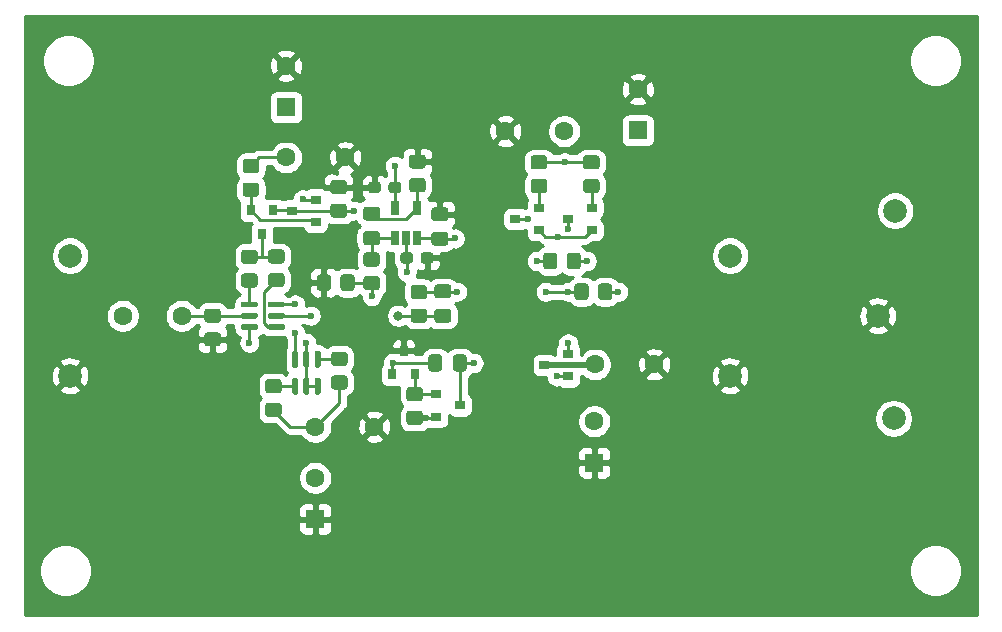
<source format=gbr>
G04 #@! TF.GenerationSoftware,KiCad,Pcbnew,(5.1.10-0-10_14)*
G04 #@! TF.CreationDate,2021-05-20T17:40:10+02:00*
G04 #@! TF.ProjectId,pre-amp-discret,7072652d-616d-4702-9d64-697363726574,rev?*
G04 #@! TF.SameCoordinates,Original*
G04 #@! TF.FileFunction,Copper,L1,Top*
G04 #@! TF.FilePolarity,Positive*
%FSLAX46Y46*%
G04 Gerber Fmt 4.6, Leading zero omitted, Abs format (unit mm)*
G04 Created by KiCad (PCBNEW (5.1.10-0-10_14)) date 2021-05-20 17:40:10*
%MOMM*%
%LPD*%
G01*
G04 APERTURE LIST*
G04 #@! TA.AperFunction,ComponentPad*
%ADD10C,1.600000*%
G04 #@! TD*
G04 #@! TA.AperFunction,ComponentPad*
%ADD11R,1.600000X1.600000*%
G04 #@! TD*
G04 #@! TA.AperFunction,SMDPad,CuDef*
%ADD12R,0.650000X1.220000*%
G04 #@! TD*
G04 #@! TA.AperFunction,SMDPad,CuDef*
%ADD13R,0.900000X0.800000*%
G04 #@! TD*
G04 #@! TA.AperFunction,SMDPad,CuDef*
%ADD14R,0.800000X0.900000*%
G04 #@! TD*
G04 #@! TA.AperFunction,ComponentPad*
%ADD15C,2.000000*%
G04 #@! TD*
G04 #@! TA.AperFunction,ViaPad*
%ADD16C,0.600000*%
G04 #@! TD*
G04 #@! TA.AperFunction,ViaPad*
%ADD17C,0.800000*%
G04 #@! TD*
G04 #@! TA.AperFunction,Conductor*
%ADD18C,0.250000*%
G04 #@! TD*
G04 #@! TA.AperFunction,Conductor*
%ADD19C,0.500000*%
G04 #@! TD*
G04 #@! TA.AperFunction,Conductor*
%ADD20C,0.254000*%
G04 #@! TD*
G04 #@! TA.AperFunction,Conductor*
%ADD21C,0.100000*%
G04 #@! TD*
G04 APERTURE END LIST*
D10*
X170751500Y-130866000D03*
D11*
X170751500Y-134366000D03*
D12*
X153863000Y-112759500D03*
X155763000Y-112759500D03*
X155763000Y-115379500D03*
X154813000Y-115379500D03*
X153863000Y-115379500D03*
G04 #@! TA.AperFunction,SMDPad,CuDef*
G36*
G01*
X167621000Y-116834499D02*
X167621000Y-117734501D01*
G75*
G02*
X167371001Y-117984500I-249999J0D01*
G01*
X166670999Y-117984500D01*
G75*
G02*
X166421000Y-117734501I0J249999D01*
G01*
X166421000Y-116834499D01*
G75*
G02*
X166670999Y-116584500I249999J0D01*
G01*
X167371001Y-116584500D01*
G75*
G02*
X167621000Y-116834499I0J-249999D01*
G01*
G37*
G04 #@! TD.AperFunction*
G04 #@! TA.AperFunction,SMDPad,CuDef*
G36*
G01*
X169621000Y-116834499D02*
X169621000Y-117734501D01*
G75*
G02*
X169371001Y-117984500I-249999J0D01*
G01*
X168670999Y-117984500D01*
G75*
G02*
X168421000Y-117734501I0J249999D01*
G01*
X168421000Y-116834499D01*
G75*
G02*
X168670999Y-116584500I249999J0D01*
G01*
X169371001Y-116584500D01*
G75*
G02*
X169621000Y-116834499I0J-249999D01*
G01*
G37*
G04 #@! TD.AperFunction*
G04 #@! TA.AperFunction,SMDPad,CuDef*
G36*
G01*
X156215501Y-109471000D02*
X155315499Y-109471000D01*
G75*
G02*
X155065500Y-109221001I0J249999D01*
G01*
X155065500Y-108520999D01*
G75*
G02*
X155315499Y-108271000I249999J0D01*
G01*
X156215501Y-108271000D01*
G75*
G02*
X156465500Y-108520999I0J-249999D01*
G01*
X156465500Y-109221001D01*
G75*
G02*
X156215501Y-109471000I-249999J0D01*
G01*
G37*
G04 #@! TD.AperFunction*
G04 #@! TA.AperFunction,SMDPad,CuDef*
G36*
G01*
X156215501Y-111471000D02*
X155315499Y-111471000D01*
G75*
G02*
X155065500Y-111221001I0J249999D01*
G01*
X155065500Y-110520999D01*
G75*
G02*
X155315499Y-110271000I249999J0D01*
G01*
X156215501Y-110271000D01*
G75*
G02*
X156465500Y-110520999I0J-249999D01*
G01*
X156465500Y-111221001D01*
G75*
G02*
X156215501Y-111471000I-249999J0D01*
G01*
G37*
G04 #@! TD.AperFunction*
G04 #@! TA.AperFunction,SMDPad,CuDef*
G36*
G01*
X151441999Y-118557500D02*
X152342001Y-118557500D01*
G75*
G02*
X152592000Y-118807499I0J-249999D01*
G01*
X152592000Y-119507501D01*
G75*
G02*
X152342001Y-119757500I-249999J0D01*
G01*
X151441999Y-119757500D01*
G75*
G02*
X151192000Y-119507501I0J249999D01*
G01*
X151192000Y-118807499D01*
G75*
G02*
X151441999Y-118557500I249999J0D01*
G01*
G37*
G04 #@! TD.AperFunction*
G04 #@! TA.AperFunction,SMDPad,CuDef*
G36*
G01*
X151441999Y-116557500D02*
X152342001Y-116557500D01*
G75*
G02*
X152592000Y-116807499I0J-249999D01*
G01*
X152592000Y-117507501D01*
G75*
G02*
X152342001Y-117757500I-249999J0D01*
G01*
X151441999Y-117757500D01*
G75*
G02*
X151192000Y-117507501I0J249999D01*
G01*
X151192000Y-116807499D01*
G75*
G02*
X151441999Y-116557500I249999J0D01*
G01*
G37*
G04 #@! TD.AperFunction*
G04 #@! TA.AperFunction,SMDPad,CuDef*
G36*
G01*
X149548001Y-111630000D02*
X148647999Y-111630000D01*
G75*
G02*
X148398000Y-111380001I0J249999D01*
G01*
X148398000Y-110679999D01*
G75*
G02*
X148647999Y-110430000I249999J0D01*
G01*
X149548001Y-110430000D01*
G75*
G02*
X149798000Y-110679999I0J-249999D01*
G01*
X149798000Y-111380001D01*
G75*
G02*
X149548001Y-111630000I-249999J0D01*
G01*
G37*
G04 #@! TD.AperFunction*
G04 #@! TA.AperFunction,SMDPad,CuDef*
G36*
G01*
X149548001Y-113630000D02*
X148647999Y-113630000D01*
G75*
G02*
X148398000Y-113380001I0J249999D01*
G01*
X148398000Y-112679999D01*
G75*
G02*
X148647999Y-112430000I249999J0D01*
G01*
X149548001Y-112430000D01*
G75*
G02*
X149798000Y-112679999I0J-249999D01*
G01*
X149798000Y-113380001D01*
G75*
G02*
X149548001Y-113630000I-249999J0D01*
G01*
G37*
G04 #@! TD.AperFunction*
G04 #@! TA.AperFunction,SMDPad,CuDef*
G36*
G01*
X141218499Y-110652000D02*
X142118501Y-110652000D01*
G75*
G02*
X142368500Y-110901999I0J-249999D01*
G01*
X142368500Y-111602001D01*
G75*
G02*
X142118501Y-111852000I-249999J0D01*
G01*
X141218499Y-111852000D01*
G75*
G02*
X140968500Y-111602001I0J249999D01*
G01*
X140968500Y-110901999D01*
G75*
G02*
X141218499Y-110652000I249999J0D01*
G01*
G37*
G04 #@! TD.AperFunction*
G04 #@! TA.AperFunction,SMDPad,CuDef*
G36*
G01*
X141218499Y-108652000D02*
X142118501Y-108652000D01*
G75*
G02*
X142368500Y-108901999I0J-249999D01*
G01*
X142368500Y-109602001D01*
G75*
G02*
X142118501Y-109852000I-249999J0D01*
G01*
X141218499Y-109852000D01*
G75*
G02*
X140968500Y-109602001I0J249999D01*
G01*
X140968500Y-108901999D01*
G75*
G02*
X141218499Y-108652000I249999J0D01*
G01*
G37*
G04 #@! TD.AperFunction*
D13*
X145161000Y-113030000D03*
X147161000Y-112080000D03*
X147161000Y-113980000D03*
D14*
X142621000Y-114998500D03*
X141671000Y-112998500D03*
X143571000Y-112998500D03*
G04 #@! TA.AperFunction,SMDPad,CuDef*
G36*
G01*
X145542500Y-126315500D02*
X145292500Y-126315500D01*
G75*
G02*
X145167500Y-126190500I0J125000D01*
G01*
X145167500Y-125015500D01*
G75*
G02*
X145292500Y-124890500I125000J0D01*
G01*
X145542500Y-124890500D01*
G75*
G02*
X145667500Y-125015500I0J-125000D01*
G01*
X145667500Y-126190500D01*
G75*
G02*
X145542500Y-126315500I-125000J0D01*
G01*
G37*
G04 #@! TD.AperFunction*
G04 #@! TA.AperFunction,SMDPad,CuDef*
G36*
G01*
X146492500Y-126315500D02*
X146242500Y-126315500D01*
G75*
G02*
X146117500Y-126190500I0J125000D01*
G01*
X146117500Y-125015500D01*
G75*
G02*
X146242500Y-124890500I125000J0D01*
G01*
X146492500Y-124890500D01*
G75*
G02*
X146617500Y-125015500I0J-125000D01*
G01*
X146617500Y-126190500D01*
G75*
G02*
X146492500Y-126315500I-125000J0D01*
G01*
G37*
G04 #@! TD.AperFunction*
G04 #@! TA.AperFunction,SMDPad,CuDef*
G36*
G01*
X147442500Y-126315500D02*
X147192500Y-126315500D01*
G75*
G02*
X147067500Y-126190500I0J125000D01*
G01*
X147067500Y-125015500D01*
G75*
G02*
X147192500Y-124890500I125000J0D01*
G01*
X147442500Y-124890500D01*
G75*
G02*
X147567500Y-125015500I0J-125000D01*
G01*
X147567500Y-126190500D01*
G75*
G02*
X147442500Y-126315500I-125000J0D01*
G01*
G37*
G04 #@! TD.AperFunction*
G04 #@! TA.AperFunction,SMDPad,CuDef*
G36*
G01*
X147442500Y-128590500D02*
X147192500Y-128590500D01*
G75*
G02*
X147067500Y-128465500I0J125000D01*
G01*
X147067500Y-127290500D01*
G75*
G02*
X147192500Y-127165500I125000J0D01*
G01*
X147442500Y-127165500D01*
G75*
G02*
X147567500Y-127290500I0J-125000D01*
G01*
X147567500Y-128465500D01*
G75*
G02*
X147442500Y-128590500I-125000J0D01*
G01*
G37*
G04 #@! TD.AperFunction*
G04 #@! TA.AperFunction,SMDPad,CuDef*
G36*
G01*
X146492500Y-128590500D02*
X146242500Y-128590500D01*
G75*
G02*
X146117500Y-128465500I0J125000D01*
G01*
X146117500Y-127290500D01*
G75*
G02*
X146242500Y-127165500I125000J0D01*
G01*
X146492500Y-127165500D01*
G75*
G02*
X146617500Y-127290500I0J-125000D01*
G01*
X146617500Y-128465500D01*
G75*
G02*
X146492500Y-128590500I-125000J0D01*
G01*
G37*
G04 #@! TD.AperFunction*
G04 #@! TA.AperFunction,SMDPad,CuDef*
G36*
G01*
X145542500Y-128590500D02*
X145292500Y-128590500D01*
G75*
G02*
X145167500Y-128465500I0J125000D01*
G01*
X145167500Y-127290500D01*
G75*
G02*
X145292500Y-127165500I125000J0D01*
G01*
X145542500Y-127165500D01*
G75*
G02*
X145667500Y-127290500I0J-125000D01*
G01*
X145667500Y-128465500D01*
G75*
G02*
X145542500Y-128590500I-125000J0D01*
G01*
G37*
G04 #@! TD.AperFunction*
G04 #@! TA.AperFunction,SMDPad,CuDef*
G36*
G01*
X143104000Y-121095000D02*
X143104000Y-120845000D01*
G75*
G02*
X143229000Y-120720000I125000J0D01*
G01*
X144404000Y-120720000D01*
G75*
G02*
X144529000Y-120845000I0J-125000D01*
G01*
X144529000Y-121095000D01*
G75*
G02*
X144404000Y-121220000I-125000J0D01*
G01*
X143229000Y-121220000D01*
G75*
G02*
X143104000Y-121095000I0J125000D01*
G01*
G37*
G04 #@! TD.AperFunction*
G04 #@! TA.AperFunction,SMDPad,CuDef*
G36*
G01*
X143104000Y-122045000D02*
X143104000Y-121795000D01*
G75*
G02*
X143229000Y-121670000I125000J0D01*
G01*
X144404000Y-121670000D01*
G75*
G02*
X144529000Y-121795000I0J-125000D01*
G01*
X144529000Y-122045000D01*
G75*
G02*
X144404000Y-122170000I-125000J0D01*
G01*
X143229000Y-122170000D01*
G75*
G02*
X143104000Y-122045000I0J125000D01*
G01*
G37*
G04 #@! TD.AperFunction*
G04 #@! TA.AperFunction,SMDPad,CuDef*
G36*
G01*
X143104000Y-122995000D02*
X143104000Y-122745000D01*
G75*
G02*
X143229000Y-122620000I125000J0D01*
G01*
X144404000Y-122620000D01*
G75*
G02*
X144529000Y-122745000I0J-125000D01*
G01*
X144529000Y-122995000D01*
G75*
G02*
X144404000Y-123120000I-125000J0D01*
G01*
X143229000Y-123120000D01*
G75*
G02*
X143104000Y-122995000I0J125000D01*
G01*
G37*
G04 #@! TD.AperFunction*
G04 #@! TA.AperFunction,SMDPad,CuDef*
G36*
G01*
X140829000Y-122995000D02*
X140829000Y-122745000D01*
G75*
G02*
X140954000Y-122620000I125000J0D01*
G01*
X142129000Y-122620000D01*
G75*
G02*
X142254000Y-122745000I0J-125000D01*
G01*
X142254000Y-122995000D01*
G75*
G02*
X142129000Y-123120000I-125000J0D01*
G01*
X140954000Y-123120000D01*
G75*
G02*
X140829000Y-122995000I0J125000D01*
G01*
G37*
G04 #@! TD.AperFunction*
G04 #@! TA.AperFunction,SMDPad,CuDef*
G36*
G01*
X140829000Y-122045000D02*
X140829000Y-121795000D01*
G75*
G02*
X140954000Y-121670000I125000J0D01*
G01*
X142129000Y-121670000D01*
G75*
G02*
X142254000Y-121795000I0J-125000D01*
G01*
X142254000Y-122045000D01*
G75*
G02*
X142129000Y-122170000I-125000J0D01*
G01*
X140954000Y-122170000D01*
G75*
G02*
X140829000Y-122045000I0J125000D01*
G01*
G37*
G04 #@! TD.AperFunction*
G04 #@! TA.AperFunction,SMDPad,CuDef*
G36*
G01*
X140829000Y-121095000D02*
X140829000Y-120845000D01*
G75*
G02*
X140954000Y-120720000I125000J0D01*
G01*
X142129000Y-120720000D01*
G75*
G02*
X142254000Y-120845000I0J-125000D01*
G01*
X142254000Y-121095000D01*
G75*
G02*
X142129000Y-121220000I-125000J0D01*
G01*
X140954000Y-121220000D01*
G75*
G02*
X140829000Y-121095000I0J125000D01*
G01*
G37*
G04 #@! TD.AperFunction*
D15*
X194754500Y-121920000D03*
X196215000Y-113030000D03*
X196088000Y-130619500D03*
D10*
X174434500Y-102735500D03*
D11*
X174434500Y-106235500D03*
G04 #@! TA.AperFunction,SMDPad,CuDef*
G36*
G01*
X157195500Y-114813500D02*
X158145500Y-114813500D01*
G75*
G02*
X158395500Y-115063500I0J-250000D01*
G01*
X158395500Y-115738500D01*
G75*
G02*
X158145500Y-115988500I-250000J0D01*
G01*
X157195500Y-115988500D01*
G75*
G02*
X156945500Y-115738500I0J250000D01*
G01*
X156945500Y-115063500D01*
G75*
G02*
X157195500Y-114813500I250000J0D01*
G01*
G37*
G04 #@! TD.AperFunction*
G04 #@! TA.AperFunction,SMDPad,CuDef*
G36*
G01*
X157195500Y-112738500D02*
X158145500Y-112738500D01*
G75*
G02*
X158395500Y-112988500I0J-250000D01*
G01*
X158395500Y-113663500D01*
G75*
G02*
X158145500Y-113913500I-250000J0D01*
G01*
X157195500Y-113913500D01*
G75*
G02*
X156945500Y-113663500I0J250000D01*
G01*
X156945500Y-112988500D01*
G75*
G02*
X157195500Y-112738500I250000J0D01*
G01*
G37*
G04 #@! TD.AperFunction*
G04 #@! TA.AperFunction,SMDPad,CuDef*
G36*
G01*
X155403500Y-116793000D02*
X155403500Y-117268000D01*
G75*
G02*
X155166000Y-117505500I-237500J0D01*
G01*
X154566000Y-117505500D01*
G75*
G02*
X154328500Y-117268000I0J237500D01*
G01*
X154328500Y-116793000D01*
G75*
G02*
X154566000Y-116555500I237500J0D01*
G01*
X155166000Y-116555500D01*
G75*
G02*
X155403500Y-116793000I0J-237500D01*
G01*
G37*
G04 #@! TD.AperFunction*
G04 #@! TA.AperFunction,SMDPad,CuDef*
G36*
G01*
X157128500Y-116793000D02*
X157128500Y-117268000D01*
G75*
G02*
X156891000Y-117505500I-237500J0D01*
G01*
X156291000Y-117505500D01*
G75*
G02*
X156053500Y-117268000I0J237500D01*
G01*
X156053500Y-116793000D01*
G75*
G02*
X156291000Y-116555500I237500J0D01*
G01*
X156891000Y-116555500D01*
G75*
G02*
X157128500Y-116793000I0J-237500D01*
G01*
G37*
G04 #@! TD.AperFunction*
G04 #@! TA.AperFunction,SMDPad,CuDef*
G36*
G01*
X153323000Y-111299000D02*
X153323000Y-110824000D01*
G75*
G02*
X153560500Y-110586500I237500J0D01*
G01*
X154160500Y-110586500D01*
G75*
G02*
X154398000Y-110824000I0J-237500D01*
G01*
X154398000Y-111299000D01*
G75*
G02*
X154160500Y-111536500I-237500J0D01*
G01*
X153560500Y-111536500D01*
G75*
G02*
X153323000Y-111299000I0J237500D01*
G01*
G37*
G04 #@! TD.AperFunction*
G04 #@! TA.AperFunction,SMDPad,CuDef*
G36*
G01*
X151598000Y-111299000D02*
X151598000Y-110824000D01*
G75*
G02*
X151835500Y-110586500I237500J0D01*
G01*
X152435500Y-110586500D01*
G75*
G02*
X152673000Y-110824000I0J-237500D01*
G01*
X152673000Y-111299000D01*
G75*
G02*
X152435500Y-111536500I-237500J0D01*
G01*
X151835500Y-111536500D01*
G75*
G02*
X151598000Y-111299000I0J237500D01*
G01*
G37*
G04 #@! TD.AperFunction*
G04 #@! TA.AperFunction,SMDPad,CuDef*
G36*
G01*
X152367000Y-113871500D02*
X151417000Y-113871500D01*
G75*
G02*
X151167000Y-113621500I0J250000D01*
G01*
X151167000Y-112946500D01*
G75*
G02*
X151417000Y-112696500I250000J0D01*
G01*
X152367000Y-112696500D01*
G75*
G02*
X152617000Y-112946500I0J-250000D01*
G01*
X152617000Y-113621500D01*
G75*
G02*
X152367000Y-113871500I-250000J0D01*
G01*
G37*
G04 #@! TD.AperFunction*
G04 #@! TA.AperFunction,SMDPad,CuDef*
G36*
G01*
X152367000Y-115946500D02*
X151417000Y-115946500D01*
G75*
G02*
X151167000Y-115696500I0J250000D01*
G01*
X151167000Y-115021500D01*
G75*
G02*
X151417000Y-114771500I250000J0D01*
G01*
X152367000Y-114771500D01*
G75*
G02*
X152617000Y-115021500I0J-250000D01*
G01*
X152617000Y-115696500D01*
G75*
G02*
X152367000Y-115946500I-250000J0D01*
G01*
G37*
G04 #@! TD.AperFunction*
D10*
X147129500Y-135636000D03*
D11*
X147129500Y-139136000D03*
D10*
X144653000Y-100767000D03*
D11*
X144653000Y-104267000D03*
D10*
X175815000Y-126047500D03*
X170815000Y-126047500D03*
X168211500Y-106299000D03*
X163211500Y-106299000D03*
X152129500Y-131318000D03*
X147129500Y-131318000D03*
X144669500Y-108521500D03*
X149669500Y-108521500D03*
D15*
X182245000Y-127000000D03*
X182245000Y-116840000D03*
X126365000Y-127000000D03*
X126365000Y-116840000D03*
D13*
X166529000Y-126108500D03*
X168529000Y-125158500D03*
X168529000Y-127058500D03*
G04 #@! TA.AperFunction,SMDPad,CuDef*
G36*
G01*
X157877000Y-125445500D02*
X157877000Y-126395500D01*
G75*
G02*
X157627000Y-126645500I-250000J0D01*
G01*
X156952000Y-126645500D01*
G75*
G02*
X156702000Y-126395500I0J250000D01*
G01*
X156702000Y-125445500D01*
G75*
G02*
X156952000Y-125195500I250000J0D01*
G01*
X157627000Y-125195500D01*
G75*
G02*
X157877000Y-125445500I0J-250000D01*
G01*
G37*
G04 #@! TD.AperFunction*
G04 #@! TA.AperFunction,SMDPad,CuDef*
G36*
G01*
X159952000Y-125445500D02*
X159952000Y-126395500D01*
G75*
G02*
X159702000Y-126645500I-250000J0D01*
G01*
X159027000Y-126645500D01*
G75*
G02*
X158777000Y-126395500I0J250000D01*
G01*
X158777000Y-125445500D01*
G75*
G02*
X159027000Y-125195500I250000J0D01*
G01*
X159702000Y-125195500D01*
G75*
G02*
X159952000Y-125445500I0J-250000D01*
G01*
G37*
G04 #@! TD.AperFunction*
G04 #@! TA.AperFunction,SMDPad,CuDef*
G36*
G01*
X157449500Y-121345200D02*
X158399500Y-121345200D01*
G75*
G02*
X158649500Y-121595200I0J-250000D01*
G01*
X158649500Y-122270200D01*
G75*
G02*
X158399500Y-122520200I-250000J0D01*
G01*
X157449500Y-122520200D01*
G75*
G02*
X157199500Y-122270200I0J250000D01*
G01*
X157199500Y-121595200D01*
G75*
G02*
X157449500Y-121345200I250000J0D01*
G01*
G37*
G04 #@! TD.AperFunction*
G04 #@! TA.AperFunction,SMDPad,CuDef*
G36*
G01*
X157449500Y-119270200D02*
X158399500Y-119270200D01*
G75*
G02*
X158649500Y-119520200I0J-250000D01*
G01*
X158649500Y-120195200D01*
G75*
G02*
X158399500Y-120445200I-250000J0D01*
G01*
X157449500Y-120445200D01*
G75*
G02*
X157199500Y-120195200I0J250000D01*
G01*
X157199500Y-119520200D01*
G75*
G02*
X157449500Y-119270200I250000J0D01*
G01*
G37*
G04 #@! TD.AperFunction*
X170529000Y-114678500D03*
X170529000Y-112778500D03*
X168529000Y-113728500D03*
G04 #@! TA.AperFunction,SMDPad,CuDef*
G36*
G01*
X137979999Y-123320000D02*
X138880001Y-123320000D01*
G75*
G02*
X139130000Y-123569999I0J-249999D01*
G01*
X139130000Y-124270001D01*
G75*
G02*
X138880001Y-124520000I-249999J0D01*
G01*
X137979999Y-124520000D01*
G75*
G02*
X137730000Y-124270001I0J249999D01*
G01*
X137730000Y-123569999D01*
G75*
G02*
X137979999Y-123320000I249999J0D01*
G01*
G37*
G04 #@! TD.AperFunction*
G04 #@! TA.AperFunction,SMDPad,CuDef*
G36*
G01*
X137979999Y-121320000D02*
X138880001Y-121320000D01*
G75*
G02*
X139130000Y-121569999I0J-249999D01*
G01*
X139130000Y-122270001D01*
G75*
G02*
X138880001Y-122520000I-249999J0D01*
G01*
X137979999Y-122520000D01*
G75*
G02*
X137730000Y-122270001I0J249999D01*
G01*
X137730000Y-121569999D01*
G75*
G02*
X137979999Y-121320000I249999J0D01*
G01*
G37*
G04 #@! TD.AperFunction*
G04 #@! TA.AperFunction,SMDPad,CuDef*
G36*
G01*
X170272000Y-119437999D02*
X170272000Y-120338001D01*
G75*
G02*
X170022001Y-120588000I-249999J0D01*
G01*
X169321999Y-120588000D01*
G75*
G02*
X169072000Y-120338001I0J249999D01*
G01*
X169072000Y-119437999D01*
G75*
G02*
X169321999Y-119188000I249999J0D01*
G01*
X170022001Y-119188000D01*
G75*
G02*
X170272000Y-119437999I0J-249999D01*
G01*
G37*
G04 #@! TD.AperFunction*
G04 #@! TA.AperFunction,SMDPad,CuDef*
G36*
G01*
X172272000Y-119437999D02*
X172272000Y-120338001D01*
G75*
G02*
X172022001Y-120588000I-249999J0D01*
G01*
X171321999Y-120588000D01*
G75*
G02*
X171072000Y-120338001I0J249999D01*
G01*
X171072000Y-119437999D01*
G75*
G02*
X171321999Y-119188000I249999J0D01*
G01*
X172022001Y-119188000D01*
G75*
G02*
X172272000Y-119437999I0J-249999D01*
G01*
G37*
G04 #@! TD.AperFunction*
G04 #@! TA.AperFunction,SMDPad,CuDef*
G36*
G01*
X170047499Y-110334500D02*
X170947501Y-110334500D01*
G75*
G02*
X171197500Y-110584499I0J-249999D01*
G01*
X171197500Y-111284501D01*
G75*
G02*
X170947501Y-111534500I-249999J0D01*
G01*
X170047499Y-111534500D01*
G75*
G02*
X169797500Y-111284501I0J249999D01*
G01*
X169797500Y-110584499D01*
G75*
G02*
X170047499Y-110334500I249999J0D01*
G01*
G37*
G04 #@! TD.AperFunction*
G04 #@! TA.AperFunction,SMDPad,CuDef*
G36*
G01*
X170047499Y-108334500D02*
X170947501Y-108334500D01*
G75*
G02*
X171197500Y-108584499I0J-249999D01*
G01*
X171197500Y-109284501D01*
G75*
G02*
X170947501Y-109534500I-249999J0D01*
G01*
X170047499Y-109534500D01*
G75*
G02*
X169797500Y-109284501I0J249999D01*
G01*
X169797500Y-108584499D01*
G75*
G02*
X170047499Y-108334500I249999J0D01*
G01*
G37*
G04 #@! TD.AperFunction*
G04 #@! TA.AperFunction,SMDPad,CuDef*
G36*
G01*
X165602499Y-110334500D02*
X166502501Y-110334500D01*
G75*
G02*
X166752500Y-110584499I0J-249999D01*
G01*
X166752500Y-111284501D01*
G75*
G02*
X166502501Y-111534500I-249999J0D01*
G01*
X165602499Y-111534500D01*
G75*
G02*
X165352500Y-111284501I0J249999D01*
G01*
X165352500Y-110584499D01*
G75*
G02*
X165602499Y-110334500I249999J0D01*
G01*
G37*
G04 #@! TD.AperFunction*
G04 #@! TA.AperFunction,SMDPad,CuDef*
G36*
G01*
X165602499Y-108334500D02*
X166502501Y-108334500D01*
G75*
G02*
X166752500Y-108584499I0J-249999D01*
G01*
X166752500Y-109284501D01*
G75*
G02*
X166502501Y-109534500I-249999J0D01*
G01*
X165602499Y-109534500D01*
G75*
G02*
X165352500Y-109284501I0J249999D01*
G01*
X165352500Y-108584499D01*
G75*
G02*
X165602499Y-108334500I249999J0D01*
G01*
G37*
G04 #@! TD.AperFunction*
G04 #@! TA.AperFunction,SMDPad,CuDef*
G36*
G01*
X155086899Y-129962100D02*
X155986901Y-129962100D01*
G75*
G02*
X156236900Y-130212099I0J-249999D01*
G01*
X156236900Y-130912101D01*
G75*
G02*
X155986901Y-131162100I-249999J0D01*
G01*
X155086899Y-131162100D01*
G75*
G02*
X154836900Y-130912101I0J249999D01*
G01*
X154836900Y-130212099D01*
G75*
G02*
X155086899Y-129962100I249999J0D01*
G01*
G37*
G04 #@! TD.AperFunction*
G04 #@! TA.AperFunction,SMDPad,CuDef*
G36*
G01*
X155086899Y-127962100D02*
X155986901Y-127962100D01*
G75*
G02*
X156236900Y-128212099I0J-249999D01*
G01*
X156236900Y-128912101D01*
G75*
G02*
X155986901Y-129162100I-249999J0D01*
G01*
X155086899Y-129162100D01*
G75*
G02*
X154836900Y-128912101I0J249999D01*
G01*
X154836900Y-128212099D01*
G75*
G02*
X155086899Y-127962100I249999J0D01*
G01*
G37*
G04 #@! TD.AperFunction*
G04 #@! TA.AperFunction,SMDPad,CuDef*
G36*
G01*
X155442499Y-121320000D02*
X156342501Y-121320000D01*
G75*
G02*
X156592500Y-121569999I0J-249999D01*
G01*
X156592500Y-122270001D01*
G75*
G02*
X156342501Y-122520000I-249999J0D01*
G01*
X155442499Y-122520000D01*
G75*
G02*
X155192500Y-122270001I0J249999D01*
G01*
X155192500Y-121569999D01*
G75*
G02*
X155442499Y-121320000I249999J0D01*
G01*
G37*
G04 #@! TD.AperFunction*
G04 #@! TA.AperFunction,SMDPad,CuDef*
G36*
G01*
X155442499Y-119320000D02*
X156342501Y-119320000D01*
G75*
G02*
X156592500Y-119569999I0J-249999D01*
G01*
X156592500Y-120270001D01*
G75*
G02*
X156342501Y-120520000I-249999J0D01*
G01*
X155442499Y-120520000D01*
G75*
G02*
X155192500Y-120270001I0J249999D01*
G01*
X155192500Y-119569999D01*
G75*
G02*
X155442499Y-119320000I249999J0D01*
G01*
G37*
G04 #@! TD.AperFunction*
G04 #@! TA.AperFunction,SMDPad,CuDef*
G36*
G01*
X148460000Y-118675999D02*
X148460000Y-119576001D01*
G75*
G02*
X148210001Y-119826000I-249999J0D01*
G01*
X147509999Y-119826000D01*
G75*
G02*
X147260000Y-119576001I0J249999D01*
G01*
X147260000Y-118675999D01*
G75*
G02*
X147509999Y-118426000I249999J0D01*
G01*
X148210001Y-118426000D01*
G75*
G02*
X148460000Y-118675999I0J-249999D01*
G01*
G37*
G04 #@! TD.AperFunction*
G04 #@! TA.AperFunction,SMDPad,CuDef*
G36*
G01*
X150460000Y-118675999D02*
X150460000Y-119576001D01*
G75*
G02*
X150210001Y-119826000I-249999J0D01*
G01*
X149509999Y-119826000D01*
G75*
G02*
X149260000Y-119576001I0J249999D01*
G01*
X149260000Y-118675999D01*
G75*
G02*
X149509999Y-118426000I249999J0D01*
G01*
X150210001Y-118426000D01*
G75*
G02*
X150460000Y-118675999I0J-249999D01*
G01*
G37*
G04 #@! TD.AperFunction*
G04 #@! TA.AperFunction,SMDPad,CuDef*
G36*
G01*
X148711499Y-126971500D02*
X149611501Y-126971500D01*
G75*
G02*
X149861500Y-127221499I0J-249999D01*
G01*
X149861500Y-127921501D01*
G75*
G02*
X149611501Y-128171500I-249999J0D01*
G01*
X148711499Y-128171500D01*
G75*
G02*
X148461500Y-127921501I0J249999D01*
G01*
X148461500Y-127221499D01*
G75*
G02*
X148711499Y-126971500I249999J0D01*
G01*
G37*
G04 #@! TD.AperFunction*
G04 #@! TA.AperFunction,SMDPad,CuDef*
G36*
G01*
X148711499Y-124971500D02*
X149611501Y-124971500D01*
G75*
G02*
X149861500Y-125221499I0J-249999D01*
G01*
X149861500Y-125921501D01*
G75*
G02*
X149611501Y-126171500I-249999J0D01*
G01*
X148711499Y-126171500D01*
G75*
G02*
X148461500Y-125921501I0J249999D01*
G01*
X148461500Y-125221499D01*
G75*
G02*
X148711499Y-124971500I249999J0D01*
G01*
G37*
G04 #@! TD.AperFunction*
G04 #@! TA.AperFunction,SMDPad,CuDef*
G36*
G01*
X143377499Y-118303500D02*
X144277501Y-118303500D01*
G75*
G02*
X144527500Y-118553499I0J-249999D01*
G01*
X144527500Y-119253501D01*
G75*
G02*
X144277501Y-119503500I-249999J0D01*
G01*
X143377499Y-119503500D01*
G75*
G02*
X143127500Y-119253501I0J249999D01*
G01*
X143127500Y-118553499D01*
G75*
G02*
X143377499Y-118303500I249999J0D01*
G01*
G37*
G04 #@! TD.AperFunction*
G04 #@! TA.AperFunction,SMDPad,CuDef*
G36*
G01*
X143377499Y-116303500D02*
X144277501Y-116303500D01*
G75*
G02*
X144527500Y-116553499I0J-249999D01*
G01*
X144527500Y-117253501D01*
G75*
G02*
X144277501Y-117503500I-249999J0D01*
G01*
X143377499Y-117503500D01*
G75*
G02*
X143127500Y-117253501I0J249999D01*
G01*
X143127500Y-116553499D01*
G75*
G02*
X143377499Y-116303500I249999J0D01*
G01*
G37*
G04 #@! TD.AperFunction*
G04 #@! TA.AperFunction,SMDPad,CuDef*
G36*
G01*
X143123499Y-129289000D02*
X144023501Y-129289000D01*
G75*
G02*
X144273500Y-129538999I0J-249999D01*
G01*
X144273500Y-130239001D01*
G75*
G02*
X144023501Y-130489000I-249999J0D01*
G01*
X143123499Y-130489000D01*
G75*
G02*
X142873500Y-130239001I0J249999D01*
G01*
X142873500Y-129538999D01*
G75*
G02*
X143123499Y-129289000I249999J0D01*
G01*
G37*
G04 #@! TD.AperFunction*
G04 #@! TA.AperFunction,SMDPad,CuDef*
G36*
G01*
X143123499Y-127289000D02*
X144023501Y-127289000D01*
G75*
G02*
X144273500Y-127538999I0J-249999D01*
G01*
X144273500Y-128239001D01*
G75*
G02*
X144023501Y-128489000I-249999J0D01*
G01*
X143123499Y-128489000D01*
G75*
G02*
X142873500Y-128239001I0J249999D01*
G01*
X142873500Y-127538999D01*
G75*
G02*
X143123499Y-127289000I249999J0D01*
G01*
G37*
G04 #@! TD.AperFunction*
G04 #@! TA.AperFunction,SMDPad,CuDef*
G36*
G01*
X141091499Y-118335500D02*
X141991501Y-118335500D01*
G75*
G02*
X142241500Y-118585499I0J-249999D01*
G01*
X142241500Y-119285501D01*
G75*
G02*
X141991501Y-119535500I-249999J0D01*
G01*
X141091499Y-119535500D01*
G75*
G02*
X140841500Y-119285501I0J249999D01*
G01*
X140841500Y-118585499D01*
G75*
G02*
X141091499Y-118335500I249999J0D01*
G01*
G37*
G04 #@! TD.AperFunction*
G04 #@! TA.AperFunction,SMDPad,CuDef*
G36*
G01*
X141091499Y-116335500D02*
X141991501Y-116335500D01*
G75*
G02*
X142241500Y-116585499I0J-249999D01*
G01*
X142241500Y-117285501D01*
G75*
G02*
X141991501Y-117535500I-249999J0D01*
G01*
X141091499Y-117535500D01*
G75*
G02*
X140841500Y-117285501I0J249999D01*
G01*
X140841500Y-116585499D01*
G75*
G02*
X141091499Y-116335500I249999J0D01*
G01*
G37*
G04 #@! TD.AperFunction*
X159365700Y-129512100D03*
X157365700Y-130462100D03*
X157365700Y-128562100D03*
X164052500Y-113731000D03*
X166052500Y-112781000D03*
X166052500Y-114681000D03*
D14*
X154607300Y-124885700D03*
X155557300Y-126885700D03*
X153657300Y-126885700D03*
D10*
X130810000Y-121920000D03*
X135810000Y-121920000D03*
D16*
X146050000Y-112077500D03*
X153860500Y-109220000D03*
X168243500Y-108934500D03*
X156521400Y-130562100D03*
X154876500Y-118237000D03*
X145415000Y-123380500D03*
X145415000Y-120967500D03*
X153670000Y-125920500D03*
X167576500Y-127063500D03*
X160528000Y-125920500D03*
X165163500Y-113728500D03*
X158940500Y-115379500D03*
X165862000Y-117284500D03*
X146748500Y-121920000D03*
X151892000Y-120269000D03*
D17*
X154151500Y-121920000D03*
D16*
X168529000Y-114617500D03*
X168529000Y-124269500D03*
X168529000Y-119888000D03*
X166624000Y-119888000D03*
X159131000Y-119888000D03*
X172783500Y-119888000D03*
X170116500Y-117284500D03*
X146367500Y-124206000D03*
X141541500Y-124206000D03*
X167649999Y-115242501D03*
X150368000Y-113030000D03*
D18*
X146052500Y-112080000D02*
X146050000Y-112077500D01*
X147161000Y-112080000D02*
X146052500Y-112080000D01*
X153863000Y-111064000D02*
X153860500Y-111061500D01*
X153863000Y-112759500D02*
X153863000Y-111064000D01*
X153860500Y-111061500D02*
X153860500Y-109220000D01*
X166052500Y-108934500D02*
X168243500Y-108934500D01*
X168243500Y-108934500D02*
X170497500Y-108934500D01*
X142399000Y-108521500D02*
X141668500Y-109252000D01*
X144669500Y-108521500D02*
X142399000Y-108521500D01*
X135810000Y-121920000D02*
X138430000Y-121920000D01*
X138430000Y-121920000D02*
X141541500Y-121920000D01*
X157265700Y-130562100D02*
X157365700Y-130462100D01*
X155536900Y-130562100D02*
X156521400Y-130562100D01*
X156521400Y-130562100D02*
X157265700Y-130562100D01*
D19*
X170754000Y-126108500D02*
X170815000Y-126047500D01*
X166529000Y-126108500D02*
X170754000Y-126108500D01*
D18*
X154813000Y-116977500D02*
X154866000Y-117030500D01*
X154813000Y-115379500D02*
X154813000Y-116977500D01*
X154866000Y-118226500D02*
X154876500Y-118237000D01*
X154866000Y-117030500D02*
X154866000Y-118226500D01*
X149161500Y-129286000D02*
X147129500Y-131318000D01*
X149161500Y-127571500D02*
X149161500Y-129286000D01*
X145002500Y-131318000D02*
X143573500Y-129889000D01*
X147129500Y-131318000D02*
X145002500Y-131318000D01*
X145417500Y-123383000D02*
X145415000Y-123380500D01*
X145417500Y-125603000D02*
X145417500Y-123383000D01*
X143819000Y-120967500D02*
X143816500Y-120970000D01*
X145415000Y-120967500D02*
X143819000Y-120967500D01*
X153657300Y-125933200D02*
X153670000Y-125920500D01*
X153657300Y-126885700D02*
X153657300Y-125933200D01*
X153670000Y-125920500D02*
X157289500Y-125920500D01*
X159365700Y-125921700D02*
X159364500Y-125920500D01*
X159365700Y-129512100D02*
X159365700Y-125921700D01*
X167581500Y-127058500D02*
X167576500Y-127063500D01*
X168529000Y-127058500D02*
X167581500Y-127058500D01*
X160528000Y-125920500D02*
X159364500Y-125920500D01*
X164055000Y-113728500D02*
X164052500Y-113731000D01*
X165163500Y-113728500D02*
X164055000Y-113728500D01*
X157649000Y-115379500D02*
X157670500Y-115401000D01*
X155763000Y-115379500D02*
X157649000Y-115379500D01*
X158919000Y-115401000D02*
X158940500Y-115379500D01*
X157670500Y-115401000D02*
X158919000Y-115401000D01*
X167021000Y-117284500D02*
X165862000Y-117284500D01*
X145406500Y-127889000D02*
X145417500Y-127878000D01*
X143573500Y-127889000D02*
X145406500Y-127889000D01*
X143795500Y-116935500D02*
X143827500Y-116903500D01*
X142621000Y-114998500D02*
X142621000Y-116840000D01*
X142621000Y-116840000D02*
X142525500Y-116935500D01*
X142525500Y-116935500D02*
X143795500Y-116935500D01*
X141541500Y-116935500D02*
X142525500Y-116935500D01*
X146954501Y-113773501D02*
X147161000Y-113980000D01*
X142446001Y-113773501D02*
X146954501Y-113773501D01*
X141671000Y-112998500D02*
X142446001Y-113773501D01*
X141671000Y-111254500D02*
X141668500Y-111252000D01*
X141671000Y-112998500D02*
X141671000Y-111254500D01*
X155536900Y-126906100D02*
X155557300Y-126885700D01*
X155536900Y-128562100D02*
X155536900Y-126906100D01*
X155536900Y-128562100D02*
X157365700Y-128562100D01*
X166052500Y-112781000D02*
X166052500Y-110934500D01*
X170529000Y-110966000D02*
X170497500Y-110934500D01*
X170529000Y-112778500D02*
X170529000Y-110966000D01*
X158308000Y-121981000D02*
X158356300Y-121932700D01*
X143816500Y-121920000D02*
X146748500Y-121920000D01*
X155905200Y-121932700D02*
X155892500Y-121920000D01*
X157924500Y-121932700D02*
X155905200Y-121932700D01*
X151892000Y-119157500D02*
X151892000Y-120269000D01*
X155892500Y-121920000D02*
X154151500Y-121920000D01*
X149891500Y-119157500D02*
X149860000Y-119126000D01*
X151892000Y-119157500D02*
X149891500Y-119157500D01*
X168529000Y-113728500D02*
X168529000Y-114617500D01*
X168529000Y-124269500D02*
X168529000Y-125158500D01*
X169672000Y-119888000D02*
X168529000Y-119888000D01*
X157862200Y-119920000D02*
X157924500Y-119857700D01*
X155892500Y-119920000D02*
X157862200Y-119920000D01*
X168529000Y-119888000D02*
X166624000Y-119888000D01*
X157954800Y-119888000D02*
X157924500Y-119857700D01*
X159131000Y-119888000D02*
X157954800Y-119888000D01*
X154827999Y-113694501D02*
X155763000Y-112759500D01*
X152302501Y-113694501D02*
X154827999Y-113694501D01*
X151892000Y-113284000D02*
X152302501Y-113694501D01*
X155763000Y-110873500D02*
X155765500Y-110871000D01*
X155763000Y-112759500D02*
X155763000Y-110873500D01*
X153842500Y-115359000D02*
X153863000Y-115379500D01*
X151892000Y-115359000D02*
X153842500Y-115359000D01*
X151892000Y-117157500D02*
X151892000Y-115359000D01*
X171672000Y-119888000D02*
X172783500Y-119888000D01*
X170116500Y-117284500D02*
X169021000Y-117284500D01*
X143859000Y-118872000D02*
X143827500Y-118903500D01*
X142778990Y-119952010D02*
X143827500Y-118903500D01*
X142778990Y-122544990D02*
X142778990Y-119952010D01*
X143104000Y-122870000D02*
X142778990Y-122544990D01*
X143816500Y-122870000D02*
X143104000Y-122870000D01*
X146367500Y-125603000D02*
X146367500Y-127878000D01*
X146367500Y-127878000D02*
X147317500Y-127878000D01*
X146367500Y-125603000D02*
X146367500Y-124206000D01*
X141541500Y-124206000D02*
X141541500Y-122870000D01*
X141541500Y-120970000D02*
X141541500Y-118935500D01*
X149130000Y-125603000D02*
X149161500Y-125571500D01*
X147317500Y-125603000D02*
X149130000Y-125603000D01*
X145129500Y-112998500D02*
X145161000Y-113030000D01*
X143571000Y-112998500D02*
X145129500Y-112998500D01*
X145161000Y-113030000D02*
X149098000Y-113030000D01*
X166614001Y-115242501D02*
X167649999Y-115242501D01*
X169964999Y-115242501D02*
X170529000Y-114678500D01*
X166052500Y-114681000D02*
X166614001Y-115242501D01*
X167649999Y-115242501D02*
X169964999Y-115242501D01*
X150368000Y-113030000D02*
X149098000Y-113030000D01*
D20*
X203175000Y-147295000D02*
X122580000Y-147295000D01*
X122580000Y-143289872D01*
X123749000Y-143289872D01*
X123749000Y-143730128D01*
X123834890Y-144161925D01*
X124003369Y-144568669D01*
X124247962Y-144934729D01*
X124559271Y-145246038D01*
X124925331Y-145490631D01*
X125332075Y-145659110D01*
X125763872Y-145745000D01*
X126204128Y-145745000D01*
X126635925Y-145659110D01*
X127042669Y-145490631D01*
X127408729Y-145246038D01*
X127720038Y-144934729D01*
X127964631Y-144568669D01*
X128133110Y-144161925D01*
X128219000Y-143730128D01*
X128219000Y-143289872D01*
X197409000Y-143289872D01*
X197409000Y-143730128D01*
X197494890Y-144161925D01*
X197663369Y-144568669D01*
X197907962Y-144934729D01*
X198219271Y-145246038D01*
X198585331Y-145490631D01*
X198992075Y-145659110D01*
X199423872Y-145745000D01*
X199864128Y-145745000D01*
X200295925Y-145659110D01*
X200702669Y-145490631D01*
X201068729Y-145246038D01*
X201380038Y-144934729D01*
X201624631Y-144568669D01*
X201793110Y-144161925D01*
X201879000Y-143730128D01*
X201879000Y-143289872D01*
X201793110Y-142858075D01*
X201624631Y-142451331D01*
X201380038Y-142085271D01*
X201068729Y-141773962D01*
X200702669Y-141529369D01*
X200295925Y-141360890D01*
X199864128Y-141275000D01*
X199423872Y-141275000D01*
X198992075Y-141360890D01*
X198585331Y-141529369D01*
X198219271Y-141773962D01*
X197907962Y-142085271D01*
X197663369Y-142451331D01*
X197494890Y-142858075D01*
X197409000Y-143289872D01*
X128219000Y-143289872D01*
X128133110Y-142858075D01*
X127964631Y-142451331D01*
X127720038Y-142085271D01*
X127408729Y-141773962D01*
X127042669Y-141529369D01*
X126635925Y-141360890D01*
X126204128Y-141275000D01*
X125763872Y-141275000D01*
X125332075Y-141360890D01*
X124925331Y-141529369D01*
X124559271Y-141773962D01*
X124247962Y-142085271D01*
X124003369Y-142451331D01*
X123834890Y-142858075D01*
X123749000Y-143289872D01*
X122580000Y-143289872D01*
X122580000Y-139936000D01*
X145691428Y-139936000D01*
X145703688Y-140060482D01*
X145739998Y-140180180D01*
X145798963Y-140290494D01*
X145878315Y-140387185D01*
X145975006Y-140466537D01*
X146085320Y-140525502D01*
X146205018Y-140561812D01*
X146329500Y-140574072D01*
X146843750Y-140571000D01*
X147002500Y-140412250D01*
X147002500Y-139263000D01*
X147256500Y-139263000D01*
X147256500Y-140412250D01*
X147415250Y-140571000D01*
X147929500Y-140574072D01*
X148053982Y-140561812D01*
X148173680Y-140525502D01*
X148283994Y-140466537D01*
X148380685Y-140387185D01*
X148460037Y-140290494D01*
X148519002Y-140180180D01*
X148555312Y-140060482D01*
X148567572Y-139936000D01*
X148564500Y-139421750D01*
X148405750Y-139263000D01*
X147256500Y-139263000D01*
X147002500Y-139263000D01*
X145853250Y-139263000D01*
X145694500Y-139421750D01*
X145691428Y-139936000D01*
X122580000Y-139936000D01*
X122580000Y-138336000D01*
X145691428Y-138336000D01*
X145694500Y-138850250D01*
X145853250Y-139009000D01*
X147002500Y-139009000D01*
X147002500Y-137859750D01*
X147256500Y-137859750D01*
X147256500Y-139009000D01*
X148405750Y-139009000D01*
X148564500Y-138850250D01*
X148567572Y-138336000D01*
X148555312Y-138211518D01*
X148519002Y-138091820D01*
X148460037Y-137981506D01*
X148380685Y-137884815D01*
X148283994Y-137805463D01*
X148173680Y-137746498D01*
X148053982Y-137710188D01*
X147929500Y-137697928D01*
X147415250Y-137701000D01*
X147256500Y-137859750D01*
X147002500Y-137859750D01*
X146843750Y-137701000D01*
X146329500Y-137697928D01*
X146205018Y-137710188D01*
X146085320Y-137746498D01*
X145975006Y-137805463D01*
X145878315Y-137884815D01*
X145798963Y-137981506D01*
X145739998Y-138091820D01*
X145703688Y-138211518D01*
X145691428Y-138336000D01*
X122580000Y-138336000D01*
X122580000Y-135494665D01*
X145694500Y-135494665D01*
X145694500Y-135777335D01*
X145749647Y-136054574D01*
X145857820Y-136315727D01*
X146014863Y-136550759D01*
X146214741Y-136750637D01*
X146449773Y-136907680D01*
X146710926Y-137015853D01*
X146988165Y-137071000D01*
X147270835Y-137071000D01*
X147548074Y-137015853D01*
X147809227Y-136907680D01*
X148044259Y-136750637D01*
X148244137Y-136550759D01*
X148401180Y-136315727D01*
X148509353Y-136054574D01*
X148564500Y-135777335D01*
X148564500Y-135494665D01*
X148509353Y-135217426D01*
X148488052Y-135166000D01*
X169313428Y-135166000D01*
X169325688Y-135290482D01*
X169361998Y-135410180D01*
X169420963Y-135520494D01*
X169500315Y-135617185D01*
X169597006Y-135696537D01*
X169707320Y-135755502D01*
X169827018Y-135791812D01*
X169951500Y-135804072D01*
X170465750Y-135801000D01*
X170624500Y-135642250D01*
X170624500Y-134493000D01*
X170878500Y-134493000D01*
X170878500Y-135642250D01*
X171037250Y-135801000D01*
X171551500Y-135804072D01*
X171675982Y-135791812D01*
X171795680Y-135755502D01*
X171905994Y-135696537D01*
X172002685Y-135617185D01*
X172082037Y-135520494D01*
X172141002Y-135410180D01*
X172177312Y-135290482D01*
X172189572Y-135166000D01*
X172186500Y-134651750D01*
X172027750Y-134493000D01*
X170878500Y-134493000D01*
X170624500Y-134493000D01*
X169475250Y-134493000D01*
X169316500Y-134651750D01*
X169313428Y-135166000D01*
X148488052Y-135166000D01*
X148401180Y-134956273D01*
X148244137Y-134721241D01*
X148044259Y-134521363D01*
X147809227Y-134364320D01*
X147548074Y-134256147D01*
X147270835Y-134201000D01*
X146988165Y-134201000D01*
X146710926Y-134256147D01*
X146449773Y-134364320D01*
X146214741Y-134521363D01*
X146014863Y-134721241D01*
X145857820Y-134956273D01*
X145749647Y-135217426D01*
X145694500Y-135494665D01*
X122580000Y-135494665D01*
X122580000Y-133566000D01*
X169313428Y-133566000D01*
X169316500Y-134080250D01*
X169475250Y-134239000D01*
X170624500Y-134239000D01*
X170624500Y-133089750D01*
X170878500Y-133089750D01*
X170878500Y-134239000D01*
X172027750Y-134239000D01*
X172186500Y-134080250D01*
X172189572Y-133566000D01*
X172177312Y-133441518D01*
X172141002Y-133321820D01*
X172082037Y-133211506D01*
X172002685Y-133114815D01*
X171905994Y-133035463D01*
X171795680Y-132976498D01*
X171675982Y-132940188D01*
X171551500Y-132927928D01*
X171037250Y-132931000D01*
X170878500Y-133089750D01*
X170624500Y-133089750D01*
X170465750Y-132931000D01*
X169951500Y-132927928D01*
X169827018Y-132940188D01*
X169707320Y-132976498D01*
X169597006Y-133035463D01*
X169500315Y-133114815D01*
X169420963Y-133211506D01*
X169361998Y-133321820D01*
X169325688Y-133441518D01*
X169313428Y-133566000D01*
X122580000Y-133566000D01*
X122580000Y-128135413D01*
X125409192Y-128135413D01*
X125504956Y-128399814D01*
X125794571Y-128540704D01*
X126106108Y-128622384D01*
X126427595Y-128641718D01*
X126746675Y-128597961D01*
X127051088Y-128492795D01*
X127225044Y-128399814D01*
X127320808Y-128135413D01*
X126365000Y-127179605D01*
X125409192Y-128135413D01*
X122580000Y-128135413D01*
X122580000Y-127062595D01*
X124723282Y-127062595D01*
X124767039Y-127381675D01*
X124872205Y-127686088D01*
X124965186Y-127860044D01*
X125229587Y-127955808D01*
X126185395Y-127000000D01*
X126544605Y-127000000D01*
X127500413Y-127955808D01*
X127764814Y-127860044D01*
X127905704Y-127570429D01*
X127987384Y-127258892D01*
X128006718Y-126937405D01*
X127962961Y-126618325D01*
X127857795Y-126313912D01*
X127764814Y-126139956D01*
X127500413Y-126044192D01*
X126544605Y-127000000D01*
X126185395Y-127000000D01*
X125229587Y-126044192D01*
X124965186Y-126139956D01*
X124824296Y-126429571D01*
X124742616Y-126741108D01*
X124723282Y-127062595D01*
X122580000Y-127062595D01*
X122580000Y-125864587D01*
X125409192Y-125864587D01*
X126365000Y-126820395D01*
X127320808Y-125864587D01*
X127225044Y-125600186D01*
X126935429Y-125459296D01*
X126623892Y-125377616D01*
X126302405Y-125358282D01*
X125983325Y-125402039D01*
X125678912Y-125507205D01*
X125504956Y-125600186D01*
X125409192Y-125864587D01*
X122580000Y-125864587D01*
X122580000Y-124520000D01*
X137091928Y-124520000D01*
X137104188Y-124644482D01*
X137140498Y-124764180D01*
X137199463Y-124874494D01*
X137278815Y-124971185D01*
X137375506Y-125050537D01*
X137485820Y-125109502D01*
X137605518Y-125145812D01*
X137730000Y-125158072D01*
X138144250Y-125155000D01*
X138303000Y-124996250D01*
X138303000Y-124047000D01*
X138557000Y-124047000D01*
X138557000Y-124996250D01*
X138715750Y-125155000D01*
X139130000Y-125158072D01*
X139254482Y-125145812D01*
X139374180Y-125109502D01*
X139484494Y-125050537D01*
X139581185Y-124971185D01*
X139660537Y-124874494D01*
X139719502Y-124764180D01*
X139755812Y-124644482D01*
X139768072Y-124520000D01*
X139765000Y-124205750D01*
X139606250Y-124047000D01*
X138557000Y-124047000D01*
X138303000Y-124047000D01*
X137253750Y-124047000D01*
X137095000Y-124205750D01*
X137091928Y-124520000D01*
X122580000Y-124520000D01*
X122580000Y-121778665D01*
X129375000Y-121778665D01*
X129375000Y-122061335D01*
X129430147Y-122338574D01*
X129538320Y-122599727D01*
X129695363Y-122834759D01*
X129895241Y-123034637D01*
X130130273Y-123191680D01*
X130391426Y-123299853D01*
X130668665Y-123355000D01*
X130951335Y-123355000D01*
X131228574Y-123299853D01*
X131489727Y-123191680D01*
X131724759Y-123034637D01*
X131924637Y-122834759D01*
X132081680Y-122599727D01*
X132189853Y-122338574D01*
X132245000Y-122061335D01*
X132245000Y-121778665D01*
X134375000Y-121778665D01*
X134375000Y-122061335D01*
X134430147Y-122338574D01*
X134538320Y-122599727D01*
X134695363Y-122834759D01*
X134895241Y-123034637D01*
X135130273Y-123191680D01*
X135391426Y-123299853D01*
X135668665Y-123355000D01*
X135951335Y-123355000D01*
X136228574Y-123299853D01*
X136489727Y-123191680D01*
X136724759Y-123034637D01*
X136924637Y-122834759D01*
X137028043Y-122680000D01*
X137197024Y-122680000D01*
X137241595Y-122763387D01*
X137308276Y-122844637D01*
X137278815Y-122868815D01*
X137199463Y-122965506D01*
X137140498Y-123075820D01*
X137104188Y-123195518D01*
X137091928Y-123320000D01*
X137095000Y-123634250D01*
X137253750Y-123793000D01*
X138303000Y-123793000D01*
X138303000Y-123773000D01*
X138557000Y-123773000D01*
X138557000Y-123793000D01*
X139606250Y-123793000D01*
X139765000Y-123634250D01*
X139768072Y-123320000D01*
X139755812Y-123195518D01*
X139719502Y-123075820D01*
X139660537Y-122965506D01*
X139581185Y-122868815D01*
X139551724Y-122844637D01*
X139618405Y-122763387D01*
X139662976Y-122680000D01*
X140197330Y-122680000D01*
X140190928Y-122745000D01*
X140190928Y-122995000D01*
X140205590Y-123143868D01*
X140249013Y-123287015D01*
X140319529Y-123418940D01*
X140414427Y-123534573D01*
X140530060Y-123629471D01*
X140661985Y-123699987D01*
X140739401Y-123723471D01*
X140712914Y-123763111D01*
X140642432Y-123933271D01*
X140606500Y-124113911D01*
X140606500Y-124298089D01*
X140642432Y-124478729D01*
X140712914Y-124648889D01*
X140815238Y-124802028D01*
X140945472Y-124932262D01*
X141098611Y-125034586D01*
X141268771Y-125105068D01*
X141449411Y-125141000D01*
X141633589Y-125141000D01*
X141814229Y-125105068D01*
X141984389Y-125034586D01*
X142137528Y-124932262D01*
X142267762Y-124802028D01*
X142370086Y-124648889D01*
X142440568Y-124478729D01*
X142476500Y-124298089D01*
X142476500Y-124113911D01*
X142440568Y-123933271D01*
X142370086Y-123763111D01*
X142343599Y-123723471D01*
X142421015Y-123699987D01*
X142552940Y-123629471D01*
X142668573Y-123534573D01*
X142679000Y-123521868D01*
X142689427Y-123534573D01*
X142805060Y-123629471D01*
X142936985Y-123699987D01*
X143080132Y-123743410D01*
X143229000Y-123758072D01*
X144404000Y-123758072D01*
X144552868Y-123743410D01*
X144553239Y-123743297D01*
X144586414Y-123823389D01*
X144657501Y-123929778D01*
X144657500Y-124592549D01*
X144587513Y-124723485D01*
X144544090Y-124866632D01*
X144529428Y-125015500D01*
X144529428Y-126190500D01*
X144544090Y-126339368D01*
X144587513Y-126482515D01*
X144658029Y-126614440D01*
X144752927Y-126730073D01*
X144765632Y-126740500D01*
X144752927Y-126750927D01*
X144658029Y-126866560D01*
X144639501Y-126901222D01*
X144516887Y-126800595D01*
X144363351Y-126718528D01*
X144196755Y-126667992D01*
X144023501Y-126650928D01*
X143123499Y-126650928D01*
X142950245Y-126667992D01*
X142783649Y-126718528D01*
X142630113Y-126800595D01*
X142495538Y-126911038D01*
X142385095Y-127045613D01*
X142303028Y-127199149D01*
X142252492Y-127365745D01*
X142235428Y-127538999D01*
X142235428Y-128239001D01*
X142252492Y-128412255D01*
X142303028Y-128578851D01*
X142385095Y-128732387D01*
X142495538Y-128866962D01*
X142522391Y-128889000D01*
X142495538Y-128911038D01*
X142385095Y-129045613D01*
X142303028Y-129199149D01*
X142252492Y-129365745D01*
X142235428Y-129538999D01*
X142235428Y-130239001D01*
X142252492Y-130412255D01*
X142303028Y-130578851D01*
X142385095Y-130732387D01*
X142495538Y-130866962D01*
X142630113Y-130977405D01*
X142783649Y-131059472D01*
X142950245Y-131110008D01*
X143123499Y-131127072D01*
X143736771Y-131127072D01*
X144438701Y-131829003D01*
X144462499Y-131858001D01*
X144578224Y-131952974D01*
X144710253Y-132023546D01*
X144853514Y-132067003D01*
X144965167Y-132078000D01*
X144965176Y-132078000D01*
X145002499Y-132081676D01*
X145039822Y-132078000D01*
X145911457Y-132078000D01*
X146014863Y-132232759D01*
X146214741Y-132432637D01*
X146449773Y-132589680D01*
X146710926Y-132697853D01*
X146988165Y-132753000D01*
X147270835Y-132753000D01*
X147548074Y-132697853D01*
X147809227Y-132589680D01*
X148044259Y-132432637D01*
X148166194Y-132310702D01*
X151316403Y-132310702D01*
X151387986Y-132554671D01*
X151643496Y-132675571D01*
X151917684Y-132744300D01*
X152200012Y-132758217D01*
X152479630Y-132716787D01*
X152745792Y-132621603D01*
X152871014Y-132554671D01*
X152942597Y-132310702D01*
X152129500Y-131497605D01*
X151316403Y-132310702D01*
X148166194Y-132310702D01*
X148244137Y-132232759D01*
X148401180Y-131997727D01*
X148509353Y-131736574D01*
X148564500Y-131459335D01*
X148564500Y-131388512D01*
X150689283Y-131388512D01*
X150730713Y-131668130D01*
X150825897Y-131934292D01*
X150892829Y-132059514D01*
X151136798Y-132131097D01*
X151949895Y-131318000D01*
X152309105Y-131318000D01*
X153122202Y-132131097D01*
X153366171Y-132059514D01*
X153487071Y-131804004D01*
X153555800Y-131529816D01*
X153569717Y-131247488D01*
X153528287Y-130967870D01*
X153433103Y-130701708D01*
X153366171Y-130576486D01*
X153122202Y-130504903D01*
X152309105Y-131318000D01*
X151949895Y-131318000D01*
X151136798Y-130504903D01*
X150892829Y-130576486D01*
X150771929Y-130831996D01*
X150703200Y-131106184D01*
X150689283Y-131388512D01*
X148564500Y-131388512D01*
X148564500Y-131176665D01*
X148528188Y-130994114D01*
X149197004Y-130325298D01*
X151316403Y-130325298D01*
X152129500Y-131138395D01*
X152942597Y-130325298D01*
X152871014Y-130081329D01*
X152615504Y-129960429D01*
X152341316Y-129891700D01*
X152058988Y-129877783D01*
X151779370Y-129919213D01*
X151513208Y-130014397D01*
X151387986Y-130081329D01*
X151316403Y-130325298D01*
X149197004Y-130325298D01*
X149672503Y-129849799D01*
X149701501Y-129826001D01*
X149772068Y-129740015D01*
X149796474Y-129710277D01*
X149867046Y-129578247D01*
X149867349Y-129577248D01*
X149910503Y-129434986D01*
X149921500Y-129323333D01*
X149921500Y-129323323D01*
X149925176Y-129286000D01*
X149921500Y-129248677D01*
X149921500Y-128751027D01*
X149951351Y-128741972D01*
X150104887Y-128659905D01*
X150239462Y-128549462D01*
X150349905Y-128414887D01*
X150431972Y-128261351D01*
X150482508Y-128094755D01*
X150499572Y-127921501D01*
X150499572Y-127221499D01*
X150482508Y-127048245D01*
X150431972Y-126881649D01*
X150349905Y-126728113D01*
X150239462Y-126593538D01*
X150212609Y-126571500D01*
X150239462Y-126549462D01*
X150332824Y-126435700D01*
X152619228Y-126435700D01*
X152619228Y-127335700D01*
X152631488Y-127460182D01*
X152667798Y-127579880D01*
X152726763Y-127690194D01*
X152806115Y-127786885D01*
X152902806Y-127866237D01*
X153013120Y-127925202D01*
X153132818Y-127961512D01*
X153257300Y-127973772D01*
X154057300Y-127973772D01*
X154181782Y-127961512D01*
X154245185Y-127942279D01*
X154215892Y-128038845D01*
X154198828Y-128212099D01*
X154198828Y-128912101D01*
X154215892Y-129085355D01*
X154266428Y-129251951D01*
X154348495Y-129405487D01*
X154458938Y-129540062D01*
X154485791Y-129562100D01*
X154458938Y-129584138D01*
X154348495Y-129718713D01*
X154266428Y-129872249D01*
X154215892Y-130038845D01*
X154198828Y-130212099D01*
X154198828Y-130912101D01*
X154215892Y-131085355D01*
X154266428Y-131251951D01*
X154348495Y-131405487D01*
X154458938Y-131540062D01*
X154593513Y-131650505D01*
X154747049Y-131732572D01*
X154913645Y-131783108D01*
X155086899Y-131800172D01*
X155986901Y-131800172D01*
X156160155Y-131783108D01*
X156326751Y-131732572D01*
X156480287Y-131650505D01*
X156614862Y-131540062D01*
X156657267Y-131488392D01*
X156739124Y-131472109D01*
X156791218Y-131487912D01*
X156915700Y-131500172D01*
X157815700Y-131500172D01*
X157940182Y-131487912D01*
X158059880Y-131451602D01*
X158170194Y-131392637D01*
X158266885Y-131313285D01*
X158346237Y-131216594D01*
X158405202Y-131106280D01*
X158441512Y-130986582D01*
X158453772Y-130862100D01*
X158453772Y-130724665D01*
X169316500Y-130724665D01*
X169316500Y-131007335D01*
X169371647Y-131284574D01*
X169479820Y-131545727D01*
X169636863Y-131780759D01*
X169836741Y-131980637D01*
X170071773Y-132137680D01*
X170332926Y-132245853D01*
X170610165Y-132301000D01*
X170892835Y-132301000D01*
X171170074Y-132245853D01*
X171431227Y-132137680D01*
X171666259Y-131980637D01*
X171866137Y-131780759D01*
X172023180Y-131545727D01*
X172131353Y-131284574D01*
X172186500Y-131007335D01*
X172186500Y-130724665D01*
X172133550Y-130458467D01*
X194453000Y-130458467D01*
X194453000Y-130780533D01*
X194515832Y-131096412D01*
X194639082Y-131393963D01*
X194818013Y-131661752D01*
X195045748Y-131889487D01*
X195313537Y-132068418D01*
X195611088Y-132191668D01*
X195926967Y-132254500D01*
X196249033Y-132254500D01*
X196564912Y-132191668D01*
X196862463Y-132068418D01*
X197130252Y-131889487D01*
X197357987Y-131661752D01*
X197536918Y-131393963D01*
X197660168Y-131096412D01*
X197723000Y-130780533D01*
X197723000Y-130458467D01*
X197660168Y-130142588D01*
X197536918Y-129845037D01*
X197357987Y-129577248D01*
X197130252Y-129349513D01*
X196862463Y-129170582D01*
X196564912Y-129047332D01*
X196249033Y-128984500D01*
X195926967Y-128984500D01*
X195611088Y-129047332D01*
X195313537Y-129170582D01*
X195045748Y-129349513D01*
X194818013Y-129577248D01*
X194639082Y-129845037D01*
X194515832Y-130142588D01*
X194453000Y-130458467D01*
X172133550Y-130458467D01*
X172131353Y-130447426D01*
X172023180Y-130186273D01*
X171866137Y-129951241D01*
X171666259Y-129751363D01*
X171431227Y-129594320D01*
X171170074Y-129486147D01*
X170892835Y-129431000D01*
X170610165Y-129431000D01*
X170332926Y-129486147D01*
X170071773Y-129594320D01*
X169836741Y-129751363D01*
X169636863Y-129951241D01*
X169479820Y-130186273D01*
X169371647Y-130447426D01*
X169316500Y-130724665D01*
X158453772Y-130724665D01*
X158453772Y-130350195D01*
X158464515Y-130363285D01*
X158561206Y-130442637D01*
X158671520Y-130501602D01*
X158791218Y-130537912D01*
X158915700Y-130550172D01*
X159815700Y-130550172D01*
X159940182Y-130537912D01*
X160059880Y-130501602D01*
X160170194Y-130442637D01*
X160266885Y-130363285D01*
X160346237Y-130266594D01*
X160405202Y-130156280D01*
X160441512Y-130036582D01*
X160453772Y-129912100D01*
X160453772Y-129112100D01*
X160441512Y-128987618D01*
X160405202Y-128867920D01*
X160346237Y-128757606D01*
X160266885Y-128660915D01*
X160170194Y-128581563D01*
X160125700Y-128557780D01*
X160125700Y-128135413D01*
X181289192Y-128135413D01*
X181384956Y-128399814D01*
X181674571Y-128540704D01*
X181986108Y-128622384D01*
X182307595Y-128641718D01*
X182626675Y-128597961D01*
X182931088Y-128492795D01*
X183105044Y-128399814D01*
X183200808Y-128135413D01*
X182245000Y-127179605D01*
X181289192Y-128135413D01*
X160125700Y-128135413D01*
X160125700Y-127171153D01*
X160195386Y-127133905D01*
X160329962Y-127023462D01*
X160440405Y-126888886D01*
X160458250Y-126855500D01*
X160620089Y-126855500D01*
X160800729Y-126819568D01*
X160970889Y-126749086D01*
X161124028Y-126646762D01*
X161254262Y-126516528D01*
X161356586Y-126363389D01*
X161427068Y-126193229D01*
X161463000Y-126012589D01*
X161463000Y-125828411D01*
X161439148Y-125708500D01*
X165440928Y-125708500D01*
X165440928Y-126508500D01*
X165453188Y-126632982D01*
X165489498Y-126752680D01*
X165548463Y-126862994D01*
X165627815Y-126959685D01*
X165724506Y-127039037D01*
X165834820Y-127098002D01*
X165954518Y-127134312D01*
X166079000Y-127146572D01*
X166641500Y-127146572D01*
X166641500Y-127155589D01*
X166677432Y-127336229D01*
X166747914Y-127506389D01*
X166850238Y-127659528D01*
X166980472Y-127789762D01*
X167133611Y-127892086D01*
X167303771Y-127962568D01*
X167484411Y-127998500D01*
X167668589Y-127998500D01*
X167722878Y-127987701D01*
X167724506Y-127989037D01*
X167834820Y-128048002D01*
X167954518Y-128084312D01*
X168079000Y-128096572D01*
X168979000Y-128096572D01*
X169103482Y-128084312D01*
X169223180Y-128048002D01*
X169333494Y-127989037D01*
X169430185Y-127909685D01*
X169509537Y-127812994D01*
X169568502Y-127702680D01*
X169604812Y-127582982D01*
X169617072Y-127458500D01*
X169617072Y-126993500D01*
X169731604Y-126993500D01*
X169900241Y-127162137D01*
X170135273Y-127319180D01*
X170396426Y-127427353D01*
X170673665Y-127482500D01*
X170956335Y-127482500D01*
X171233574Y-127427353D01*
X171494727Y-127319180D01*
X171729759Y-127162137D01*
X171851694Y-127040202D01*
X175001903Y-127040202D01*
X175073486Y-127284171D01*
X175328996Y-127405071D01*
X175603184Y-127473800D01*
X175885512Y-127487717D01*
X176165130Y-127446287D01*
X176431292Y-127351103D01*
X176556514Y-127284171D01*
X176621526Y-127062595D01*
X180603282Y-127062595D01*
X180647039Y-127381675D01*
X180752205Y-127686088D01*
X180845186Y-127860044D01*
X181109587Y-127955808D01*
X182065395Y-127000000D01*
X182424605Y-127000000D01*
X183380413Y-127955808D01*
X183644814Y-127860044D01*
X183785704Y-127570429D01*
X183867384Y-127258892D01*
X183886718Y-126937405D01*
X183842961Y-126618325D01*
X183737795Y-126313912D01*
X183644814Y-126139956D01*
X183380413Y-126044192D01*
X182424605Y-127000000D01*
X182065395Y-127000000D01*
X181109587Y-126044192D01*
X180845186Y-126139956D01*
X180704296Y-126429571D01*
X180622616Y-126741108D01*
X180603282Y-127062595D01*
X176621526Y-127062595D01*
X176628097Y-127040202D01*
X175815000Y-126227105D01*
X175001903Y-127040202D01*
X171851694Y-127040202D01*
X171929637Y-126962259D01*
X172086680Y-126727227D01*
X172194853Y-126466074D01*
X172250000Y-126188835D01*
X172250000Y-126118012D01*
X174374783Y-126118012D01*
X174416213Y-126397630D01*
X174511397Y-126663792D01*
X174578329Y-126789014D01*
X174822298Y-126860597D01*
X175635395Y-126047500D01*
X175994605Y-126047500D01*
X176807702Y-126860597D01*
X177051671Y-126789014D01*
X177172571Y-126533504D01*
X177241300Y-126259316D01*
X177255217Y-125976988D01*
X177238563Y-125864587D01*
X181289192Y-125864587D01*
X182245000Y-126820395D01*
X183200808Y-125864587D01*
X183105044Y-125600186D01*
X182815429Y-125459296D01*
X182503892Y-125377616D01*
X182182405Y-125358282D01*
X181863325Y-125402039D01*
X181558912Y-125507205D01*
X181384956Y-125600186D01*
X181289192Y-125864587D01*
X177238563Y-125864587D01*
X177213787Y-125697370D01*
X177118603Y-125431208D01*
X177051671Y-125305986D01*
X176807702Y-125234403D01*
X175994605Y-126047500D01*
X175635395Y-126047500D01*
X174822298Y-125234403D01*
X174578329Y-125305986D01*
X174457429Y-125561496D01*
X174388700Y-125835684D01*
X174374783Y-126118012D01*
X172250000Y-126118012D01*
X172250000Y-125906165D01*
X172194853Y-125628926D01*
X172086680Y-125367773D01*
X171929637Y-125132741D01*
X171851694Y-125054798D01*
X175001903Y-125054798D01*
X175815000Y-125867895D01*
X176628097Y-125054798D01*
X176556514Y-124810829D01*
X176301004Y-124689929D01*
X176026816Y-124621200D01*
X175744488Y-124607283D01*
X175464870Y-124648713D01*
X175198708Y-124743897D01*
X175073486Y-124810829D01*
X175001903Y-125054798D01*
X171851694Y-125054798D01*
X171729759Y-124932863D01*
X171494727Y-124775820D01*
X171233574Y-124667647D01*
X170956335Y-124612500D01*
X170673665Y-124612500D01*
X170396426Y-124667647D01*
X170135273Y-124775820D01*
X169900241Y-124932863D01*
X169700363Y-125132741D01*
X169639720Y-125223500D01*
X169617072Y-125223500D01*
X169617072Y-124758500D01*
X169604812Y-124634018D01*
X169568502Y-124514320D01*
X169509537Y-124404006D01*
X169464000Y-124348519D01*
X169464000Y-124177411D01*
X169428068Y-123996771D01*
X169357586Y-123826611D01*
X169255262Y-123673472D01*
X169125028Y-123543238D01*
X168971889Y-123440914D01*
X168801729Y-123370432D01*
X168621089Y-123334500D01*
X168436911Y-123334500D01*
X168256271Y-123370432D01*
X168086111Y-123440914D01*
X167932972Y-123543238D01*
X167802738Y-123673472D01*
X167700414Y-123826611D01*
X167629932Y-123996771D01*
X167594000Y-124177411D01*
X167594000Y-124348519D01*
X167548463Y-124404006D01*
X167489498Y-124514320D01*
X167453188Y-124634018D01*
X167440928Y-124758500D01*
X167440928Y-125223500D01*
X167388981Y-125223500D01*
X167333494Y-125177963D01*
X167223180Y-125118998D01*
X167103482Y-125082688D01*
X166979000Y-125070428D01*
X166079000Y-125070428D01*
X165954518Y-125082688D01*
X165834820Y-125118998D01*
X165724506Y-125177963D01*
X165627815Y-125257315D01*
X165548463Y-125354006D01*
X165489498Y-125464320D01*
X165453188Y-125584018D01*
X165440928Y-125708500D01*
X161439148Y-125708500D01*
X161427068Y-125647771D01*
X161356586Y-125477611D01*
X161254262Y-125324472D01*
X161124028Y-125194238D01*
X160970889Y-125091914D01*
X160800729Y-125021432D01*
X160620089Y-124985500D01*
X160458250Y-124985500D01*
X160440405Y-124952114D01*
X160329962Y-124817538D01*
X160195386Y-124707095D01*
X160041850Y-124625028D01*
X159875254Y-124574492D01*
X159702000Y-124557428D01*
X159027000Y-124557428D01*
X158853746Y-124574492D01*
X158687150Y-124625028D01*
X158533614Y-124707095D01*
X158399038Y-124817538D01*
X158327000Y-124905317D01*
X158254962Y-124817538D01*
X158120386Y-124707095D01*
X157966850Y-124625028D01*
X157800254Y-124574492D01*
X157627000Y-124557428D01*
X156952000Y-124557428D01*
X156778746Y-124574492D01*
X156612150Y-124625028D01*
X156458614Y-124707095D01*
X156324038Y-124817538D01*
X156213595Y-124952114D01*
X156131528Y-125105650D01*
X156114890Y-125160500D01*
X155631350Y-125160500D01*
X155483550Y-125012700D01*
X154734300Y-125012700D01*
X154734300Y-125032700D01*
X154480300Y-125032700D01*
X154480300Y-125012700D01*
X153898831Y-125012700D01*
X153762089Y-124985500D01*
X153577911Y-124985500D01*
X153397271Y-125021432D01*
X153227111Y-125091914D01*
X153073972Y-125194238D01*
X152943738Y-125324472D01*
X152841414Y-125477611D01*
X152770932Y-125647771D01*
X152735000Y-125828411D01*
X152735000Y-126012589D01*
X152744379Y-126059741D01*
X152726763Y-126081206D01*
X152667798Y-126191520D01*
X152631488Y-126311218D01*
X152619228Y-126435700D01*
X150332824Y-126435700D01*
X150349905Y-126414887D01*
X150431972Y-126261351D01*
X150482508Y-126094755D01*
X150499572Y-125921501D01*
X150499572Y-125221499D01*
X150482508Y-125048245D01*
X150431972Y-124881649D01*
X150349905Y-124728113D01*
X150239462Y-124593538D01*
X150104887Y-124483095D01*
X150016218Y-124435700D01*
X153569228Y-124435700D01*
X153572300Y-124599950D01*
X153731050Y-124758700D01*
X154480300Y-124758700D01*
X154480300Y-123959450D01*
X154734300Y-123959450D01*
X154734300Y-124758700D01*
X155483550Y-124758700D01*
X155642300Y-124599950D01*
X155645372Y-124435700D01*
X155633112Y-124311218D01*
X155596802Y-124191520D01*
X155537837Y-124081206D01*
X155458485Y-123984515D01*
X155361794Y-123905163D01*
X155251480Y-123846198D01*
X155131782Y-123809888D01*
X155007300Y-123797628D01*
X154893050Y-123800700D01*
X154734300Y-123959450D01*
X154480300Y-123959450D01*
X154321550Y-123800700D01*
X154207300Y-123797628D01*
X154082818Y-123809888D01*
X153963120Y-123846198D01*
X153852806Y-123905163D01*
X153756115Y-123984515D01*
X153676763Y-124081206D01*
X153617798Y-124191520D01*
X153581488Y-124311218D01*
X153569228Y-124435700D01*
X150016218Y-124435700D01*
X149951351Y-124401028D01*
X149784755Y-124350492D01*
X149611501Y-124333428D01*
X148711499Y-124333428D01*
X148538245Y-124350492D01*
X148371649Y-124401028D01*
X148218113Y-124483095D01*
X148083538Y-124593538D01*
X148080201Y-124597604D01*
X148076971Y-124591560D01*
X147982073Y-124475927D01*
X147866440Y-124381029D01*
X147734515Y-124310513D01*
X147591368Y-124267090D01*
X147442500Y-124252428D01*
X147302500Y-124252428D01*
X147302500Y-124113911D01*
X147266568Y-123933271D01*
X147196086Y-123763111D01*
X147093762Y-123609972D01*
X146963528Y-123479738D01*
X146810389Y-123377414D01*
X146640229Y-123306932D01*
X146459589Y-123271000D01*
X146346537Y-123271000D01*
X146314068Y-123107771D01*
X146243586Y-122937611D01*
X146141262Y-122784472D01*
X146036790Y-122680000D01*
X146202965Y-122680000D01*
X146305611Y-122748586D01*
X146475771Y-122819068D01*
X146656411Y-122855000D01*
X146840589Y-122855000D01*
X147021229Y-122819068D01*
X147191389Y-122748586D01*
X147344528Y-122646262D01*
X147474762Y-122516028D01*
X147577086Y-122362889D01*
X147647568Y-122192729D01*
X147683500Y-122012089D01*
X147683500Y-121827911D01*
X147647568Y-121647271D01*
X147577086Y-121477111D01*
X147474762Y-121323972D01*
X147344528Y-121193738D01*
X147191389Y-121091414D01*
X147021229Y-121020932D01*
X146840589Y-120985000D01*
X146656411Y-120985000D01*
X146475771Y-121020932D01*
X146347087Y-121074234D01*
X146350000Y-121059589D01*
X146350000Y-120875411D01*
X146314068Y-120694771D01*
X146243586Y-120524611D01*
X146141262Y-120371472D01*
X146011028Y-120241238D01*
X145857889Y-120138914D01*
X145687729Y-120068432D01*
X145507089Y-120032500D01*
X145322911Y-120032500D01*
X145142271Y-120068432D01*
X144972111Y-120138914D01*
X144869465Y-120207500D01*
X144822273Y-120207500D01*
X144696015Y-120140013D01*
X144552868Y-120096590D01*
X144545259Y-120095841D01*
X144617351Y-120073972D01*
X144770887Y-119991905D01*
X144905462Y-119881462D01*
X144950978Y-119826000D01*
X146621928Y-119826000D01*
X146634188Y-119950482D01*
X146670498Y-120070180D01*
X146729463Y-120180494D01*
X146808815Y-120277185D01*
X146905506Y-120356537D01*
X147015820Y-120415502D01*
X147135518Y-120451812D01*
X147260000Y-120464072D01*
X147574250Y-120461000D01*
X147733000Y-120302250D01*
X147733000Y-119253000D01*
X146783750Y-119253000D01*
X146625000Y-119411750D01*
X146621928Y-119826000D01*
X144950978Y-119826000D01*
X145015905Y-119746887D01*
X145097972Y-119593351D01*
X145148508Y-119426755D01*
X145165572Y-119253501D01*
X145165572Y-118553499D01*
X145153015Y-118426000D01*
X146621928Y-118426000D01*
X146625000Y-118840250D01*
X146783750Y-118999000D01*
X147733000Y-118999000D01*
X147733000Y-117949750D01*
X147574250Y-117791000D01*
X147260000Y-117787928D01*
X147135518Y-117800188D01*
X147015820Y-117836498D01*
X146905506Y-117895463D01*
X146808815Y-117974815D01*
X146729463Y-118071506D01*
X146670498Y-118181820D01*
X146634188Y-118301518D01*
X146621928Y-118426000D01*
X145153015Y-118426000D01*
X145148508Y-118380245D01*
X145097972Y-118213649D01*
X145015905Y-118060113D01*
X144905462Y-117925538D01*
X144878609Y-117903500D01*
X144905462Y-117881462D01*
X145015905Y-117746887D01*
X145097972Y-117593351D01*
X145148508Y-117426755D01*
X145165572Y-117253501D01*
X145165572Y-116553499D01*
X145148508Y-116380245D01*
X145097972Y-116213649D01*
X145015905Y-116060113D01*
X144905462Y-115925538D01*
X144770887Y-115815095D01*
X144617351Y-115733028D01*
X144450755Y-115682492D01*
X144277501Y-115665428D01*
X143618769Y-115665428D01*
X143646812Y-115572982D01*
X143659072Y-115448500D01*
X143659072Y-114548500D01*
X143657595Y-114533501D01*
X146093991Y-114533501D01*
X146121498Y-114624180D01*
X146180463Y-114734494D01*
X146259815Y-114831185D01*
X146356506Y-114910537D01*
X146466820Y-114969502D01*
X146586518Y-115005812D01*
X146711000Y-115018072D01*
X147611000Y-115018072D01*
X147735482Y-115005812D01*
X147855180Y-114969502D01*
X147965494Y-114910537D01*
X148062185Y-114831185D01*
X148141537Y-114734494D01*
X148200502Y-114624180D01*
X148236812Y-114504482D01*
X148249072Y-114380000D01*
X148249072Y-114168895D01*
X148308149Y-114200472D01*
X148474745Y-114251008D01*
X148647999Y-114268072D01*
X149548001Y-114268072D01*
X149721255Y-114251008D01*
X149887851Y-114200472D01*
X150041387Y-114118405D01*
X150175962Y-114007962D01*
X150220299Y-113953938D01*
X150275911Y-113965000D01*
X150460089Y-113965000D01*
X150589808Y-113939197D01*
X150596528Y-113961350D01*
X150678595Y-114114886D01*
X150789038Y-114249462D01*
X150876817Y-114321500D01*
X150789038Y-114393538D01*
X150678595Y-114528114D01*
X150596528Y-114681650D01*
X150545992Y-114848246D01*
X150528928Y-115021500D01*
X150528928Y-115696500D01*
X150545992Y-115869754D01*
X150596528Y-116036350D01*
X150678595Y-116189886D01*
X150742070Y-116267231D01*
X150703595Y-116314113D01*
X150621528Y-116467649D01*
X150570992Y-116634245D01*
X150553928Y-116807499D01*
X150553928Y-117507501D01*
X150570992Y-117680755D01*
X150621528Y-117847351D01*
X150656316Y-117912435D01*
X150549851Y-117855528D01*
X150383255Y-117804992D01*
X150210001Y-117787928D01*
X149509999Y-117787928D01*
X149336745Y-117804992D01*
X149170149Y-117855528D01*
X149016613Y-117937595D01*
X148935363Y-118004276D01*
X148911185Y-117974815D01*
X148814494Y-117895463D01*
X148704180Y-117836498D01*
X148584482Y-117800188D01*
X148460000Y-117787928D01*
X148145750Y-117791000D01*
X147987000Y-117949750D01*
X147987000Y-118999000D01*
X148007000Y-118999000D01*
X148007000Y-119253000D01*
X147987000Y-119253000D01*
X147987000Y-120302250D01*
X148145750Y-120461000D01*
X148460000Y-120464072D01*
X148584482Y-120451812D01*
X148704180Y-120415502D01*
X148814494Y-120356537D01*
X148911185Y-120277185D01*
X148935363Y-120247724D01*
X149016613Y-120314405D01*
X149170149Y-120396472D01*
X149336745Y-120447008D01*
X149509999Y-120464072D01*
X150210001Y-120464072D01*
X150383255Y-120447008D01*
X150549851Y-120396472D01*
X150703387Y-120314405D01*
X150837962Y-120203962D01*
X150861926Y-120174762D01*
X150948613Y-120245905D01*
X150957000Y-120250388D01*
X150957000Y-120361089D01*
X150992932Y-120541729D01*
X151063414Y-120711889D01*
X151165738Y-120865028D01*
X151295972Y-120995262D01*
X151449111Y-121097586D01*
X151619271Y-121168068D01*
X151799911Y-121204000D01*
X151984089Y-121204000D01*
X152164729Y-121168068D01*
X152334889Y-121097586D01*
X152488028Y-120995262D01*
X152618262Y-120865028D01*
X152720586Y-120711889D01*
X152791068Y-120541729D01*
X152827000Y-120361089D01*
X152827000Y-120250388D01*
X152835387Y-120245905D01*
X152969962Y-120135462D01*
X153080405Y-120000887D01*
X153162472Y-119847351D01*
X153213008Y-119680755D01*
X153230072Y-119507501D01*
X153230072Y-118807499D01*
X153213008Y-118634245D01*
X153162472Y-118467649D01*
X153080405Y-118314113D01*
X152969962Y-118179538D01*
X152943109Y-118157500D01*
X152969962Y-118135462D01*
X153080405Y-118000887D01*
X153162472Y-117847351D01*
X153213008Y-117680755D01*
X153230072Y-117507501D01*
X153230072Y-116807499D01*
X153213008Y-116634245D01*
X153176659Y-116514418D01*
X153183506Y-116520037D01*
X153293820Y-116579002D01*
X153413518Y-116615312D01*
X153538000Y-116627572D01*
X153706721Y-116627572D01*
X153690428Y-116793000D01*
X153690428Y-117268000D01*
X153707252Y-117438816D01*
X153757077Y-117603067D01*
X153837988Y-117754442D01*
X153946877Y-117887123D01*
X153993529Y-117925409D01*
X153977432Y-117964271D01*
X153941500Y-118144911D01*
X153941500Y-118329089D01*
X153977432Y-118509729D01*
X154047914Y-118679889D01*
X154150238Y-118833028D01*
X154280472Y-118963262D01*
X154433611Y-119065586D01*
X154603771Y-119136068D01*
X154665728Y-119148392D01*
X154622028Y-119230149D01*
X154571492Y-119396745D01*
X154554428Y-119569999D01*
X154554428Y-120270001D01*
X154571492Y-120443255D01*
X154622028Y-120609851D01*
X154704095Y-120763387D01*
X154814538Y-120897962D01*
X154841391Y-120920000D01*
X154814538Y-120942038D01*
X154721143Y-121055840D01*
X154641756Y-121002795D01*
X154453398Y-120924774D01*
X154253439Y-120885000D01*
X154049561Y-120885000D01*
X153849602Y-120924774D01*
X153661244Y-121002795D01*
X153491726Y-121116063D01*
X153347563Y-121260226D01*
X153234295Y-121429744D01*
X153156274Y-121618102D01*
X153116500Y-121818061D01*
X153116500Y-122021939D01*
X153156274Y-122221898D01*
X153234295Y-122410256D01*
X153347563Y-122579774D01*
X153491726Y-122723937D01*
X153661244Y-122837205D01*
X153849602Y-122915226D01*
X154049561Y-122955000D01*
X154253439Y-122955000D01*
X154453398Y-122915226D01*
X154641756Y-122837205D01*
X154721143Y-122784160D01*
X154814538Y-122897962D01*
X154949113Y-123008405D01*
X155102649Y-123090472D01*
X155269245Y-123141008D01*
X155442499Y-123158072D01*
X156342501Y-123158072D01*
X156515755Y-123141008D01*
X156682351Y-123090472D01*
X156835887Y-123008405D01*
X156895878Y-122959171D01*
X156956114Y-123008605D01*
X157109650Y-123090672D01*
X157276246Y-123141208D01*
X157449500Y-123158272D01*
X158399500Y-123158272D01*
X158572754Y-123141208D01*
X158739350Y-123090672D01*
X158805314Y-123055413D01*
X193798692Y-123055413D01*
X193894456Y-123319814D01*
X194184071Y-123460704D01*
X194495608Y-123542384D01*
X194817095Y-123561718D01*
X195136175Y-123517961D01*
X195440588Y-123412795D01*
X195614544Y-123319814D01*
X195710308Y-123055413D01*
X194754500Y-122099605D01*
X193798692Y-123055413D01*
X158805314Y-123055413D01*
X158892886Y-123008605D01*
X159027462Y-122898162D01*
X159137905Y-122763586D01*
X159219972Y-122610050D01*
X159270508Y-122443454D01*
X159287572Y-122270200D01*
X159287572Y-121982595D01*
X193112782Y-121982595D01*
X193156539Y-122301675D01*
X193261705Y-122606088D01*
X193354686Y-122780044D01*
X193619087Y-122875808D01*
X194574895Y-121920000D01*
X194934105Y-121920000D01*
X195889913Y-122875808D01*
X196154314Y-122780044D01*
X196295204Y-122490429D01*
X196376884Y-122178892D01*
X196396218Y-121857405D01*
X196352461Y-121538325D01*
X196247295Y-121233912D01*
X196154314Y-121059956D01*
X195889913Y-120964192D01*
X194934105Y-121920000D01*
X194574895Y-121920000D01*
X193619087Y-120964192D01*
X193354686Y-121059956D01*
X193213796Y-121349571D01*
X193132116Y-121661108D01*
X193112782Y-121982595D01*
X159287572Y-121982595D01*
X159287572Y-121595200D01*
X159270508Y-121421946D01*
X159219972Y-121255350D01*
X159137905Y-121101814D01*
X159027462Y-120967238D01*
X158939683Y-120895200D01*
X159027462Y-120823162D01*
X159029183Y-120821065D01*
X159038911Y-120823000D01*
X159223089Y-120823000D01*
X159403729Y-120787068D01*
X159573889Y-120716586D01*
X159727028Y-120614262D01*
X159857262Y-120484028D01*
X159959586Y-120330889D01*
X160030068Y-120160729D01*
X160066000Y-119980089D01*
X160066000Y-119795911D01*
X160030068Y-119615271D01*
X159959586Y-119445111D01*
X159857262Y-119291972D01*
X159727028Y-119161738D01*
X159573889Y-119059414D01*
X159403729Y-118988932D01*
X159223089Y-118953000D01*
X159077328Y-118953000D01*
X159027462Y-118892238D01*
X158892886Y-118781795D01*
X158739350Y-118699728D01*
X158572754Y-118649192D01*
X158399500Y-118632128D01*
X157449500Y-118632128D01*
X157276246Y-118649192D01*
X157109650Y-118699728D01*
X156956114Y-118781795D01*
X156865659Y-118856029D01*
X156835887Y-118831595D01*
X156682351Y-118749528D01*
X156515755Y-118698992D01*
X156342501Y-118681928D01*
X155703724Y-118681928D01*
X155705086Y-118679889D01*
X155775568Y-118509729D01*
X155811500Y-118329089D01*
X155811500Y-118144911D01*
X155800651Y-118090368D01*
X155809320Y-118095002D01*
X155929018Y-118131312D01*
X156053500Y-118143572D01*
X156305250Y-118140500D01*
X156464000Y-117981750D01*
X156464000Y-117157500D01*
X156718000Y-117157500D01*
X156718000Y-117981750D01*
X156876750Y-118140500D01*
X157128500Y-118143572D01*
X157252982Y-118131312D01*
X157372680Y-118095002D01*
X157482994Y-118036037D01*
X157579685Y-117956685D01*
X157659037Y-117859994D01*
X157718002Y-117749680D01*
X157754312Y-117629982D01*
X157766572Y-117505500D01*
X157763500Y-117316250D01*
X157604750Y-117157500D01*
X156718000Y-117157500D01*
X156464000Y-117157500D01*
X156444000Y-117157500D01*
X156444000Y-116903500D01*
X156464000Y-116903500D01*
X156464000Y-116883500D01*
X156718000Y-116883500D01*
X156718000Y-116903500D01*
X157604750Y-116903500D01*
X157763500Y-116744750D01*
X157765418Y-116626572D01*
X158145500Y-116626572D01*
X158318754Y-116609508D01*
X158485350Y-116558972D01*
X158638886Y-116476905D01*
X158773462Y-116366462D01*
X158820639Y-116308976D01*
X158848411Y-116314500D01*
X159032589Y-116314500D01*
X159213229Y-116278568D01*
X159383389Y-116208086D01*
X159536528Y-116105762D01*
X159666762Y-115975528D01*
X159769086Y-115822389D01*
X159839568Y-115652229D01*
X159875500Y-115471589D01*
X159875500Y-115287411D01*
X159839568Y-115106771D01*
X159769086Y-114936611D01*
X159666762Y-114783472D01*
X159536528Y-114653238D01*
X159383389Y-114550914D01*
X159213229Y-114480432D01*
X159032589Y-114444500D01*
X158848411Y-114444500D01*
X158790303Y-114456059D01*
X158773462Y-114435538D01*
X158766906Y-114430158D01*
X158846685Y-114364685D01*
X158926037Y-114267994D01*
X158985002Y-114157680D01*
X159021312Y-114037982D01*
X159033572Y-113913500D01*
X159030500Y-113611750D01*
X158871750Y-113453000D01*
X157797500Y-113453000D01*
X157797500Y-113473000D01*
X157543500Y-113473000D01*
X157543500Y-113453000D01*
X157523500Y-113453000D01*
X157523500Y-113331000D01*
X162964428Y-113331000D01*
X162964428Y-114131000D01*
X162976688Y-114255482D01*
X163012998Y-114375180D01*
X163071963Y-114485494D01*
X163151315Y-114582185D01*
X163248006Y-114661537D01*
X163358320Y-114720502D01*
X163478018Y-114756812D01*
X163602500Y-114769072D01*
X164502500Y-114769072D01*
X164626982Y-114756812D01*
X164746680Y-114720502D01*
X164856994Y-114661537D01*
X164896900Y-114628787D01*
X164964428Y-114642219D01*
X164964428Y-115081000D01*
X164976688Y-115205482D01*
X165012998Y-115325180D01*
X165071963Y-115435494D01*
X165151315Y-115532185D01*
X165248006Y-115611537D01*
X165358320Y-115670502D01*
X165478018Y-115706812D01*
X165602500Y-115719072D01*
X166015770Y-115719072D01*
X166050201Y-115753503D01*
X166074000Y-115782502D01*
X166189725Y-115877475D01*
X166321754Y-115948047D01*
X166435208Y-115982462D01*
X166331149Y-116014028D01*
X166177613Y-116096095D01*
X166043038Y-116206538D01*
X165932595Y-116341113D01*
X165928112Y-116349500D01*
X165769911Y-116349500D01*
X165589271Y-116385432D01*
X165419111Y-116455914D01*
X165265972Y-116558238D01*
X165135738Y-116688472D01*
X165033414Y-116841611D01*
X164962932Y-117011771D01*
X164927000Y-117192411D01*
X164927000Y-117376589D01*
X164962932Y-117557229D01*
X165033414Y-117727389D01*
X165135738Y-117880528D01*
X165265972Y-118010762D01*
X165419111Y-118113086D01*
X165589271Y-118183568D01*
X165769911Y-118219500D01*
X165928112Y-118219500D01*
X165932595Y-118227887D01*
X166043038Y-118362462D01*
X166177613Y-118472905D01*
X166331149Y-118554972D01*
X166497745Y-118605508D01*
X166670999Y-118622572D01*
X167371001Y-118622572D01*
X167544255Y-118605508D01*
X167710851Y-118554972D01*
X167864387Y-118472905D01*
X167998962Y-118362462D01*
X168021000Y-118335609D01*
X168043038Y-118362462D01*
X168177613Y-118472905D01*
X168331149Y-118554972D01*
X168497745Y-118605508D01*
X168670999Y-118622572D01*
X168972712Y-118622572D01*
X168828613Y-118699595D01*
X168694038Y-118810038D01*
X168583595Y-118944613D01*
X168579112Y-118953000D01*
X168436911Y-118953000D01*
X168256271Y-118988932D01*
X168086111Y-119059414D01*
X167983465Y-119128000D01*
X167169535Y-119128000D01*
X167066889Y-119059414D01*
X166896729Y-118988932D01*
X166716089Y-118953000D01*
X166531911Y-118953000D01*
X166351271Y-118988932D01*
X166181111Y-119059414D01*
X166027972Y-119161738D01*
X165897738Y-119291972D01*
X165795414Y-119445111D01*
X165724932Y-119615271D01*
X165689000Y-119795911D01*
X165689000Y-119980089D01*
X165724932Y-120160729D01*
X165795414Y-120330889D01*
X165897738Y-120484028D01*
X166027972Y-120614262D01*
X166181111Y-120716586D01*
X166351271Y-120787068D01*
X166531911Y-120823000D01*
X166716089Y-120823000D01*
X166896729Y-120787068D01*
X167066889Y-120716586D01*
X167169535Y-120648000D01*
X167983465Y-120648000D01*
X168086111Y-120716586D01*
X168256271Y-120787068D01*
X168436911Y-120823000D01*
X168579112Y-120823000D01*
X168583595Y-120831387D01*
X168694038Y-120965962D01*
X168828613Y-121076405D01*
X168982149Y-121158472D01*
X169148745Y-121209008D01*
X169321999Y-121226072D01*
X170022001Y-121226072D01*
X170195255Y-121209008D01*
X170361851Y-121158472D01*
X170515387Y-121076405D01*
X170649962Y-120965962D01*
X170672000Y-120939109D01*
X170694038Y-120965962D01*
X170828613Y-121076405D01*
X170982149Y-121158472D01*
X171148745Y-121209008D01*
X171321999Y-121226072D01*
X172022001Y-121226072D01*
X172195255Y-121209008D01*
X172361851Y-121158472D01*
X172515387Y-121076405D01*
X172649962Y-120965962D01*
X172760405Y-120831387D01*
X172764888Y-120823000D01*
X172875589Y-120823000D01*
X173056229Y-120787068D01*
X173062218Y-120784587D01*
X193798692Y-120784587D01*
X194754500Y-121740395D01*
X195710308Y-120784587D01*
X195614544Y-120520186D01*
X195324929Y-120379296D01*
X195013392Y-120297616D01*
X194691905Y-120278282D01*
X194372825Y-120322039D01*
X194068412Y-120427205D01*
X193894456Y-120520186D01*
X193798692Y-120784587D01*
X173062218Y-120784587D01*
X173226389Y-120716586D01*
X173379528Y-120614262D01*
X173509762Y-120484028D01*
X173612086Y-120330889D01*
X173682568Y-120160729D01*
X173718500Y-119980089D01*
X173718500Y-119795911D01*
X173682568Y-119615271D01*
X173612086Y-119445111D01*
X173509762Y-119291972D01*
X173379528Y-119161738D01*
X173226389Y-119059414D01*
X173056229Y-118988932D01*
X172875589Y-118953000D01*
X172764888Y-118953000D01*
X172760405Y-118944613D01*
X172649962Y-118810038D01*
X172515387Y-118699595D01*
X172361851Y-118617528D01*
X172195255Y-118566992D01*
X172022001Y-118549928D01*
X171321999Y-118549928D01*
X171148745Y-118566992D01*
X170982149Y-118617528D01*
X170828613Y-118699595D01*
X170694038Y-118810038D01*
X170672000Y-118836891D01*
X170649962Y-118810038D01*
X170515387Y-118699595D01*
X170361851Y-118617528D01*
X170195255Y-118566992D01*
X170022001Y-118549928D01*
X169720288Y-118549928D01*
X169864387Y-118472905D01*
X169998962Y-118362462D01*
X170109405Y-118227887D01*
X170113888Y-118219500D01*
X170208589Y-118219500D01*
X170389229Y-118183568D01*
X170559389Y-118113086D01*
X170712528Y-118010762D01*
X170842762Y-117880528D01*
X170945086Y-117727389D01*
X171015568Y-117557229D01*
X171051500Y-117376589D01*
X171051500Y-117192411D01*
X171015568Y-117011771D01*
X170945086Y-116841611D01*
X170842762Y-116688472D01*
X170833257Y-116678967D01*
X180610000Y-116678967D01*
X180610000Y-117001033D01*
X180672832Y-117316912D01*
X180796082Y-117614463D01*
X180975013Y-117882252D01*
X181202748Y-118109987D01*
X181470537Y-118288918D01*
X181768088Y-118412168D01*
X182083967Y-118475000D01*
X182406033Y-118475000D01*
X182721912Y-118412168D01*
X183019463Y-118288918D01*
X183287252Y-118109987D01*
X183514987Y-117882252D01*
X183693918Y-117614463D01*
X183817168Y-117316912D01*
X183880000Y-117001033D01*
X183880000Y-116678967D01*
X183817168Y-116363088D01*
X183693918Y-116065537D01*
X183514987Y-115797748D01*
X183287252Y-115570013D01*
X183019463Y-115391082D01*
X182721912Y-115267832D01*
X182406033Y-115205000D01*
X182083967Y-115205000D01*
X181768088Y-115267832D01*
X181470537Y-115391082D01*
X181202748Y-115570013D01*
X180975013Y-115797748D01*
X180796082Y-116065537D01*
X180672832Y-116363088D01*
X180610000Y-116678967D01*
X170833257Y-116678967D01*
X170712528Y-116558238D01*
X170559389Y-116455914D01*
X170389229Y-116385432D01*
X170208589Y-116349500D01*
X170113888Y-116349500D01*
X170109405Y-116341113D01*
X169998962Y-116206538D01*
X169864387Y-116096095D01*
X169710851Y-116014028D01*
X169672851Y-116002501D01*
X169927677Y-116002501D01*
X169964999Y-116006177D01*
X170002321Y-116002501D01*
X170002332Y-116002501D01*
X170113985Y-115991504D01*
X170257246Y-115948047D01*
X170389275Y-115877475D01*
X170505000Y-115782502D01*
X170528802Y-115753499D01*
X170565729Y-115716572D01*
X170979000Y-115716572D01*
X171103482Y-115704312D01*
X171223180Y-115668002D01*
X171333494Y-115609037D01*
X171430185Y-115529685D01*
X171509537Y-115432994D01*
X171568502Y-115322680D01*
X171604812Y-115202982D01*
X171617072Y-115078500D01*
X171617072Y-114278500D01*
X171604812Y-114154018D01*
X171568502Y-114034320D01*
X171509537Y-113924006D01*
X171430185Y-113827315D01*
X171333494Y-113747963D01*
X171297082Y-113728500D01*
X171333494Y-113709037D01*
X171430185Y-113629685D01*
X171509537Y-113532994D01*
X171568502Y-113422680D01*
X171604812Y-113302982D01*
X171617072Y-113178500D01*
X171617072Y-112868967D01*
X194580000Y-112868967D01*
X194580000Y-113191033D01*
X194642832Y-113506912D01*
X194766082Y-113804463D01*
X194945013Y-114072252D01*
X195172748Y-114299987D01*
X195440537Y-114478918D01*
X195738088Y-114602168D01*
X196053967Y-114665000D01*
X196376033Y-114665000D01*
X196691912Y-114602168D01*
X196989463Y-114478918D01*
X197257252Y-114299987D01*
X197484987Y-114072252D01*
X197663918Y-113804463D01*
X197787168Y-113506912D01*
X197850000Y-113191033D01*
X197850000Y-112868967D01*
X197787168Y-112553088D01*
X197663918Y-112255537D01*
X197484987Y-111987748D01*
X197257252Y-111760013D01*
X196989463Y-111581082D01*
X196691912Y-111457832D01*
X196376033Y-111395000D01*
X196053967Y-111395000D01*
X195738088Y-111457832D01*
X195440537Y-111581082D01*
X195172748Y-111760013D01*
X194945013Y-111987748D01*
X194766082Y-112255537D01*
X194642832Y-112553088D01*
X194580000Y-112868967D01*
X171617072Y-112868967D01*
X171617072Y-112378500D01*
X171604812Y-112254018D01*
X171568502Y-112134320D01*
X171509537Y-112024006D01*
X171481369Y-111989683D01*
X171575462Y-111912462D01*
X171685905Y-111777887D01*
X171767972Y-111624351D01*
X171818508Y-111457755D01*
X171835572Y-111284501D01*
X171835572Y-110584499D01*
X171818508Y-110411245D01*
X171767972Y-110244649D01*
X171685905Y-110091113D01*
X171575462Y-109956538D01*
X171548609Y-109934500D01*
X171575462Y-109912462D01*
X171685905Y-109777887D01*
X171767972Y-109624351D01*
X171818508Y-109457755D01*
X171835572Y-109284501D01*
X171835572Y-108584499D01*
X171818508Y-108411245D01*
X171767972Y-108244649D01*
X171685905Y-108091113D01*
X171575462Y-107956538D01*
X171440887Y-107846095D01*
X171287351Y-107764028D01*
X171120755Y-107713492D01*
X170947501Y-107696428D01*
X170047499Y-107696428D01*
X169874245Y-107713492D01*
X169707649Y-107764028D01*
X169554113Y-107846095D01*
X169419538Y-107956538D01*
X169309095Y-108091113D01*
X169264524Y-108174500D01*
X168789035Y-108174500D01*
X168686389Y-108105914D01*
X168516229Y-108035432D01*
X168335589Y-107999500D01*
X168151411Y-107999500D01*
X167970771Y-108035432D01*
X167800611Y-108105914D01*
X167697965Y-108174500D01*
X167285476Y-108174500D01*
X167240905Y-108091113D01*
X167130462Y-107956538D01*
X166995887Y-107846095D01*
X166842351Y-107764028D01*
X166675755Y-107713492D01*
X166502501Y-107696428D01*
X165602499Y-107696428D01*
X165429245Y-107713492D01*
X165262649Y-107764028D01*
X165109113Y-107846095D01*
X164974538Y-107956538D01*
X164864095Y-108091113D01*
X164782028Y-108244649D01*
X164731492Y-108411245D01*
X164714428Y-108584499D01*
X164714428Y-109284501D01*
X164731492Y-109457755D01*
X164782028Y-109624351D01*
X164864095Y-109777887D01*
X164974538Y-109912462D01*
X165001391Y-109934500D01*
X164974538Y-109956538D01*
X164864095Y-110091113D01*
X164782028Y-110244649D01*
X164731492Y-110411245D01*
X164714428Y-110584499D01*
X164714428Y-111284501D01*
X164731492Y-111457755D01*
X164782028Y-111624351D01*
X164864095Y-111777887D01*
X164974538Y-111912462D01*
X165088680Y-112006136D01*
X165071963Y-112026506D01*
X165012998Y-112136820D01*
X164976688Y-112256518D01*
X164964428Y-112381000D01*
X164964428Y-112814781D01*
X164891996Y-112829188D01*
X164856994Y-112800463D01*
X164746680Y-112741498D01*
X164626982Y-112705188D01*
X164502500Y-112692928D01*
X163602500Y-112692928D01*
X163478018Y-112705188D01*
X163358320Y-112741498D01*
X163248006Y-112800463D01*
X163151315Y-112879815D01*
X163071963Y-112976506D01*
X163012998Y-113086820D01*
X162976688Y-113206518D01*
X162964428Y-113331000D01*
X157523500Y-113331000D01*
X157523500Y-113199000D01*
X157543500Y-113199000D01*
X157543500Y-112262250D01*
X157797500Y-112262250D01*
X157797500Y-113199000D01*
X158871750Y-113199000D01*
X159030500Y-113040250D01*
X159033572Y-112738500D01*
X159021312Y-112614018D01*
X158985002Y-112494320D01*
X158926037Y-112384006D01*
X158846685Y-112287315D01*
X158749994Y-112207963D01*
X158639680Y-112148998D01*
X158519982Y-112112688D01*
X158395500Y-112100428D01*
X157956250Y-112103500D01*
X157797500Y-112262250D01*
X157543500Y-112262250D01*
X157384750Y-112103500D01*
X156945500Y-112100428D01*
X156821018Y-112112688D01*
X156725306Y-112141722D01*
X156713812Y-112025018D01*
X156695998Y-111966294D01*
X156708887Y-111959405D01*
X156843462Y-111848962D01*
X156953905Y-111714387D01*
X157035972Y-111560851D01*
X157086508Y-111394255D01*
X157103572Y-111221001D01*
X157103572Y-110520999D01*
X157086508Y-110347745D01*
X157035972Y-110181149D01*
X156953905Y-110027613D01*
X156887224Y-109946363D01*
X156916685Y-109922185D01*
X156996037Y-109825494D01*
X157055002Y-109715180D01*
X157091312Y-109595482D01*
X157103572Y-109471000D01*
X157100500Y-109156750D01*
X156941750Y-108998000D01*
X155892500Y-108998000D01*
X155892500Y-109018000D01*
X155638500Y-109018000D01*
X155638500Y-108998000D01*
X155618500Y-108998000D01*
X155618500Y-108744000D01*
X155638500Y-108744000D01*
X155638500Y-107794750D01*
X155892500Y-107794750D01*
X155892500Y-108744000D01*
X156941750Y-108744000D01*
X157100500Y-108585250D01*
X157103572Y-108271000D01*
X157091312Y-108146518D01*
X157055002Y-108026820D01*
X156996037Y-107916506D01*
X156916685Y-107819815D01*
X156819994Y-107740463D01*
X156709680Y-107681498D01*
X156589982Y-107645188D01*
X156465500Y-107632928D01*
X156051250Y-107636000D01*
X155892500Y-107794750D01*
X155638500Y-107794750D01*
X155479750Y-107636000D01*
X155065500Y-107632928D01*
X154941018Y-107645188D01*
X154821320Y-107681498D01*
X154711006Y-107740463D01*
X154614315Y-107819815D01*
X154534963Y-107916506D01*
X154475998Y-108026820D01*
X154439688Y-108146518D01*
X154427428Y-108271000D01*
X154429428Y-108475631D01*
X154303389Y-108391414D01*
X154133229Y-108320932D01*
X153952589Y-108285000D01*
X153768411Y-108285000D01*
X153587771Y-108320932D01*
X153417611Y-108391414D01*
X153264472Y-108493738D01*
X153134238Y-108623972D01*
X153031914Y-108777111D01*
X152961432Y-108947271D01*
X152925500Y-109127911D01*
X152925500Y-109312089D01*
X152961432Y-109492729D01*
X153031914Y-109662889D01*
X153100501Y-109765536D01*
X153100501Y-110081854D01*
X153075394Y-110095274D01*
X153027494Y-110055963D01*
X152917180Y-109996998D01*
X152797482Y-109960688D01*
X152673000Y-109948428D01*
X152421250Y-109951500D01*
X152262500Y-110110250D01*
X152262500Y-110934500D01*
X152282500Y-110934500D01*
X152282500Y-111188500D01*
X152262500Y-111188500D01*
X152262500Y-111208500D01*
X152008500Y-111208500D01*
X152008500Y-111188500D01*
X151121750Y-111188500D01*
X150963000Y-111347250D01*
X150959928Y-111536500D01*
X150972188Y-111660982D01*
X151008498Y-111780680D01*
X151067463Y-111890994D01*
X151146815Y-111987685D01*
X151243506Y-112067037D01*
X151256900Y-112074196D01*
X151243746Y-112075492D01*
X151077150Y-112126028D01*
X150923614Y-112208095D01*
X150877512Y-112245930D01*
X150810889Y-112201414D01*
X150640729Y-112130932D01*
X150460089Y-112095000D01*
X150275911Y-112095000D01*
X150220299Y-112106062D01*
X150219724Y-112105363D01*
X150249185Y-112081185D01*
X150328537Y-111984494D01*
X150387502Y-111874180D01*
X150423812Y-111754482D01*
X150436072Y-111630000D01*
X150433000Y-111315750D01*
X150274250Y-111157000D01*
X149225000Y-111157000D01*
X149225000Y-111177000D01*
X148971000Y-111177000D01*
X148971000Y-111157000D01*
X147974678Y-111157000D01*
X147965494Y-111149463D01*
X147855180Y-111090498D01*
X147735482Y-111054188D01*
X147611000Y-111041928D01*
X146711000Y-111041928D01*
X146586518Y-111054188D01*
X146466820Y-111090498D01*
X146356506Y-111149463D01*
X146321504Y-111178188D01*
X146142089Y-111142500D01*
X145957911Y-111142500D01*
X145777271Y-111178432D01*
X145607111Y-111248914D01*
X145453972Y-111351238D01*
X145323738Y-111481472D01*
X145221414Y-111634611D01*
X145150932Y-111804771D01*
X145115000Y-111985411D01*
X145115000Y-111991928D01*
X144711000Y-111991928D01*
X144586518Y-112004188D01*
X144466820Y-112040498D01*
X144397865Y-112077356D01*
X144325494Y-112017963D01*
X144215180Y-111958998D01*
X144095482Y-111922688D01*
X143971000Y-111910428D01*
X143171000Y-111910428D01*
X143046518Y-111922688D01*
X142930385Y-111957917D01*
X142938972Y-111941851D01*
X142989508Y-111775255D01*
X143006572Y-111602001D01*
X143006572Y-110901999D01*
X142989508Y-110728745D01*
X142938972Y-110562149D01*
X142868337Y-110430000D01*
X147759928Y-110430000D01*
X147763000Y-110744250D01*
X147921750Y-110903000D01*
X148971000Y-110903000D01*
X148971000Y-110883000D01*
X149225000Y-110883000D01*
X149225000Y-110903000D01*
X150274250Y-110903000D01*
X150433000Y-110744250D01*
X150434542Y-110586500D01*
X150959928Y-110586500D01*
X150963000Y-110775750D01*
X151121750Y-110934500D01*
X152008500Y-110934500D01*
X152008500Y-110110250D01*
X151849750Y-109951500D01*
X151598000Y-109948428D01*
X151473518Y-109960688D01*
X151353820Y-109996998D01*
X151243506Y-110055963D01*
X151146815Y-110135315D01*
X151067463Y-110232006D01*
X151008498Y-110342320D01*
X150972188Y-110462018D01*
X150959928Y-110586500D01*
X150434542Y-110586500D01*
X150436072Y-110430000D01*
X150423812Y-110305518D01*
X150387502Y-110185820D01*
X150328537Y-110075506D01*
X150249185Y-109978815D01*
X150152494Y-109899463D01*
X150122577Y-109883472D01*
X150285792Y-109825103D01*
X150411014Y-109758171D01*
X150482597Y-109514202D01*
X149669500Y-108701105D01*
X148856403Y-109514202D01*
X148927986Y-109758171D01*
X149005820Y-109795000D01*
X148970998Y-109795000D01*
X148970998Y-109953748D01*
X148812250Y-109795000D01*
X148398000Y-109791928D01*
X148273518Y-109804188D01*
X148153820Y-109840498D01*
X148043506Y-109899463D01*
X147946815Y-109978815D01*
X147867463Y-110075506D01*
X147808498Y-110185820D01*
X147772188Y-110305518D01*
X147759928Y-110430000D01*
X142868337Y-110430000D01*
X142856905Y-110408613D01*
X142746462Y-110274038D01*
X142719609Y-110252000D01*
X142746462Y-110229962D01*
X142856905Y-110095387D01*
X142938972Y-109941851D01*
X142989508Y-109775255D01*
X143006572Y-109602001D01*
X143006572Y-109281500D01*
X143451457Y-109281500D01*
X143554863Y-109436259D01*
X143754741Y-109636137D01*
X143989773Y-109793180D01*
X144250926Y-109901353D01*
X144528165Y-109956500D01*
X144810835Y-109956500D01*
X145088074Y-109901353D01*
X145349227Y-109793180D01*
X145584259Y-109636137D01*
X145784137Y-109436259D01*
X145941180Y-109201227D01*
X146049353Y-108940074D01*
X146104500Y-108662835D01*
X146104500Y-108592012D01*
X148229283Y-108592012D01*
X148270713Y-108871630D01*
X148365897Y-109137792D01*
X148432829Y-109263014D01*
X148676798Y-109334597D01*
X149489895Y-108521500D01*
X149849105Y-108521500D01*
X150662202Y-109334597D01*
X150906171Y-109263014D01*
X151027071Y-109007504D01*
X151095800Y-108733316D01*
X151109717Y-108450988D01*
X151068287Y-108171370D01*
X150973103Y-107905208D01*
X150906171Y-107779986D01*
X150662202Y-107708403D01*
X149849105Y-108521500D01*
X149489895Y-108521500D01*
X148676798Y-107708403D01*
X148432829Y-107779986D01*
X148311929Y-108035496D01*
X148243200Y-108309684D01*
X148229283Y-108592012D01*
X146104500Y-108592012D01*
X146104500Y-108380165D01*
X146049353Y-108102926D01*
X145941180Y-107841773D01*
X145784137Y-107606741D01*
X145706194Y-107528798D01*
X148856403Y-107528798D01*
X149669500Y-108341895D01*
X150482597Y-107528798D01*
X150413031Y-107291702D01*
X162398403Y-107291702D01*
X162469986Y-107535671D01*
X162725496Y-107656571D01*
X162999684Y-107725300D01*
X163282012Y-107739217D01*
X163561630Y-107697787D01*
X163827792Y-107602603D01*
X163953014Y-107535671D01*
X164024597Y-107291702D01*
X163211500Y-106478605D01*
X162398403Y-107291702D01*
X150413031Y-107291702D01*
X150411014Y-107284829D01*
X150155504Y-107163929D01*
X149881316Y-107095200D01*
X149598988Y-107081283D01*
X149319370Y-107122713D01*
X149053208Y-107217897D01*
X148927986Y-107284829D01*
X148856403Y-107528798D01*
X145706194Y-107528798D01*
X145584259Y-107406863D01*
X145349227Y-107249820D01*
X145088074Y-107141647D01*
X144810835Y-107086500D01*
X144528165Y-107086500D01*
X144250926Y-107141647D01*
X143989773Y-107249820D01*
X143754741Y-107406863D01*
X143554863Y-107606741D01*
X143451457Y-107761500D01*
X142436322Y-107761500D01*
X142398999Y-107757824D01*
X142361677Y-107761500D01*
X142361667Y-107761500D01*
X142250014Y-107772497D01*
X142106753Y-107815954D01*
X141974723Y-107886526D01*
X141938193Y-107916506D01*
X141858999Y-107981499D01*
X141835201Y-108010498D01*
X141831770Y-108013928D01*
X141218499Y-108013928D01*
X141045245Y-108030992D01*
X140878649Y-108081528D01*
X140725113Y-108163595D01*
X140590538Y-108274038D01*
X140480095Y-108408613D01*
X140398028Y-108562149D01*
X140347492Y-108728745D01*
X140330428Y-108901999D01*
X140330428Y-109602001D01*
X140347492Y-109775255D01*
X140398028Y-109941851D01*
X140480095Y-110095387D01*
X140590538Y-110229962D01*
X140617391Y-110252000D01*
X140590538Y-110274038D01*
X140480095Y-110408613D01*
X140398028Y-110562149D01*
X140347492Y-110728745D01*
X140330428Y-110901999D01*
X140330428Y-111602001D01*
X140347492Y-111775255D01*
X140398028Y-111941851D01*
X140480095Y-112095387D01*
X140590538Y-112229962D01*
X140681427Y-112304553D01*
X140645188Y-112424018D01*
X140632928Y-112548500D01*
X140632928Y-113448500D01*
X140645188Y-113572982D01*
X140681498Y-113692680D01*
X140740463Y-113802994D01*
X140819815Y-113899685D01*
X140916506Y-113979037D01*
X141026820Y-114038002D01*
X141146518Y-114074312D01*
X141271000Y-114086572D01*
X141684270Y-114086572D01*
X141736098Y-114138400D01*
X141690463Y-114194006D01*
X141631498Y-114304320D01*
X141595188Y-114424018D01*
X141582928Y-114548500D01*
X141582928Y-115448500D01*
X141595188Y-115572982D01*
X141631498Y-115692680D01*
X141634036Y-115697428D01*
X141091499Y-115697428D01*
X140918245Y-115714492D01*
X140751649Y-115765028D01*
X140598113Y-115847095D01*
X140463538Y-115957538D01*
X140353095Y-116092113D01*
X140271028Y-116245649D01*
X140220492Y-116412245D01*
X140203428Y-116585499D01*
X140203428Y-117285501D01*
X140220492Y-117458755D01*
X140271028Y-117625351D01*
X140353095Y-117778887D01*
X140463538Y-117913462D01*
X140490391Y-117935500D01*
X140463538Y-117957538D01*
X140353095Y-118092113D01*
X140271028Y-118245649D01*
X140220492Y-118412245D01*
X140203428Y-118585499D01*
X140203428Y-119285501D01*
X140220492Y-119458755D01*
X140271028Y-119625351D01*
X140353095Y-119778887D01*
X140463538Y-119913462D01*
X140598113Y-120023905D01*
X140751649Y-120105972D01*
X140762926Y-120109393D01*
X140661985Y-120140013D01*
X140530060Y-120210529D01*
X140414427Y-120305427D01*
X140319529Y-120421060D01*
X140249013Y-120552985D01*
X140205590Y-120696132D01*
X140190928Y-120845000D01*
X140190928Y-121095000D01*
X140197330Y-121160000D01*
X139662976Y-121160000D01*
X139618405Y-121076613D01*
X139507962Y-120942038D01*
X139373387Y-120831595D01*
X139219851Y-120749528D01*
X139053255Y-120698992D01*
X138880001Y-120681928D01*
X137979999Y-120681928D01*
X137806745Y-120698992D01*
X137640149Y-120749528D01*
X137486613Y-120831595D01*
X137352038Y-120942038D01*
X137241595Y-121076613D01*
X137197024Y-121160000D01*
X137028043Y-121160000D01*
X136924637Y-121005241D01*
X136724759Y-120805363D01*
X136489727Y-120648320D01*
X136228574Y-120540147D01*
X135951335Y-120485000D01*
X135668665Y-120485000D01*
X135391426Y-120540147D01*
X135130273Y-120648320D01*
X134895241Y-120805363D01*
X134695363Y-121005241D01*
X134538320Y-121240273D01*
X134430147Y-121501426D01*
X134375000Y-121778665D01*
X132245000Y-121778665D01*
X132189853Y-121501426D01*
X132081680Y-121240273D01*
X131924637Y-121005241D01*
X131724759Y-120805363D01*
X131489727Y-120648320D01*
X131228574Y-120540147D01*
X130951335Y-120485000D01*
X130668665Y-120485000D01*
X130391426Y-120540147D01*
X130130273Y-120648320D01*
X129895241Y-120805363D01*
X129695363Y-121005241D01*
X129538320Y-121240273D01*
X129430147Y-121501426D01*
X129375000Y-121778665D01*
X122580000Y-121778665D01*
X122580000Y-116678967D01*
X124730000Y-116678967D01*
X124730000Y-117001033D01*
X124792832Y-117316912D01*
X124916082Y-117614463D01*
X125095013Y-117882252D01*
X125322748Y-118109987D01*
X125590537Y-118288918D01*
X125888088Y-118412168D01*
X126203967Y-118475000D01*
X126526033Y-118475000D01*
X126841912Y-118412168D01*
X127139463Y-118288918D01*
X127407252Y-118109987D01*
X127634987Y-117882252D01*
X127813918Y-117614463D01*
X127937168Y-117316912D01*
X128000000Y-117001033D01*
X128000000Y-116678967D01*
X127937168Y-116363088D01*
X127813918Y-116065537D01*
X127634987Y-115797748D01*
X127407252Y-115570013D01*
X127139463Y-115391082D01*
X126841912Y-115267832D01*
X126526033Y-115205000D01*
X126203967Y-115205000D01*
X125888088Y-115267832D01*
X125590537Y-115391082D01*
X125322748Y-115570013D01*
X125095013Y-115797748D01*
X124916082Y-116065537D01*
X124792832Y-116363088D01*
X124730000Y-116678967D01*
X122580000Y-116678967D01*
X122580000Y-106369512D01*
X161771283Y-106369512D01*
X161812713Y-106649130D01*
X161907897Y-106915292D01*
X161974829Y-107040514D01*
X162218798Y-107112097D01*
X163031895Y-106299000D01*
X163391105Y-106299000D01*
X164204202Y-107112097D01*
X164448171Y-107040514D01*
X164569071Y-106785004D01*
X164637800Y-106510816D01*
X164651717Y-106228488D01*
X164641224Y-106157665D01*
X166776500Y-106157665D01*
X166776500Y-106440335D01*
X166831647Y-106717574D01*
X166939820Y-106978727D01*
X167096863Y-107213759D01*
X167296741Y-107413637D01*
X167531773Y-107570680D01*
X167792926Y-107678853D01*
X168070165Y-107734000D01*
X168352835Y-107734000D01*
X168630074Y-107678853D01*
X168891227Y-107570680D01*
X169126259Y-107413637D01*
X169326137Y-107213759D01*
X169483180Y-106978727D01*
X169591353Y-106717574D01*
X169646500Y-106440335D01*
X169646500Y-106157665D01*
X169591353Y-105880426D01*
X169483180Y-105619273D01*
X169360388Y-105435500D01*
X172996428Y-105435500D01*
X172996428Y-107035500D01*
X173008688Y-107159982D01*
X173044998Y-107279680D01*
X173103963Y-107389994D01*
X173183315Y-107486685D01*
X173280006Y-107566037D01*
X173390320Y-107625002D01*
X173510018Y-107661312D01*
X173634500Y-107673572D01*
X175234500Y-107673572D01*
X175358982Y-107661312D01*
X175478680Y-107625002D01*
X175588994Y-107566037D01*
X175685685Y-107486685D01*
X175765037Y-107389994D01*
X175824002Y-107279680D01*
X175860312Y-107159982D01*
X175872572Y-107035500D01*
X175872572Y-105435500D01*
X175860312Y-105311018D01*
X175824002Y-105191320D01*
X175765037Y-105081006D01*
X175685685Y-104984315D01*
X175588994Y-104904963D01*
X175478680Y-104845998D01*
X175358982Y-104809688D01*
X175234500Y-104797428D01*
X173634500Y-104797428D01*
X173510018Y-104809688D01*
X173390320Y-104845998D01*
X173280006Y-104904963D01*
X173183315Y-104984315D01*
X173103963Y-105081006D01*
X173044998Y-105191320D01*
X173008688Y-105311018D01*
X172996428Y-105435500D01*
X169360388Y-105435500D01*
X169326137Y-105384241D01*
X169126259Y-105184363D01*
X168891227Y-105027320D01*
X168630074Y-104919147D01*
X168352835Y-104864000D01*
X168070165Y-104864000D01*
X167792926Y-104919147D01*
X167531773Y-105027320D01*
X167296741Y-105184363D01*
X167096863Y-105384241D01*
X166939820Y-105619273D01*
X166831647Y-105880426D01*
X166776500Y-106157665D01*
X164641224Y-106157665D01*
X164610287Y-105948870D01*
X164515103Y-105682708D01*
X164448171Y-105557486D01*
X164204202Y-105485903D01*
X163391105Y-106299000D01*
X163031895Y-106299000D01*
X162218798Y-105485903D01*
X161974829Y-105557486D01*
X161853929Y-105812996D01*
X161785200Y-106087184D01*
X161771283Y-106369512D01*
X122580000Y-106369512D01*
X122580000Y-103467000D01*
X143214928Y-103467000D01*
X143214928Y-105067000D01*
X143227188Y-105191482D01*
X143263498Y-105311180D01*
X143322463Y-105421494D01*
X143401815Y-105518185D01*
X143498506Y-105597537D01*
X143608820Y-105656502D01*
X143728518Y-105692812D01*
X143853000Y-105705072D01*
X145453000Y-105705072D01*
X145577482Y-105692812D01*
X145697180Y-105656502D01*
X145807494Y-105597537D01*
X145904185Y-105518185D01*
X145983537Y-105421494D01*
X146042502Y-105311180D01*
X146043982Y-105306298D01*
X162398403Y-105306298D01*
X163211500Y-106119395D01*
X164024597Y-105306298D01*
X163953014Y-105062329D01*
X163697504Y-104941429D01*
X163423316Y-104872700D01*
X163140988Y-104858783D01*
X162861370Y-104900213D01*
X162595208Y-104995397D01*
X162469986Y-105062329D01*
X162398403Y-105306298D01*
X146043982Y-105306298D01*
X146078812Y-105191482D01*
X146091072Y-105067000D01*
X146091072Y-103728202D01*
X173621403Y-103728202D01*
X173692986Y-103972171D01*
X173948496Y-104093071D01*
X174222684Y-104161800D01*
X174505012Y-104175717D01*
X174784630Y-104134287D01*
X175050792Y-104039103D01*
X175176014Y-103972171D01*
X175247597Y-103728202D01*
X174434500Y-102915105D01*
X173621403Y-103728202D01*
X146091072Y-103728202D01*
X146091072Y-103467000D01*
X146078812Y-103342518D01*
X146042502Y-103222820D01*
X145983537Y-103112506D01*
X145904185Y-103015815D01*
X145807494Y-102936463D01*
X145697180Y-102877498D01*
X145577482Y-102841188D01*
X145453000Y-102828928D01*
X143853000Y-102828928D01*
X143728518Y-102841188D01*
X143608820Y-102877498D01*
X143498506Y-102936463D01*
X143401815Y-103015815D01*
X143322463Y-103112506D01*
X143263498Y-103222820D01*
X143227188Y-103342518D01*
X143214928Y-103467000D01*
X122580000Y-103467000D01*
X122580000Y-102806012D01*
X172994283Y-102806012D01*
X173035713Y-103085630D01*
X173130897Y-103351792D01*
X173197829Y-103477014D01*
X173441798Y-103548597D01*
X174254895Y-102735500D01*
X174614105Y-102735500D01*
X175427202Y-103548597D01*
X175671171Y-103477014D01*
X175792071Y-103221504D01*
X175860800Y-102947316D01*
X175874717Y-102664988D01*
X175833287Y-102385370D01*
X175738103Y-102119208D01*
X175671171Y-101993986D01*
X175427202Y-101922403D01*
X174614105Y-102735500D01*
X174254895Y-102735500D01*
X173441798Y-101922403D01*
X173197829Y-101993986D01*
X173076929Y-102249496D01*
X173008200Y-102523684D01*
X172994283Y-102806012D01*
X122580000Y-102806012D01*
X122580000Y-100109872D01*
X124003000Y-100109872D01*
X124003000Y-100550128D01*
X124088890Y-100981925D01*
X124257369Y-101388669D01*
X124501962Y-101754729D01*
X124813271Y-102066038D01*
X125179331Y-102310631D01*
X125586075Y-102479110D01*
X126017872Y-102565000D01*
X126458128Y-102565000D01*
X126889925Y-102479110D01*
X127296669Y-102310631D01*
X127662729Y-102066038D01*
X127969065Y-101759702D01*
X143839903Y-101759702D01*
X143911486Y-102003671D01*
X144166996Y-102124571D01*
X144441184Y-102193300D01*
X144723512Y-102207217D01*
X145003130Y-102165787D01*
X145269292Y-102070603D01*
X145394514Y-102003671D01*
X145466097Y-101759702D01*
X145449193Y-101742798D01*
X173621403Y-101742798D01*
X174434500Y-102555895D01*
X175247597Y-101742798D01*
X175176014Y-101498829D01*
X174920504Y-101377929D01*
X174646316Y-101309200D01*
X174363988Y-101295283D01*
X174084370Y-101336713D01*
X173818208Y-101431897D01*
X173692986Y-101498829D01*
X173621403Y-101742798D01*
X145449193Y-101742798D01*
X144653000Y-100946605D01*
X143839903Y-101759702D01*
X127969065Y-101759702D01*
X127974038Y-101754729D01*
X128218631Y-101388669D01*
X128387110Y-100981925D01*
X128415835Y-100837512D01*
X143212783Y-100837512D01*
X143254213Y-101117130D01*
X143349397Y-101383292D01*
X143416329Y-101508514D01*
X143660298Y-101580097D01*
X144473395Y-100767000D01*
X144832605Y-100767000D01*
X145645702Y-101580097D01*
X145889671Y-101508514D01*
X146010571Y-101253004D01*
X146079300Y-100978816D01*
X146093217Y-100696488D01*
X146051787Y-100416870D01*
X145956603Y-100150708D01*
X145934776Y-100109872D01*
X197409000Y-100109872D01*
X197409000Y-100550128D01*
X197494890Y-100981925D01*
X197663369Y-101388669D01*
X197907962Y-101754729D01*
X198219271Y-102066038D01*
X198585331Y-102310631D01*
X198992075Y-102479110D01*
X199423872Y-102565000D01*
X199864128Y-102565000D01*
X200295925Y-102479110D01*
X200702669Y-102310631D01*
X201068729Y-102066038D01*
X201380038Y-101754729D01*
X201624631Y-101388669D01*
X201793110Y-100981925D01*
X201879000Y-100550128D01*
X201879000Y-100109872D01*
X201793110Y-99678075D01*
X201624631Y-99271331D01*
X201380038Y-98905271D01*
X201068729Y-98593962D01*
X200702669Y-98349369D01*
X200295925Y-98180890D01*
X199864128Y-98095000D01*
X199423872Y-98095000D01*
X198992075Y-98180890D01*
X198585331Y-98349369D01*
X198219271Y-98593962D01*
X197907962Y-98905271D01*
X197663369Y-99271331D01*
X197494890Y-99678075D01*
X197409000Y-100109872D01*
X145934776Y-100109872D01*
X145889671Y-100025486D01*
X145645702Y-99953903D01*
X144832605Y-100767000D01*
X144473395Y-100767000D01*
X143660298Y-99953903D01*
X143416329Y-100025486D01*
X143295429Y-100280996D01*
X143226700Y-100555184D01*
X143212783Y-100837512D01*
X128415835Y-100837512D01*
X128473000Y-100550128D01*
X128473000Y-100109872D01*
X128406250Y-99774298D01*
X143839903Y-99774298D01*
X144653000Y-100587395D01*
X145466097Y-99774298D01*
X145394514Y-99530329D01*
X145139004Y-99409429D01*
X144864816Y-99340700D01*
X144582488Y-99326783D01*
X144302870Y-99368213D01*
X144036708Y-99463397D01*
X143911486Y-99530329D01*
X143839903Y-99774298D01*
X128406250Y-99774298D01*
X128387110Y-99678075D01*
X128218631Y-99271331D01*
X127974038Y-98905271D01*
X127662729Y-98593962D01*
X127296669Y-98349369D01*
X126889925Y-98180890D01*
X126458128Y-98095000D01*
X126017872Y-98095000D01*
X125586075Y-98180890D01*
X125179331Y-98349369D01*
X124813271Y-98593962D01*
X124501962Y-98905271D01*
X124257369Y-99271331D01*
X124088890Y-99678075D01*
X124003000Y-100109872D01*
X122580000Y-100109872D01*
X122580000Y-96545000D01*
X203175001Y-96545000D01*
X203175000Y-147295000D01*
G04 #@! TA.AperFunction,Conductor*
D21*
G36*
X203175000Y-147295000D02*
G01*
X122580000Y-147295000D01*
X122580000Y-143289872D01*
X123749000Y-143289872D01*
X123749000Y-143730128D01*
X123834890Y-144161925D01*
X124003369Y-144568669D01*
X124247962Y-144934729D01*
X124559271Y-145246038D01*
X124925331Y-145490631D01*
X125332075Y-145659110D01*
X125763872Y-145745000D01*
X126204128Y-145745000D01*
X126635925Y-145659110D01*
X127042669Y-145490631D01*
X127408729Y-145246038D01*
X127720038Y-144934729D01*
X127964631Y-144568669D01*
X128133110Y-144161925D01*
X128219000Y-143730128D01*
X128219000Y-143289872D01*
X197409000Y-143289872D01*
X197409000Y-143730128D01*
X197494890Y-144161925D01*
X197663369Y-144568669D01*
X197907962Y-144934729D01*
X198219271Y-145246038D01*
X198585331Y-145490631D01*
X198992075Y-145659110D01*
X199423872Y-145745000D01*
X199864128Y-145745000D01*
X200295925Y-145659110D01*
X200702669Y-145490631D01*
X201068729Y-145246038D01*
X201380038Y-144934729D01*
X201624631Y-144568669D01*
X201793110Y-144161925D01*
X201879000Y-143730128D01*
X201879000Y-143289872D01*
X201793110Y-142858075D01*
X201624631Y-142451331D01*
X201380038Y-142085271D01*
X201068729Y-141773962D01*
X200702669Y-141529369D01*
X200295925Y-141360890D01*
X199864128Y-141275000D01*
X199423872Y-141275000D01*
X198992075Y-141360890D01*
X198585331Y-141529369D01*
X198219271Y-141773962D01*
X197907962Y-142085271D01*
X197663369Y-142451331D01*
X197494890Y-142858075D01*
X197409000Y-143289872D01*
X128219000Y-143289872D01*
X128133110Y-142858075D01*
X127964631Y-142451331D01*
X127720038Y-142085271D01*
X127408729Y-141773962D01*
X127042669Y-141529369D01*
X126635925Y-141360890D01*
X126204128Y-141275000D01*
X125763872Y-141275000D01*
X125332075Y-141360890D01*
X124925331Y-141529369D01*
X124559271Y-141773962D01*
X124247962Y-142085271D01*
X124003369Y-142451331D01*
X123834890Y-142858075D01*
X123749000Y-143289872D01*
X122580000Y-143289872D01*
X122580000Y-139936000D01*
X145691428Y-139936000D01*
X145703688Y-140060482D01*
X145739998Y-140180180D01*
X145798963Y-140290494D01*
X145878315Y-140387185D01*
X145975006Y-140466537D01*
X146085320Y-140525502D01*
X146205018Y-140561812D01*
X146329500Y-140574072D01*
X146843750Y-140571000D01*
X147002500Y-140412250D01*
X147002500Y-139263000D01*
X147256500Y-139263000D01*
X147256500Y-140412250D01*
X147415250Y-140571000D01*
X147929500Y-140574072D01*
X148053982Y-140561812D01*
X148173680Y-140525502D01*
X148283994Y-140466537D01*
X148380685Y-140387185D01*
X148460037Y-140290494D01*
X148519002Y-140180180D01*
X148555312Y-140060482D01*
X148567572Y-139936000D01*
X148564500Y-139421750D01*
X148405750Y-139263000D01*
X147256500Y-139263000D01*
X147002500Y-139263000D01*
X145853250Y-139263000D01*
X145694500Y-139421750D01*
X145691428Y-139936000D01*
X122580000Y-139936000D01*
X122580000Y-138336000D01*
X145691428Y-138336000D01*
X145694500Y-138850250D01*
X145853250Y-139009000D01*
X147002500Y-139009000D01*
X147002500Y-137859750D01*
X147256500Y-137859750D01*
X147256500Y-139009000D01*
X148405750Y-139009000D01*
X148564500Y-138850250D01*
X148567572Y-138336000D01*
X148555312Y-138211518D01*
X148519002Y-138091820D01*
X148460037Y-137981506D01*
X148380685Y-137884815D01*
X148283994Y-137805463D01*
X148173680Y-137746498D01*
X148053982Y-137710188D01*
X147929500Y-137697928D01*
X147415250Y-137701000D01*
X147256500Y-137859750D01*
X147002500Y-137859750D01*
X146843750Y-137701000D01*
X146329500Y-137697928D01*
X146205018Y-137710188D01*
X146085320Y-137746498D01*
X145975006Y-137805463D01*
X145878315Y-137884815D01*
X145798963Y-137981506D01*
X145739998Y-138091820D01*
X145703688Y-138211518D01*
X145691428Y-138336000D01*
X122580000Y-138336000D01*
X122580000Y-135494665D01*
X145694500Y-135494665D01*
X145694500Y-135777335D01*
X145749647Y-136054574D01*
X145857820Y-136315727D01*
X146014863Y-136550759D01*
X146214741Y-136750637D01*
X146449773Y-136907680D01*
X146710926Y-137015853D01*
X146988165Y-137071000D01*
X147270835Y-137071000D01*
X147548074Y-137015853D01*
X147809227Y-136907680D01*
X148044259Y-136750637D01*
X148244137Y-136550759D01*
X148401180Y-136315727D01*
X148509353Y-136054574D01*
X148564500Y-135777335D01*
X148564500Y-135494665D01*
X148509353Y-135217426D01*
X148488052Y-135166000D01*
X169313428Y-135166000D01*
X169325688Y-135290482D01*
X169361998Y-135410180D01*
X169420963Y-135520494D01*
X169500315Y-135617185D01*
X169597006Y-135696537D01*
X169707320Y-135755502D01*
X169827018Y-135791812D01*
X169951500Y-135804072D01*
X170465750Y-135801000D01*
X170624500Y-135642250D01*
X170624500Y-134493000D01*
X170878500Y-134493000D01*
X170878500Y-135642250D01*
X171037250Y-135801000D01*
X171551500Y-135804072D01*
X171675982Y-135791812D01*
X171795680Y-135755502D01*
X171905994Y-135696537D01*
X172002685Y-135617185D01*
X172082037Y-135520494D01*
X172141002Y-135410180D01*
X172177312Y-135290482D01*
X172189572Y-135166000D01*
X172186500Y-134651750D01*
X172027750Y-134493000D01*
X170878500Y-134493000D01*
X170624500Y-134493000D01*
X169475250Y-134493000D01*
X169316500Y-134651750D01*
X169313428Y-135166000D01*
X148488052Y-135166000D01*
X148401180Y-134956273D01*
X148244137Y-134721241D01*
X148044259Y-134521363D01*
X147809227Y-134364320D01*
X147548074Y-134256147D01*
X147270835Y-134201000D01*
X146988165Y-134201000D01*
X146710926Y-134256147D01*
X146449773Y-134364320D01*
X146214741Y-134521363D01*
X146014863Y-134721241D01*
X145857820Y-134956273D01*
X145749647Y-135217426D01*
X145694500Y-135494665D01*
X122580000Y-135494665D01*
X122580000Y-133566000D01*
X169313428Y-133566000D01*
X169316500Y-134080250D01*
X169475250Y-134239000D01*
X170624500Y-134239000D01*
X170624500Y-133089750D01*
X170878500Y-133089750D01*
X170878500Y-134239000D01*
X172027750Y-134239000D01*
X172186500Y-134080250D01*
X172189572Y-133566000D01*
X172177312Y-133441518D01*
X172141002Y-133321820D01*
X172082037Y-133211506D01*
X172002685Y-133114815D01*
X171905994Y-133035463D01*
X171795680Y-132976498D01*
X171675982Y-132940188D01*
X171551500Y-132927928D01*
X171037250Y-132931000D01*
X170878500Y-133089750D01*
X170624500Y-133089750D01*
X170465750Y-132931000D01*
X169951500Y-132927928D01*
X169827018Y-132940188D01*
X169707320Y-132976498D01*
X169597006Y-133035463D01*
X169500315Y-133114815D01*
X169420963Y-133211506D01*
X169361998Y-133321820D01*
X169325688Y-133441518D01*
X169313428Y-133566000D01*
X122580000Y-133566000D01*
X122580000Y-128135413D01*
X125409192Y-128135413D01*
X125504956Y-128399814D01*
X125794571Y-128540704D01*
X126106108Y-128622384D01*
X126427595Y-128641718D01*
X126746675Y-128597961D01*
X127051088Y-128492795D01*
X127225044Y-128399814D01*
X127320808Y-128135413D01*
X126365000Y-127179605D01*
X125409192Y-128135413D01*
X122580000Y-128135413D01*
X122580000Y-127062595D01*
X124723282Y-127062595D01*
X124767039Y-127381675D01*
X124872205Y-127686088D01*
X124965186Y-127860044D01*
X125229587Y-127955808D01*
X126185395Y-127000000D01*
X126544605Y-127000000D01*
X127500413Y-127955808D01*
X127764814Y-127860044D01*
X127905704Y-127570429D01*
X127987384Y-127258892D01*
X128006718Y-126937405D01*
X127962961Y-126618325D01*
X127857795Y-126313912D01*
X127764814Y-126139956D01*
X127500413Y-126044192D01*
X126544605Y-127000000D01*
X126185395Y-127000000D01*
X125229587Y-126044192D01*
X124965186Y-126139956D01*
X124824296Y-126429571D01*
X124742616Y-126741108D01*
X124723282Y-127062595D01*
X122580000Y-127062595D01*
X122580000Y-125864587D01*
X125409192Y-125864587D01*
X126365000Y-126820395D01*
X127320808Y-125864587D01*
X127225044Y-125600186D01*
X126935429Y-125459296D01*
X126623892Y-125377616D01*
X126302405Y-125358282D01*
X125983325Y-125402039D01*
X125678912Y-125507205D01*
X125504956Y-125600186D01*
X125409192Y-125864587D01*
X122580000Y-125864587D01*
X122580000Y-124520000D01*
X137091928Y-124520000D01*
X137104188Y-124644482D01*
X137140498Y-124764180D01*
X137199463Y-124874494D01*
X137278815Y-124971185D01*
X137375506Y-125050537D01*
X137485820Y-125109502D01*
X137605518Y-125145812D01*
X137730000Y-125158072D01*
X138144250Y-125155000D01*
X138303000Y-124996250D01*
X138303000Y-124047000D01*
X138557000Y-124047000D01*
X138557000Y-124996250D01*
X138715750Y-125155000D01*
X139130000Y-125158072D01*
X139254482Y-125145812D01*
X139374180Y-125109502D01*
X139484494Y-125050537D01*
X139581185Y-124971185D01*
X139660537Y-124874494D01*
X139719502Y-124764180D01*
X139755812Y-124644482D01*
X139768072Y-124520000D01*
X139765000Y-124205750D01*
X139606250Y-124047000D01*
X138557000Y-124047000D01*
X138303000Y-124047000D01*
X137253750Y-124047000D01*
X137095000Y-124205750D01*
X137091928Y-124520000D01*
X122580000Y-124520000D01*
X122580000Y-121778665D01*
X129375000Y-121778665D01*
X129375000Y-122061335D01*
X129430147Y-122338574D01*
X129538320Y-122599727D01*
X129695363Y-122834759D01*
X129895241Y-123034637D01*
X130130273Y-123191680D01*
X130391426Y-123299853D01*
X130668665Y-123355000D01*
X130951335Y-123355000D01*
X131228574Y-123299853D01*
X131489727Y-123191680D01*
X131724759Y-123034637D01*
X131924637Y-122834759D01*
X132081680Y-122599727D01*
X132189853Y-122338574D01*
X132245000Y-122061335D01*
X132245000Y-121778665D01*
X134375000Y-121778665D01*
X134375000Y-122061335D01*
X134430147Y-122338574D01*
X134538320Y-122599727D01*
X134695363Y-122834759D01*
X134895241Y-123034637D01*
X135130273Y-123191680D01*
X135391426Y-123299853D01*
X135668665Y-123355000D01*
X135951335Y-123355000D01*
X136228574Y-123299853D01*
X136489727Y-123191680D01*
X136724759Y-123034637D01*
X136924637Y-122834759D01*
X137028043Y-122680000D01*
X137197024Y-122680000D01*
X137241595Y-122763387D01*
X137308276Y-122844637D01*
X137278815Y-122868815D01*
X137199463Y-122965506D01*
X137140498Y-123075820D01*
X137104188Y-123195518D01*
X137091928Y-123320000D01*
X137095000Y-123634250D01*
X137253750Y-123793000D01*
X138303000Y-123793000D01*
X138303000Y-123773000D01*
X138557000Y-123773000D01*
X138557000Y-123793000D01*
X139606250Y-123793000D01*
X139765000Y-123634250D01*
X139768072Y-123320000D01*
X139755812Y-123195518D01*
X139719502Y-123075820D01*
X139660537Y-122965506D01*
X139581185Y-122868815D01*
X139551724Y-122844637D01*
X139618405Y-122763387D01*
X139662976Y-122680000D01*
X140197330Y-122680000D01*
X140190928Y-122745000D01*
X140190928Y-122995000D01*
X140205590Y-123143868D01*
X140249013Y-123287015D01*
X140319529Y-123418940D01*
X140414427Y-123534573D01*
X140530060Y-123629471D01*
X140661985Y-123699987D01*
X140739401Y-123723471D01*
X140712914Y-123763111D01*
X140642432Y-123933271D01*
X140606500Y-124113911D01*
X140606500Y-124298089D01*
X140642432Y-124478729D01*
X140712914Y-124648889D01*
X140815238Y-124802028D01*
X140945472Y-124932262D01*
X141098611Y-125034586D01*
X141268771Y-125105068D01*
X141449411Y-125141000D01*
X141633589Y-125141000D01*
X141814229Y-125105068D01*
X141984389Y-125034586D01*
X142137528Y-124932262D01*
X142267762Y-124802028D01*
X142370086Y-124648889D01*
X142440568Y-124478729D01*
X142476500Y-124298089D01*
X142476500Y-124113911D01*
X142440568Y-123933271D01*
X142370086Y-123763111D01*
X142343599Y-123723471D01*
X142421015Y-123699987D01*
X142552940Y-123629471D01*
X142668573Y-123534573D01*
X142679000Y-123521868D01*
X142689427Y-123534573D01*
X142805060Y-123629471D01*
X142936985Y-123699987D01*
X143080132Y-123743410D01*
X143229000Y-123758072D01*
X144404000Y-123758072D01*
X144552868Y-123743410D01*
X144553239Y-123743297D01*
X144586414Y-123823389D01*
X144657501Y-123929778D01*
X144657500Y-124592549D01*
X144587513Y-124723485D01*
X144544090Y-124866632D01*
X144529428Y-125015500D01*
X144529428Y-126190500D01*
X144544090Y-126339368D01*
X144587513Y-126482515D01*
X144658029Y-126614440D01*
X144752927Y-126730073D01*
X144765632Y-126740500D01*
X144752927Y-126750927D01*
X144658029Y-126866560D01*
X144639501Y-126901222D01*
X144516887Y-126800595D01*
X144363351Y-126718528D01*
X144196755Y-126667992D01*
X144023501Y-126650928D01*
X143123499Y-126650928D01*
X142950245Y-126667992D01*
X142783649Y-126718528D01*
X142630113Y-126800595D01*
X142495538Y-126911038D01*
X142385095Y-127045613D01*
X142303028Y-127199149D01*
X142252492Y-127365745D01*
X142235428Y-127538999D01*
X142235428Y-128239001D01*
X142252492Y-128412255D01*
X142303028Y-128578851D01*
X142385095Y-128732387D01*
X142495538Y-128866962D01*
X142522391Y-128889000D01*
X142495538Y-128911038D01*
X142385095Y-129045613D01*
X142303028Y-129199149D01*
X142252492Y-129365745D01*
X142235428Y-129538999D01*
X142235428Y-130239001D01*
X142252492Y-130412255D01*
X142303028Y-130578851D01*
X142385095Y-130732387D01*
X142495538Y-130866962D01*
X142630113Y-130977405D01*
X142783649Y-131059472D01*
X142950245Y-131110008D01*
X143123499Y-131127072D01*
X143736771Y-131127072D01*
X144438701Y-131829003D01*
X144462499Y-131858001D01*
X144578224Y-131952974D01*
X144710253Y-132023546D01*
X144853514Y-132067003D01*
X144965167Y-132078000D01*
X144965176Y-132078000D01*
X145002499Y-132081676D01*
X145039822Y-132078000D01*
X145911457Y-132078000D01*
X146014863Y-132232759D01*
X146214741Y-132432637D01*
X146449773Y-132589680D01*
X146710926Y-132697853D01*
X146988165Y-132753000D01*
X147270835Y-132753000D01*
X147548074Y-132697853D01*
X147809227Y-132589680D01*
X148044259Y-132432637D01*
X148166194Y-132310702D01*
X151316403Y-132310702D01*
X151387986Y-132554671D01*
X151643496Y-132675571D01*
X151917684Y-132744300D01*
X152200012Y-132758217D01*
X152479630Y-132716787D01*
X152745792Y-132621603D01*
X152871014Y-132554671D01*
X152942597Y-132310702D01*
X152129500Y-131497605D01*
X151316403Y-132310702D01*
X148166194Y-132310702D01*
X148244137Y-132232759D01*
X148401180Y-131997727D01*
X148509353Y-131736574D01*
X148564500Y-131459335D01*
X148564500Y-131388512D01*
X150689283Y-131388512D01*
X150730713Y-131668130D01*
X150825897Y-131934292D01*
X150892829Y-132059514D01*
X151136798Y-132131097D01*
X151949895Y-131318000D01*
X152309105Y-131318000D01*
X153122202Y-132131097D01*
X153366171Y-132059514D01*
X153487071Y-131804004D01*
X153555800Y-131529816D01*
X153569717Y-131247488D01*
X153528287Y-130967870D01*
X153433103Y-130701708D01*
X153366171Y-130576486D01*
X153122202Y-130504903D01*
X152309105Y-131318000D01*
X151949895Y-131318000D01*
X151136798Y-130504903D01*
X150892829Y-130576486D01*
X150771929Y-130831996D01*
X150703200Y-131106184D01*
X150689283Y-131388512D01*
X148564500Y-131388512D01*
X148564500Y-131176665D01*
X148528188Y-130994114D01*
X149197004Y-130325298D01*
X151316403Y-130325298D01*
X152129500Y-131138395D01*
X152942597Y-130325298D01*
X152871014Y-130081329D01*
X152615504Y-129960429D01*
X152341316Y-129891700D01*
X152058988Y-129877783D01*
X151779370Y-129919213D01*
X151513208Y-130014397D01*
X151387986Y-130081329D01*
X151316403Y-130325298D01*
X149197004Y-130325298D01*
X149672503Y-129849799D01*
X149701501Y-129826001D01*
X149772068Y-129740015D01*
X149796474Y-129710277D01*
X149867046Y-129578247D01*
X149867349Y-129577248D01*
X149910503Y-129434986D01*
X149921500Y-129323333D01*
X149921500Y-129323323D01*
X149925176Y-129286000D01*
X149921500Y-129248677D01*
X149921500Y-128751027D01*
X149951351Y-128741972D01*
X150104887Y-128659905D01*
X150239462Y-128549462D01*
X150349905Y-128414887D01*
X150431972Y-128261351D01*
X150482508Y-128094755D01*
X150499572Y-127921501D01*
X150499572Y-127221499D01*
X150482508Y-127048245D01*
X150431972Y-126881649D01*
X150349905Y-126728113D01*
X150239462Y-126593538D01*
X150212609Y-126571500D01*
X150239462Y-126549462D01*
X150332824Y-126435700D01*
X152619228Y-126435700D01*
X152619228Y-127335700D01*
X152631488Y-127460182D01*
X152667798Y-127579880D01*
X152726763Y-127690194D01*
X152806115Y-127786885D01*
X152902806Y-127866237D01*
X153013120Y-127925202D01*
X153132818Y-127961512D01*
X153257300Y-127973772D01*
X154057300Y-127973772D01*
X154181782Y-127961512D01*
X154245185Y-127942279D01*
X154215892Y-128038845D01*
X154198828Y-128212099D01*
X154198828Y-128912101D01*
X154215892Y-129085355D01*
X154266428Y-129251951D01*
X154348495Y-129405487D01*
X154458938Y-129540062D01*
X154485791Y-129562100D01*
X154458938Y-129584138D01*
X154348495Y-129718713D01*
X154266428Y-129872249D01*
X154215892Y-130038845D01*
X154198828Y-130212099D01*
X154198828Y-130912101D01*
X154215892Y-131085355D01*
X154266428Y-131251951D01*
X154348495Y-131405487D01*
X154458938Y-131540062D01*
X154593513Y-131650505D01*
X154747049Y-131732572D01*
X154913645Y-131783108D01*
X155086899Y-131800172D01*
X155986901Y-131800172D01*
X156160155Y-131783108D01*
X156326751Y-131732572D01*
X156480287Y-131650505D01*
X156614862Y-131540062D01*
X156657267Y-131488392D01*
X156739124Y-131472109D01*
X156791218Y-131487912D01*
X156915700Y-131500172D01*
X157815700Y-131500172D01*
X157940182Y-131487912D01*
X158059880Y-131451602D01*
X158170194Y-131392637D01*
X158266885Y-131313285D01*
X158346237Y-131216594D01*
X158405202Y-131106280D01*
X158441512Y-130986582D01*
X158453772Y-130862100D01*
X158453772Y-130724665D01*
X169316500Y-130724665D01*
X169316500Y-131007335D01*
X169371647Y-131284574D01*
X169479820Y-131545727D01*
X169636863Y-131780759D01*
X169836741Y-131980637D01*
X170071773Y-132137680D01*
X170332926Y-132245853D01*
X170610165Y-132301000D01*
X170892835Y-132301000D01*
X171170074Y-132245853D01*
X171431227Y-132137680D01*
X171666259Y-131980637D01*
X171866137Y-131780759D01*
X172023180Y-131545727D01*
X172131353Y-131284574D01*
X172186500Y-131007335D01*
X172186500Y-130724665D01*
X172133550Y-130458467D01*
X194453000Y-130458467D01*
X194453000Y-130780533D01*
X194515832Y-131096412D01*
X194639082Y-131393963D01*
X194818013Y-131661752D01*
X195045748Y-131889487D01*
X195313537Y-132068418D01*
X195611088Y-132191668D01*
X195926967Y-132254500D01*
X196249033Y-132254500D01*
X196564912Y-132191668D01*
X196862463Y-132068418D01*
X197130252Y-131889487D01*
X197357987Y-131661752D01*
X197536918Y-131393963D01*
X197660168Y-131096412D01*
X197723000Y-130780533D01*
X197723000Y-130458467D01*
X197660168Y-130142588D01*
X197536918Y-129845037D01*
X197357987Y-129577248D01*
X197130252Y-129349513D01*
X196862463Y-129170582D01*
X196564912Y-129047332D01*
X196249033Y-128984500D01*
X195926967Y-128984500D01*
X195611088Y-129047332D01*
X195313537Y-129170582D01*
X195045748Y-129349513D01*
X194818013Y-129577248D01*
X194639082Y-129845037D01*
X194515832Y-130142588D01*
X194453000Y-130458467D01*
X172133550Y-130458467D01*
X172131353Y-130447426D01*
X172023180Y-130186273D01*
X171866137Y-129951241D01*
X171666259Y-129751363D01*
X171431227Y-129594320D01*
X171170074Y-129486147D01*
X170892835Y-129431000D01*
X170610165Y-129431000D01*
X170332926Y-129486147D01*
X170071773Y-129594320D01*
X169836741Y-129751363D01*
X169636863Y-129951241D01*
X169479820Y-130186273D01*
X169371647Y-130447426D01*
X169316500Y-130724665D01*
X158453772Y-130724665D01*
X158453772Y-130350195D01*
X158464515Y-130363285D01*
X158561206Y-130442637D01*
X158671520Y-130501602D01*
X158791218Y-130537912D01*
X158915700Y-130550172D01*
X159815700Y-130550172D01*
X159940182Y-130537912D01*
X160059880Y-130501602D01*
X160170194Y-130442637D01*
X160266885Y-130363285D01*
X160346237Y-130266594D01*
X160405202Y-130156280D01*
X160441512Y-130036582D01*
X160453772Y-129912100D01*
X160453772Y-129112100D01*
X160441512Y-128987618D01*
X160405202Y-128867920D01*
X160346237Y-128757606D01*
X160266885Y-128660915D01*
X160170194Y-128581563D01*
X160125700Y-128557780D01*
X160125700Y-128135413D01*
X181289192Y-128135413D01*
X181384956Y-128399814D01*
X181674571Y-128540704D01*
X181986108Y-128622384D01*
X182307595Y-128641718D01*
X182626675Y-128597961D01*
X182931088Y-128492795D01*
X183105044Y-128399814D01*
X183200808Y-128135413D01*
X182245000Y-127179605D01*
X181289192Y-128135413D01*
X160125700Y-128135413D01*
X160125700Y-127171153D01*
X160195386Y-127133905D01*
X160329962Y-127023462D01*
X160440405Y-126888886D01*
X160458250Y-126855500D01*
X160620089Y-126855500D01*
X160800729Y-126819568D01*
X160970889Y-126749086D01*
X161124028Y-126646762D01*
X161254262Y-126516528D01*
X161356586Y-126363389D01*
X161427068Y-126193229D01*
X161463000Y-126012589D01*
X161463000Y-125828411D01*
X161439148Y-125708500D01*
X165440928Y-125708500D01*
X165440928Y-126508500D01*
X165453188Y-126632982D01*
X165489498Y-126752680D01*
X165548463Y-126862994D01*
X165627815Y-126959685D01*
X165724506Y-127039037D01*
X165834820Y-127098002D01*
X165954518Y-127134312D01*
X166079000Y-127146572D01*
X166641500Y-127146572D01*
X166641500Y-127155589D01*
X166677432Y-127336229D01*
X166747914Y-127506389D01*
X166850238Y-127659528D01*
X166980472Y-127789762D01*
X167133611Y-127892086D01*
X167303771Y-127962568D01*
X167484411Y-127998500D01*
X167668589Y-127998500D01*
X167722878Y-127987701D01*
X167724506Y-127989037D01*
X167834820Y-128048002D01*
X167954518Y-128084312D01*
X168079000Y-128096572D01*
X168979000Y-128096572D01*
X169103482Y-128084312D01*
X169223180Y-128048002D01*
X169333494Y-127989037D01*
X169430185Y-127909685D01*
X169509537Y-127812994D01*
X169568502Y-127702680D01*
X169604812Y-127582982D01*
X169617072Y-127458500D01*
X169617072Y-126993500D01*
X169731604Y-126993500D01*
X169900241Y-127162137D01*
X170135273Y-127319180D01*
X170396426Y-127427353D01*
X170673665Y-127482500D01*
X170956335Y-127482500D01*
X171233574Y-127427353D01*
X171494727Y-127319180D01*
X171729759Y-127162137D01*
X171851694Y-127040202D01*
X175001903Y-127040202D01*
X175073486Y-127284171D01*
X175328996Y-127405071D01*
X175603184Y-127473800D01*
X175885512Y-127487717D01*
X176165130Y-127446287D01*
X176431292Y-127351103D01*
X176556514Y-127284171D01*
X176621526Y-127062595D01*
X180603282Y-127062595D01*
X180647039Y-127381675D01*
X180752205Y-127686088D01*
X180845186Y-127860044D01*
X181109587Y-127955808D01*
X182065395Y-127000000D01*
X182424605Y-127000000D01*
X183380413Y-127955808D01*
X183644814Y-127860044D01*
X183785704Y-127570429D01*
X183867384Y-127258892D01*
X183886718Y-126937405D01*
X183842961Y-126618325D01*
X183737795Y-126313912D01*
X183644814Y-126139956D01*
X183380413Y-126044192D01*
X182424605Y-127000000D01*
X182065395Y-127000000D01*
X181109587Y-126044192D01*
X180845186Y-126139956D01*
X180704296Y-126429571D01*
X180622616Y-126741108D01*
X180603282Y-127062595D01*
X176621526Y-127062595D01*
X176628097Y-127040202D01*
X175815000Y-126227105D01*
X175001903Y-127040202D01*
X171851694Y-127040202D01*
X171929637Y-126962259D01*
X172086680Y-126727227D01*
X172194853Y-126466074D01*
X172250000Y-126188835D01*
X172250000Y-126118012D01*
X174374783Y-126118012D01*
X174416213Y-126397630D01*
X174511397Y-126663792D01*
X174578329Y-126789014D01*
X174822298Y-126860597D01*
X175635395Y-126047500D01*
X175994605Y-126047500D01*
X176807702Y-126860597D01*
X177051671Y-126789014D01*
X177172571Y-126533504D01*
X177241300Y-126259316D01*
X177255217Y-125976988D01*
X177238563Y-125864587D01*
X181289192Y-125864587D01*
X182245000Y-126820395D01*
X183200808Y-125864587D01*
X183105044Y-125600186D01*
X182815429Y-125459296D01*
X182503892Y-125377616D01*
X182182405Y-125358282D01*
X181863325Y-125402039D01*
X181558912Y-125507205D01*
X181384956Y-125600186D01*
X181289192Y-125864587D01*
X177238563Y-125864587D01*
X177213787Y-125697370D01*
X177118603Y-125431208D01*
X177051671Y-125305986D01*
X176807702Y-125234403D01*
X175994605Y-126047500D01*
X175635395Y-126047500D01*
X174822298Y-125234403D01*
X174578329Y-125305986D01*
X174457429Y-125561496D01*
X174388700Y-125835684D01*
X174374783Y-126118012D01*
X172250000Y-126118012D01*
X172250000Y-125906165D01*
X172194853Y-125628926D01*
X172086680Y-125367773D01*
X171929637Y-125132741D01*
X171851694Y-125054798D01*
X175001903Y-125054798D01*
X175815000Y-125867895D01*
X176628097Y-125054798D01*
X176556514Y-124810829D01*
X176301004Y-124689929D01*
X176026816Y-124621200D01*
X175744488Y-124607283D01*
X175464870Y-124648713D01*
X175198708Y-124743897D01*
X175073486Y-124810829D01*
X175001903Y-125054798D01*
X171851694Y-125054798D01*
X171729759Y-124932863D01*
X171494727Y-124775820D01*
X171233574Y-124667647D01*
X170956335Y-124612500D01*
X170673665Y-124612500D01*
X170396426Y-124667647D01*
X170135273Y-124775820D01*
X169900241Y-124932863D01*
X169700363Y-125132741D01*
X169639720Y-125223500D01*
X169617072Y-125223500D01*
X169617072Y-124758500D01*
X169604812Y-124634018D01*
X169568502Y-124514320D01*
X169509537Y-124404006D01*
X169464000Y-124348519D01*
X169464000Y-124177411D01*
X169428068Y-123996771D01*
X169357586Y-123826611D01*
X169255262Y-123673472D01*
X169125028Y-123543238D01*
X168971889Y-123440914D01*
X168801729Y-123370432D01*
X168621089Y-123334500D01*
X168436911Y-123334500D01*
X168256271Y-123370432D01*
X168086111Y-123440914D01*
X167932972Y-123543238D01*
X167802738Y-123673472D01*
X167700414Y-123826611D01*
X167629932Y-123996771D01*
X167594000Y-124177411D01*
X167594000Y-124348519D01*
X167548463Y-124404006D01*
X167489498Y-124514320D01*
X167453188Y-124634018D01*
X167440928Y-124758500D01*
X167440928Y-125223500D01*
X167388981Y-125223500D01*
X167333494Y-125177963D01*
X167223180Y-125118998D01*
X167103482Y-125082688D01*
X166979000Y-125070428D01*
X166079000Y-125070428D01*
X165954518Y-125082688D01*
X165834820Y-125118998D01*
X165724506Y-125177963D01*
X165627815Y-125257315D01*
X165548463Y-125354006D01*
X165489498Y-125464320D01*
X165453188Y-125584018D01*
X165440928Y-125708500D01*
X161439148Y-125708500D01*
X161427068Y-125647771D01*
X161356586Y-125477611D01*
X161254262Y-125324472D01*
X161124028Y-125194238D01*
X160970889Y-125091914D01*
X160800729Y-125021432D01*
X160620089Y-124985500D01*
X160458250Y-124985500D01*
X160440405Y-124952114D01*
X160329962Y-124817538D01*
X160195386Y-124707095D01*
X160041850Y-124625028D01*
X159875254Y-124574492D01*
X159702000Y-124557428D01*
X159027000Y-124557428D01*
X158853746Y-124574492D01*
X158687150Y-124625028D01*
X158533614Y-124707095D01*
X158399038Y-124817538D01*
X158327000Y-124905317D01*
X158254962Y-124817538D01*
X158120386Y-124707095D01*
X157966850Y-124625028D01*
X157800254Y-124574492D01*
X157627000Y-124557428D01*
X156952000Y-124557428D01*
X156778746Y-124574492D01*
X156612150Y-124625028D01*
X156458614Y-124707095D01*
X156324038Y-124817538D01*
X156213595Y-124952114D01*
X156131528Y-125105650D01*
X156114890Y-125160500D01*
X155631350Y-125160500D01*
X155483550Y-125012700D01*
X154734300Y-125012700D01*
X154734300Y-125032700D01*
X154480300Y-125032700D01*
X154480300Y-125012700D01*
X153898831Y-125012700D01*
X153762089Y-124985500D01*
X153577911Y-124985500D01*
X153397271Y-125021432D01*
X153227111Y-125091914D01*
X153073972Y-125194238D01*
X152943738Y-125324472D01*
X152841414Y-125477611D01*
X152770932Y-125647771D01*
X152735000Y-125828411D01*
X152735000Y-126012589D01*
X152744379Y-126059741D01*
X152726763Y-126081206D01*
X152667798Y-126191520D01*
X152631488Y-126311218D01*
X152619228Y-126435700D01*
X150332824Y-126435700D01*
X150349905Y-126414887D01*
X150431972Y-126261351D01*
X150482508Y-126094755D01*
X150499572Y-125921501D01*
X150499572Y-125221499D01*
X150482508Y-125048245D01*
X150431972Y-124881649D01*
X150349905Y-124728113D01*
X150239462Y-124593538D01*
X150104887Y-124483095D01*
X150016218Y-124435700D01*
X153569228Y-124435700D01*
X153572300Y-124599950D01*
X153731050Y-124758700D01*
X154480300Y-124758700D01*
X154480300Y-123959450D01*
X154734300Y-123959450D01*
X154734300Y-124758700D01*
X155483550Y-124758700D01*
X155642300Y-124599950D01*
X155645372Y-124435700D01*
X155633112Y-124311218D01*
X155596802Y-124191520D01*
X155537837Y-124081206D01*
X155458485Y-123984515D01*
X155361794Y-123905163D01*
X155251480Y-123846198D01*
X155131782Y-123809888D01*
X155007300Y-123797628D01*
X154893050Y-123800700D01*
X154734300Y-123959450D01*
X154480300Y-123959450D01*
X154321550Y-123800700D01*
X154207300Y-123797628D01*
X154082818Y-123809888D01*
X153963120Y-123846198D01*
X153852806Y-123905163D01*
X153756115Y-123984515D01*
X153676763Y-124081206D01*
X153617798Y-124191520D01*
X153581488Y-124311218D01*
X153569228Y-124435700D01*
X150016218Y-124435700D01*
X149951351Y-124401028D01*
X149784755Y-124350492D01*
X149611501Y-124333428D01*
X148711499Y-124333428D01*
X148538245Y-124350492D01*
X148371649Y-124401028D01*
X148218113Y-124483095D01*
X148083538Y-124593538D01*
X148080201Y-124597604D01*
X148076971Y-124591560D01*
X147982073Y-124475927D01*
X147866440Y-124381029D01*
X147734515Y-124310513D01*
X147591368Y-124267090D01*
X147442500Y-124252428D01*
X147302500Y-124252428D01*
X147302500Y-124113911D01*
X147266568Y-123933271D01*
X147196086Y-123763111D01*
X147093762Y-123609972D01*
X146963528Y-123479738D01*
X146810389Y-123377414D01*
X146640229Y-123306932D01*
X146459589Y-123271000D01*
X146346537Y-123271000D01*
X146314068Y-123107771D01*
X146243586Y-122937611D01*
X146141262Y-122784472D01*
X146036790Y-122680000D01*
X146202965Y-122680000D01*
X146305611Y-122748586D01*
X146475771Y-122819068D01*
X146656411Y-122855000D01*
X146840589Y-122855000D01*
X147021229Y-122819068D01*
X147191389Y-122748586D01*
X147344528Y-122646262D01*
X147474762Y-122516028D01*
X147577086Y-122362889D01*
X147647568Y-122192729D01*
X147683500Y-122012089D01*
X147683500Y-121827911D01*
X147647568Y-121647271D01*
X147577086Y-121477111D01*
X147474762Y-121323972D01*
X147344528Y-121193738D01*
X147191389Y-121091414D01*
X147021229Y-121020932D01*
X146840589Y-120985000D01*
X146656411Y-120985000D01*
X146475771Y-121020932D01*
X146347087Y-121074234D01*
X146350000Y-121059589D01*
X146350000Y-120875411D01*
X146314068Y-120694771D01*
X146243586Y-120524611D01*
X146141262Y-120371472D01*
X146011028Y-120241238D01*
X145857889Y-120138914D01*
X145687729Y-120068432D01*
X145507089Y-120032500D01*
X145322911Y-120032500D01*
X145142271Y-120068432D01*
X144972111Y-120138914D01*
X144869465Y-120207500D01*
X144822273Y-120207500D01*
X144696015Y-120140013D01*
X144552868Y-120096590D01*
X144545259Y-120095841D01*
X144617351Y-120073972D01*
X144770887Y-119991905D01*
X144905462Y-119881462D01*
X144950978Y-119826000D01*
X146621928Y-119826000D01*
X146634188Y-119950482D01*
X146670498Y-120070180D01*
X146729463Y-120180494D01*
X146808815Y-120277185D01*
X146905506Y-120356537D01*
X147015820Y-120415502D01*
X147135518Y-120451812D01*
X147260000Y-120464072D01*
X147574250Y-120461000D01*
X147733000Y-120302250D01*
X147733000Y-119253000D01*
X146783750Y-119253000D01*
X146625000Y-119411750D01*
X146621928Y-119826000D01*
X144950978Y-119826000D01*
X145015905Y-119746887D01*
X145097972Y-119593351D01*
X145148508Y-119426755D01*
X145165572Y-119253501D01*
X145165572Y-118553499D01*
X145153015Y-118426000D01*
X146621928Y-118426000D01*
X146625000Y-118840250D01*
X146783750Y-118999000D01*
X147733000Y-118999000D01*
X147733000Y-117949750D01*
X147574250Y-117791000D01*
X147260000Y-117787928D01*
X147135518Y-117800188D01*
X147015820Y-117836498D01*
X146905506Y-117895463D01*
X146808815Y-117974815D01*
X146729463Y-118071506D01*
X146670498Y-118181820D01*
X146634188Y-118301518D01*
X146621928Y-118426000D01*
X145153015Y-118426000D01*
X145148508Y-118380245D01*
X145097972Y-118213649D01*
X145015905Y-118060113D01*
X144905462Y-117925538D01*
X144878609Y-117903500D01*
X144905462Y-117881462D01*
X145015905Y-117746887D01*
X145097972Y-117593351D01*
X145148508Y-117426755D01*
X145165572Y-117253501D01*
X145165572Y-116553499D01*
X145148508Y-116380245D01*
X145097972Y-116213649D01*
X145015905Y-116060113D01*
X144905462Y-115925538D01*
X144770887Y-115815095D01*
X144617351Y-115733028D01*
X144450755Y-115682492D01*
X144277501Y-115665428D01*
X143618769Y-115665428D01*
X143646812Y-115572982D01*
X143659072Y-115448500D01*
X143659072Y-114548500D01*
X143657595Y-114533501D01*
X146093991Y-114533501D01*
X146121498Y-114624180D01*
X146180463Y-114734494D01*
X146259815Y-114831185D01*
X146356506Y-114910537D01*
X146466820Y-114969502D01*
X146586518Y-115005812D01*
X146711000Y-115018072D01*
X147611000Y-115018072D01*
X147735482Y-115005812D01*
X147855180Y-114969502D01*
X147965494Y-114910537D01*
X148062185Y-114831185D01*
X148141537Y-114734494D01*
X148200502Y-114624180D01*
X148236812Y-114504482D01*
X148249072Y-114380000D01*
X148249072Y-114168895D01*
X148308149Y-114200472D01*
X148474745Y-114251008D01*
X148647999Y-114268072D01*
X149548001Y-114268072D01*
X149721255Y-114251008D01*
X149887851Y-114200472D01*
X150041387Y-114118405D01*
X150175962Y-114007962D01*
X150220299Y-113953938D01*
X150275911Y-113965000D01*
X150460089Y-113965000D01*
X150589808Y-113939197D01*
X150596528Y-113961350D01*
X150678595Y-114114886D01*
X150789038Y-114249462D01*
X150876817Y-114321500D01*
X150789038Y-114393538D01*
X150678595Y-114528114D01*
X150596528Y-114681650D01*
X150545992Y-114848246D01*
X150528928Y-115021500D01*
X150528928Y-115696500D01*
X150545992Y-115869754D01*
X150596528Y-116036350D01*
X150678595Y-116189886D01*
X150742070Y-116267231D01*
X150703595Y-116314113D01*
X150621528Y-116467649D01*
X150570992Y-116634245D01*
X150553928Y-116807499D01*
X150553928Y-117507501D01*
X150570992Y-117680755D01*
X150621528Y-117847351D01*
X150656316Y-117912435D01*
X150549851Y-117855528D01*
X150383255Y-117804992D01*
X150210001Y-117787928D01*
X149509999Y-117787928D01*
X149336745Y-117804992D01*
X149170149Y-117855528D01*
X149016613Y-117937595D01*
X148935363Y-118004276D01*
X148911185Y-117974815D01*
X148814494Y-117895463D01*
X148704180Y-117836498D01*
X148584482Y-117800188D01*
X148460000Y-117787928D01*
X148145750Y-117791000D01*
X147987000Y-117949750D01*
X147987000Y-118999000D01*
X148007000Y-118999000D01*
X148007000Y-119253000D01*
X147987000Y-119253000D01*
X147987000Y-120302250D01*
X148145750Y-120461000D01*
X148460000Y-120464072D01*
X148584482Y-120451812D01*
X148704180Y-120415502D01*
X148814494Y-120356537D01*
X148911185Y-120277185D01*
X148935363Y-120247724D01*
X149016613Y-120314405D01*
X149170149Y-120396472D01*
X149336745Y-120447008D01*
X149509999Y-120464072D01*
X150210001Y-120464072D01*
X150383255Y-120447008D01*
X150549851Y-120396472D01*
X150703387Y-120314405D01*
X150837962Y-120203962D01*
X150861926Y-120174762D01*
X150948613Y-120245905D01*
X150957000Y-120250388D01*
X150957000Y-120361089D01*
X150992932Y-120541729D01*
X151063414Y-120711889D01*
X151165738Y-120865028D01*
X151295972Y-120995262D01*
X151449111Y-121097586D01*
X151619271Y-121168068D01*
X151799911Y-121204000D01*
X151984089Y-121204000D01*
X152164729Y-121168068D01*
X152334889Y-121097586D01*
X152488028Y-120995262D01*
X152618262Y-120865028D01*
X152720586Y-120711889D01*
X152791068Y-120541729D01*
X152827000Y-120361089D01*
X152827000Y-120250388D01*
X152835387Y-120245905D01*
X152969962Y-120135462D01*
X153080405Y-120000887D01*
X153162472Y-119847351D01*
X153213008Y-119680755D01*
X153230072Y-119507501D01*
X153230072Y-118807499D01*
X153213008Y-118634245D01*
X153162472Y-118467649D01*
X153080405Y-118314113D01*
X152969962Y-118179538D01*
X152943109Y-118157500D01*
X152969962Y-118135462D01*
X153080405Y-118000887D01*
X153162472Y-117847351D01*
X153213008Y-117680755D01*
X153230072Y-117507501D01*
X153230072Y-116807499D01*
X153213008Y-116634245D01*
X153176659Y-116514418D01*
X153183506Y-116520037D01*
X153293820Y-116579002D01*
X153413518Y-116615312D01*
X153538000Y-116627572D01*
X153706721Y-116627572D01*
X153690428Y-116793000D01*
X153690428Y-117268000D01*
X153707252Y-117438816D01*
X153757077Y-117603067D01*
X153837988Y-117754442D01*
X153946877Y-117887123D01*
X153993529Y-117925409D01*
X153977432Y-117964271D01*
X153941500Y-118144911D01*
X153941500Y-118329089D01*
X153977432Y-118509729D01*
X154047914Y-118679889D01*
X154150238Y-118833028D01*
X154280472Y-118963262D01*
X154433611Y-119065586D01*
X154603771Y-119136068D01*
X154665728Y-119148392D01*
X154622028Y-119230149D01*
X154571492Y-119396745D01*
X154554428Y-119569999D01*
X154554428Y-120270001D01*
X154571492Y-120443255D01*
X154622028Y-120609851D01*
X154704095Y-120763387D01*
X154814538Y-120897962D01*
X154841391Y-120920000D01*
X154814538Y-120942038D01*
X154721143Y-121055840D01*
X154641756Y-121002795D01*
X154453398Y-120924774D01*
X154253439Y-120885000D01*
X154049561Y-120885000D01*
X153849602Y-120924774D01*
X153661244Y-121002795D01*
X153491726Y-121116063D01*
X153347563Y-121260226D01*
X153234295Y-121429744D01*
X153156274Y-121618102D01*
X153116500Y-121818061D01*
X153116500Y-122021939D01*
X153156274Y-122221898D01*
X153234295Y-122410256D01*
X153347563Y-122579774D01*
X153491726Y-122723937D01*
X153661244Y-122837205D01*
X153849602Y-122915226D01*
X154049561Y-122955000D01*
X154253439Y-122955000D01*
X154453398Y-122915226D01*
X154641756Y-122837205D01*
X154721143Y-122784160D01*
X154814538Y-122897962D01*
X154949113Y-123008405D01*
X155102649Y-123090472D01*
X155269245Y-123141008D01*
X155442499Y-123158072D01*
X156342501Y-123158072D01*
X156515755Y-123141008D01*
X156682351Y-123090472D01*
X156835887Y-123008405D01*
X156895878Y-122959171D01*
X156956114Y-123008605D01*
X157109650Y-123090672D01*
X157276246Y-123141208D01*
X157449500Y-123158272D01*
X158399500Y-123158272D01*
X158572754Y-123141208D01*
X158739350Y-123090672D01*
X158805314Y-123055413D01*
X193798692Y-123055413D01*
X193894456Y-123319814D01*
X194184071Y-123460704D01*
X194495608Y-123542384D01*
X194817095Y-123561718D01*
X195136175Y-123517961D01*
X195440588Y-123412795D01*
X195614544Y-123319814D01*
X195710308Y-123055413D01*
X194754500Y-122099605D01*
X193798692Y-123055413D01*
X158805314Y-123055413D01*
X158892886Y-123008605D01*
X159027462Y-122898162D01*
X159137905Y-122763586D01*
X159219972Y-122610050D01*
X159270508Y-122443454D01*
X159287572Y-122270200D01*
X159287572Y-121982595D01*
X193112782Y-121982595D01*
X193156539Y-122301675D01*
X193261705Y-122606088D01*
X193354686Y-122780044D01*
X193619087Y-122875808D01*
X194574895Y-121920000D01*
X194934105Y-121920000D01*
X195889913Y-122875808D01*
X196154314Y-122780044D01*
X196295204Y-122490429D01*
X196376884Y-122178892D01*
X196396218Y-121857405D01*
X196352461Y-121538325D01*
X196247295Y-121233912D01*
X196154314Y-121059956D01*
X195889913Y-120964192D01*
X194934105Y-121920000D01*
X194574895Y-121920000D01*
X193619087Y-120964192D01*
X193354686Y-121059956D01*
X193213796Y-121349571D01*
X193132116Y-121661108D01*
X193112782Y-121982595D01*
X159287572Y-121982595D01*
X159287572Y-121595200D01*
X159270508Y-121421946D01*
X159219972Y-121255350D01*
X159137905Y-121101814D01*
X159027462Y-120967238D01*
X158939683Y-120895200D01*
X159027462Y-120823162D01*
X159029183Y-120821065D01*
X159038911Y-120823000D01*
X159223089Y-120823000D01*
X159403729Y-120787068D01*
X159573889Y-120716586D01*
X159727028Y-120614262D01*
X159857262Y-120484028D01*
X159959586Y-120330889D01*
X160030068Y-120160729D01*
X160066000Y-119980089D01*
X160066000Y-119795911D01*
X160030068Y-119615271D01*
X159959586Y-119445111D01*
X159857262Y-119291972D01*
X159727028Y-119161738D01*
X159573889Y-119059414D01*
X159403729Y-118988932D01*
X159223089Y-118953000D01*
X159077328Y-118953000D01*
X159027462Y-118892238D01*
X158892886Y-118781795D01*
X158739350Y-118699728D01*
X158572754Y-118649192D01*
X158399500Y-118632128D01*
X157449500Y-118632128D01*
X157276246Y-118649192D01*
X157109650Y-118699728D01*
X156956114Y-118781795D01*
X156865659Y-118856029D01*
X156835887Y-118831595D01*
X156682351Y-118749528D01*
X156515755Y-118698992D01*
X156342501Y-118681928D01*
X155703724Y-118681928D01*
X155705086Y-118679889D01*
X155775568Y-118509729D01*
X155811500Y-118329089D01*
X155811500Y-118144911D01*
X155800651Y-118090368D01*
X155809320Y-118095002D01*
X155929018Y-118131312D01*
X156053500Y-118143572D01*
X156305250Y-118140500D01*
X156464000Y-117981750D01*
X156464000Y-117157500D01*
X156718000Y-117157500D01*
X156718000Y-117981750D01*
X156876750Y-118140500D01*
X157128500Y-118143572D01*
X157252982Y-118131312D01*
X157372680Y-118095002D01*
X157482994Y-118036037D01*
X157579685Y-117956685D01*
X157659037Y-117859994D01*
X157718002Y-117749680D01*
X157754312Y-117629982D01*
X157766572Y-117505500D01*
X157763500Y-117316250D01*
X157604750Y-117157500D01*
X156718000Y-117157500D01*
X156464000Y-117157500D01*
X156444000Y-117157500D01*
X156444000Y-116903500D01*
X156464000Y-116903500D01*
X156464000Y-116883500D01*
X156718000Y-116883500D01*
X156718000Y-116903500D01*
X157604750Y-116903500D01*
X157763500Y-116744750D01*
X157765418Y-116626572D01*
X158145500Y-116626572D01*
X158318754Y-116609508D01*
X158485350Y-116558972D01*
X158638886Y-116476905D01*
X158773462Y-116366462D01*
X158820639Y-116308976D01*
X158848411Y-116314500D01*
X159032589Y-116314500D01*
X159213229Y-116278568D01*
X159383389Y-116208086D01*
X159536528Y-116105762D01*
X159666762Y-115975528D01*
X159769086Y-115822389D01*
X159839568Y-115652229D01*
X159875500Y-115471589D01*
X159875500Y-115287411D01*
X159839568Y-115106771D01*
X159769086Y-114936611D01*
X159666762Y-114783472D01*
X159536528Y-114653238D01*
X159383389Y-114550914D01*
X159213229Y-114480432D01*
X159032589Y-114444500D01*
X158848411Y-114444500D01*
X158790303Y-114456059D01*
X158773462Y-114435538D01*
X158766906Y-114430158D01*
X158846685Y-114364685D01*
X158926037Y-114267994D01*
X158985002Y-114157680D01*
X159021312Y-114037982D01*
X159033572Y-113913500D01*
X159030500Y-113611750D01*
X158871750Y-113453000D01*
X157797500Y-113453000D01*
X157797500Y-113473000D01*
X157543500Y-113473000D01*
X157543500Y-113453000D01*
X157523500Y-113453000D01*
X157523500Y-113331000D01*
X162964428Y-113331000D01*
X162964428Y-114131000D01*
X162976688Y-114255482D01*
X163012998Y-114375180D01*
X163071963Y-114485494D01*
X163151315Y-114582185D01*
X163248006Y-114661537D01*
X163358320Y-114720502D01*
X163478018Y-114756812D01*
X163602500Y-114769072D01*
X164502500Y-114769072D01*
X164626982Y-114756812D01*
X164746680Y-114720502D01*
X164856994Y-114661537D01*
X164896900Y-114628787D01*
X164964428Y-114642219D01*
X164964428Y-115081000D01*
X164976688Y-115205482D01*
X165012998Y-115325180D01*
X165071963Y-115435494D01*
X165151315Y-115532185D01*
X165248006Y-115611537D01*
X165358320Y-115670502D01*
X165478018Y-115706812D01*
X165602500Y-115719072D01*
X166015770Y-115719072D01*
X166050201Y-115753503D01*
X166074000Y-115782502D01*
X166189725Y-115877475D01*
X166321754Y-115948047D01*
X166435208Y-115982462D01*
X166331149Y-116014028D01*
X166177613Y-116096095D01*
X166043038Y-116206538D01*
X165932595Y-116341113D01*
X165928112Y-116349500D01*
X165769911Y-116349500D01*
X165589271Y-116385432D01*
X165419111Y-116455914D01*
X165265972Y-116558238D01*
X165135738Y-116688472D01*
X165033414Y-116841611D01*
X164962932Y-117011771D01*
X164927000Y-117192411D01*
X164927000Y-117376589D01*
X164962932Y-117557229D01*
X165033414Y-117727389D01*
X165135738Y-117880528D01*
X165265972Y-118010762D01*
X165419111Y-118113086D01*
X165589271Y-118183568D01*
X165769911Y-118219500D01*
X165928112Y-118219500D01*
X165932595Y-118227887D01*
X166043038Y-118362462D01*
X166177613Y-118472905D01*
X166331149Y-118554972D01*
X166497745Y-118605508D01*
X166670999Y-118622572D01*
X167371001Y-118622572D01*
X167544255Y-118605508D01*
X167710851Y-118554972D01*
X167864387Y-118472905D01*
X167998962Y-118362462D01*
X168021000Y-118335609D01*
X168043038Y-118362462D01*
X168177613Y-118472905D01*
X168331149Y-118554972D01*
X168497745Y-118605508D01*
X168670999Y-118622572D01*
X168972712Y-118622572D01*
X168828613Y-118699595D01*
X168694038Y-118810038D01*
X168583595Y-118944613D01*
X168579112Y-118953000D01*
X168436911Y-118953000D01*
X168256271Y-118988932D01*
X168086111Y-119059414D01*
X167983465Y-119128000D01*
X167169535Y-119128000D01*
X167066889Y-119059414D01*
X166896729Y-118988932D01*
X166716089Y-118953000D01*
X166531911Y-118953000D01*
X166351271Y-118988932D01*
X166181111Y-119059414D01*
X166027972Y-119161738D01*
X165897738Y-119291972D01*
X165795414Y-119445111D01*
X165724932Y-119615271D01*
X165689000Y-119795911D01*
X165689000Y-119980089D01*
X165724932Y-120160729D01*
X165795414Y-120330889D01*
X165897738Y-120484028D01*
X166027972Y-120614262D01*
X166181111Y-120716586D01*
X166351271Y-120787068D01*
X166531911Y-120823000D01*
X166716089Y-120823000D01*
X166896729Y-120787068D01*
X167066889Y-120716586D01*
X167169535Y-120648000D01*
X167983465Y-120648000D01*
X168086111Y-120716586D01*
X168256271Y-120787068D01*
X168436911Y-120823000D01*
X168579112Y-120823000D01*
X168583595Y-120831387D01*
X168694038Y-120965962D01*
X168828613Y-121076405D01*
X168982149Y-121158472D01*
X169148745Y-121209008D01*
X169321999Y-121226072D01*
X170022001Y-121226072D01*
X170195255Y-121209008D01*
X170361851Y-121158472D01*
X170515387Y-121076405D01*
X170649962Y-120965962D01*
X170672000Y-120939109D01*
X170694038Y-120965962D01*
X170828613Y-121076405D01*
X170982149Y-121158472D01*
X171148745Y-121209008D01*
X171321999Y-121226072D01*
X172022001Y-121226072D01*
X172195255Y-121209008D01*
X172361851Y-121158472D01*
X172515387Y-121076405D01*
X172649962Y-120965962D01*
X172760405Y-120831387D01*
X172764888Y-120823000D01*
X172875589Y-120823000D01*
X173056229Y-120787068D01*
X173062218Y-120784587D01*
X193798692Y-120784587D01*
X194754500Y-121740395D01*
X195710308Y-120784587D01*
X195614544Y-120520186D01*
X195324929Y-120379296D01*
X195013392Y-120297616D01*
X194691905Y-120278282D01*
X194372825Y-120322039D01*
X194068412Y-120427205D01*
X193894456Y-120520186D01*
X193798692Y-120784587D01*
X173062218Y-120784587D01*
X173226389Y-120716586D01*
X173379528Y-120614262D01*
X173509762Y-120484028D01*
X173612086Y-120330889D01*
X173682568Y-120160729D01*
X173718500Y-119980089D01*
X173718500Y-119795911D01*
X173682568Y-119615271D01*
X173612086Y-119445111D01*
X173509762Y-119291972D01*
X173379528Y-119161738D01*
X173226389Y-119059414D01*
X173056229Y-118988932D01*
X172875589Y-118953000D01*
X172764888Y-118953000D01*
X172760405Y-118944613D01*
X172649962Y-118810038D01*
X172515387Y-118699595D01*
X172361851Y-118617528D01*
X172195255Y-118566992D01*
X172022001Y-118549928D01*
X171321999Y-118549928D01*
X171148745Y-118566992D01*
X170982149Y-118617528D01*
X170828613Y-118699595D01*
X170694038Y-118810038D01*
X170672000Y-118836891D01*
X170649962Y-118810038D01*
X170515387Y-118699595D01*
X170361851Y-118617528D01*
X170195255Y-118566992D01*
X170022001Y-118549928D01*
X169720288Y-118549928D01*
X169864387Y-118472905D01*
X169998962Y-118362462D01*
X170109405Y-118227887D01*
X170113888Y-118219500D01*
X170208589Y-118219500D01*
X170389229Y-118183568D01*
X170559389Y-118113086D01*
X170712528Y-118010762D01*
X170842762Y-117880528D01*
X170945086Y-117727389D01*
X171015568Y-117557229D01*
X171051500Y-117376589D01*
X171051500Y-117192411D01*
X171015568Y-117011771D01*
X170945086Y-116841611D01*
X170842762Y-116688472D01*
X170833257Y-116678967D01*
X180610000Y-116678967D01*
X180610000Y-117001033D01*
X180672832Y-117316912D01*
X180796082Y-117614463D01*
X180975013Y-117882252D01*
X181202748Y-118109987D01*
X181470537Y-118288918D01*
X181768088Y-118412168D01*
X182083967Y-118475000D01*
X182406033Y-118475000D01*
X182721912Y-118412168D01*
X183019463Y-118288918D01*
X183287252Y-118109987D01*
X183514987Y-117882252D01*
X183693918Y-117614463D01*
X183817168Y-117316912D01*
X183880000Y-117001033D01*
X183880000Y-116678967D01*
X183817168Y-116363088D01*
X183693918Y-116065537D01*
X183514987Y-115797748D01*
X183287252Y-115570013D01*
X183019463Y-115391082D01*
X182721912Y-115267832D01*
X182406033Y-115205000D01*
X182083967Y-115205000D01*
X181768088Y-115267832D01*
X181470537Y-115391082D01*
X181202748Y-115570013D01*
X180975013Y-115797748D01*
X180796082Y-116065537D01*
X180672832Y-116363088D01*
X180610000Y-116678967D01*
X170833257Y-116678967D01*
X170712528Y-116558238D01*
X170559389Y-116455914D01*
X170389229Y-116385432D01*
X170208589Y-116349500D01*
X170113888Y-116349500D01*
X170109405Y-116341113D01*
X169998962Y-116206538D01*
X169864387Y-116096095D01*
X169710851Y-116014028D01*
X169672851Y-116002501D01*
X169927677Y-116002501D01*
X169964999Y-116006177D01*
X170002321Y-116002501D01*
X170002332Y-116002501D01*
X170113985Y-115991504D01*
X170257246Y-115948047D01*
X170389275Y-115877475D01*
X170505000Y-115782502D01*
X170528802Y-115753499D01*
X170565729Y-115716572D01*
X170979000Y-115716572D01*
X171103482Y-115704312D01*
X171223180Y-115668002D01*
X171333494Y-115609037D01*
X171430185Y-115529685D01*
X171509537Y-115432994D01*
X171568502Y-115322680D01*
X171604812Y-115202982D01*
X171617072Y-115078500D01*
X171617072Y-114278500D01*
X171604812Y-114154018D01*
X171568502Y-114034320D01*
X171509537Y-113924006D01*
X171430185Y-113827315D01*
X171333494Y-113747963D01*
X171297082Y-113728500D01*
X171333494Y-113709037D01*
X171430185Y-113629685D01*
X171509537Y-113532994D01*
X171568502Y-113422680D01*
X171604812Y-113302982D01*
X171617072Y-113178500D01*
X171617072Y-112868967D01*
X194580000Y-112868967D01*
X194580000Y-113191033D01*
X194642832Y-113506912D01*
X194766082Y-113804463D01*
X194945013Y-114072252D01*
X195172748Y-114299987D01*
X195440537Y-114478918D01*
X195738088Y-114602168D01*
X196053967Y-114665000D01*
X196376033Y-114665000D01*
X196691912Y-114602168D01*
X196989463Y-114478918D01*
X197257252Y-114299987D01*
X197484987Y-114072252D01*
X197663918Y-113804463D01*
X197787168Y-113506912D01*
X197850000Y-113191033D01*
X197850000Y-112868967D01*
X197787168Y-112553088D01*
X197663918Y-112255537D01*
X197484987Y-111987748D01*
X197257252Y-111760013D01*
X196989463Y-111581082D01*
X196691912Y-111457832D01*
X196376033Y-111395000D01*
X196053967Y-111395000D01*
X195738088Y-111457832D01*
X195440537Y-111581082D01*
X195172748Y-111760013D01*
X194945013Y-111987748D01*
X194766082Y-112255537D01*
X194642832Y-112553088D01*
X194580000Y-112868967D01*
X171617072Y-112868967D01*
X171617072Y-112378500D01*
X171604812Y-112254018D01*
X171568502Y-112134320D01*
X171509537Y-112024006D01*
X171481369Y-111989683D01*
X171575462Y-111912462D01*
X171685905Y-111777887D01*
X171767972Y-111624351D01*
X171818508Y-111457755D01*
X171835572Y-111284501D01*
X171835572Y-110584499D01*
X171818508Y-110411245D01*
X171767972Y-110244649D01*
X171685905Y-110091113D01*
X171575462Y-109956538D01*
X171548609Y-109934500D01*
X171575462Y-109912462D01*
X171685905Y-109777887D01*
X171767972Y-109624351D01*
X171818508Y-109457755D01*
X171835572Y-109284501D01*
X171835572Y-108584499D01*
X171818508Y-108411245D01*
X171767972Y-108244649D01*
X171685905Y-108091113D01*
X171575462Y-107956538D01*
X171440887Y-107846095D01*
X171287351Y-107764028D01*
X171120755Y-107713492D01*
X170947501Y-107696428D01*
X170047499Y-107696428D01*
X169874245Y-107713492D01*
X169707649Y-107764028D01*
X169554113Y-107846095D01*
X169419538Y-107956538D01*
X169309095Y-108091113D01*
X169264524Y-108174500D01*
X168789035Y-108174500D01*
X168686389Y-108105914D01*
X168516229Y-108035432D01*
X168335589Y-107999500D01*
X168151411Y-107999500D01*
X167970771Y-108035432D01*
X167800611Y-108105914D01*
X167697965Y-108174500D01*
X167285476Y-108174500D01*
X167240905Y-108091113D01*
X167130462Y-107956538D01*
X166995887Y-107846095D01*
X166842351Y-107764028D01*
X166675755Y-107713492D01*
X166502501Y-107696428D01*
X165602499Y-107696428D01*
X165429245Y-107713492D01*
X165262649Y-107764028D01*
X165109113Y-107846095D01*
X164974538Y-107956538D01*
X164864095Y-108091113D01*
X164782028Y-108244649D01*
X164731492Y-108411245D01*
X164714428Y-108584499D01*
X164714428Y-109284501D01*
X164731492Y-109457755D01*
X164782028Y-109624351D01*
X164864095Y-109777887D01*
X164974538Y-109912462D01*
X165001391Y-109934500D01*
X164974538Y-109956538D01*
X164864095Y-110091113D01*
X164782028Y-110244649D01*
X164731492Y-110411245D01*
X164714428Y-110584499D01*
X164714428Y-111284501D01*
X164731492Y-111457755D01*
X164782028Y-111624351D01*
X164864095Y-111777887D01*
X164974538Y-111912462D01*
X165088680Y-112006136D01*
X165071963Y-112026506D01*
X165012998Y-112136820D01*
X164976688Y-112256518D01*
X164964428Y-112381000D01*
X164964428Y-112814781D01*
X164891996Y-112829188D01*
X164856994Y-112800463D01*
X164746680Y-112741498D01*
X164626982Y-112705188D01*
X164502500Y-112692928D01*
X163602500Y-112692928D01*
X163478018Y-112705188D01*
X163358320Y-112741498D01*
X163248006Y-112800463D01*
X163151315Y-112879815D01*
X163071963Y-112976506D01*
X163012998Y-113086820D01*
X162976688Y-113206518D01*
X162964428Y-113331000D01*
X157523500Y-113331000D01*
X157523500Y-113199000D01*
X157543500Y-113199000D01*
X157543500Y-112262250D01*
X157797500Y-112262250D01*
X157797500Y-113199000D01*
X158871750Y-113199000D01*
X159030500Y-113040250D01*
X159033572Y-112738500D01*
X159021312Y-112614018D01*
X158985002Y-112494320D01*
X158926037Y-112384006D01*
X158846685Y-112287315D01*
X158749994Y-112207963D01*
X158639680Y-112148998D01*
X158519982Y-112112688D01*
X158395500Y-112100428D01*
X157956250Y-112103500D01*
X157797500Y-112262250D01*
X157543500Y-112262250D01*
X157384750Y-112103500D01*
X156945500Y-112100428D01*
X156821018Y-112112688D01*
X156725306Y-112141722D01*
X156713812Y-112025018D01*
X156695998Y-111966294D01*
X156708887Y-111959405D01*
X156843462Y-111848962D01*
X156953905Y-111714387D01*
X157035972Y-111560851D01*
X157086508Y-111394255D01*
X157103572Y-111221001D01*
X157103572Y-110520999D01*
X157086508Y-110347745D01*
X157035972Y-110181149D01*
X156953905Y-110027613D01*
X156887224Y-109946363D01*
X156916685Y-109922185D01*
X156996037Y-109825494D01*
X157055002Y-109715180D01*
X157091312Y-109595482D01*
X157103572Y-109471000D01*
X157100500Y-109156750D01*
X156941750Y-108998000D01*
X155892500Y-108998000D01*
X155892500Y-109018000D01*
X155638500Y-109018000D01*
X155638500Y-108998000D01*
X155618500Y-108998000D01*
X155618500Y-108744000D01*
X155638500Y-108744000D01*
X155638500Y-107794750D01*
X155892500Y-107794750D01*
X155892500Y-108744000D01*
X156941750Y-108744000D01*
X157100500Y-108585250D01*
X157103572Y-108271000D01*
X157091312Y-108146518D01*
X157055002Y-108026820D01*
X156996037Y-107916506D01*
X156916685Y-107819815D01*
X156819994Y-107740463D01*
X156709680Y-107681498D01*
X156589982Y-107645188D01*
X156465500Y-107632928D01*
X156051250Y-107636000D01*
X155892500Y-107794750D01*
X155638500Y-107794750D01*
X155479750Y-107636000D01*
X155065500Y-107632928D01*
X154941018Y-107645188D01*
X154821320Y-107681498D01*
X154711006Y-107740463D01*
X154614315Y-107819815D01*
X154534963Y-107916506D01*
X154475998Y-108026820D01*
X154439688Y-108146518D01*
X154427428Y-108271000D01*
X154429428Y-108475631D01*
X154303389Y-108391414D01*
X154133229Y-108320932D01*
X153952589Y-108285000D01*
X153768411Y-108285000D01*
X153587771Y-108320932D01*
X153417611Y-108391414D01*
X153264472Y-108493738D01*
X153134238Y-108623972D01*
X153031914Y-108777111D01*
X152961432Y-108947271D01*
X152925500Y-109127911D01*
X152925500Y-109312089D01*
X152961432Y-109492729D01*
X153031914Y-109662889D01*
X153100501Y-109765536D01*
X153100501Y-110081854D01*
X153075394Y-110095274D01*
X153027494Y-110055963D01*
X152917180Y-109996998D01*
X152797482Y-109960688D01*
X152673000Y-109948428D01*
X152421250Y-109951500D01*
X152262500Y-110110250D01*
X152262500Y-110934500D01*
X152282500Y-110934500D01*
X152282500Y-111188500D01*
X152262500Y-111188500D01*
X152262500Y-111208500D01*
X152008500Y-111208500D01*
X152008500Y-111188500D01*
X151121750Y-111188500D01*
X150963000Y-111347250D01*
X150959928Y-111536500D01*
X150972188Y-111660982D01*
X151008498Y-111780680D01*
X151067463Y-111890994D01*
X151146815Y-111987685D01*
X151243506Y-112067037D01*
X151256900Y-112074196D01*
X151243746Y-112075492D01*
X151077150Y-112126028D01*
X150923614Y-112208095D01*
X150877512Y-112245930D01*
X150810889Y-112201414D01*
X150640729Y-112130932D01*
X150460089Y-112095000D01*
X150275911Y-112095000D01*
X150220299Y-112106062D01*
X150219724Y-112105363D01*
X150249185Y-112081185D01*
X150328537Y-111984494D01*
X150387502Y-111874180D01*
X150423812Y-111754482D01*
X150436072Y-111630000D01*
X150433000Y-111315750D01*
X150274250Y-111157000D01*
X149225000Y-111157000D01*
X149225000Y-111177000D01*
X148971000Y-111177000D01*
X148971000Y-111157000D01*
X147974678Y-111157000D01*
X147965494Y-111149463D01*
X147855180Y-111090498D01*
X147735482Y-111054188D01*
X147611000Y-111041928D01*
X146711000Y-111041928D01*
X146586518Y-111054188D01*
X146466820Y-111090498D01*
X146356506Y-111149463D01*
X146321504Y-111178188D01*
X146142089Y-111142500D01*
X145957911Y-111142500D01*
X145777271Y-111178432D01*
X145607111Y-111248914D01*
X145453972Y-111351238D01*
X145323738Y-111481472D01*
X145221414Y-111634611D01*
X145150932Y-111804771D01*
X145115000Y-111985411D01*
X145115000Y-111991928D01*
X144711000Y-111991928D01*
X144586518Y-112004188D01*
X144466820Y-112040498D01*
X144397865Y-112077356D01*
X144325494Y-112017963D01*
X144215180Y-111958998D01*
X144095482Y-111922688D01*
X143971000Y-111910428D01*
X143171000Y-111910428D01*
X143046518Y-111922688D01*
X142930385Y-111957917D01*
X142938972Y-111941851D01*
X142989508Y-111775255D01*
X143006572Y-111602001D01*
X143006572Y-110901999D01*
X142989508Y-110728745D01*
X142938972Y-110562149D01*
X142868337Y-110430000D01*
X147759928Y-110430000D01*
X147763000Y-110744250D01*
X147921750Y-110903000D01*
X148971000Y-110903000D01*
X148971000Y-110883000D01*
X149225000Y-110883000D01*
X149225000Y-110903000D01*
X150274250Y-110903000D01*
X150433000Y-110744250D01*
X150434542Y-110586500D01*
X150959928Y-110586500D01*
X150963000Y-110775750D01*
X151121750Y-110934500D01*
X152008500Y-110934500D01*
X152008500Y-110110250D01*
X151849750Y-109951500D01*
X151598000Y-109948428D01*
X151473518Y-109960688D01*
X151353820Y-109996998D01*
X151243506Y-110055963D01*
X151146815Y-110135315D01*
X151067463Y-110232006D01*
X151008498Y-110342320D01*
X150972188Y-110462018D01*
X150959928Y-110586500D01*
X150434542Y-110586500D01*
X150436072Y-110430000D01*
X150423812Y-110305518D01*
X150387502Y-110185820D01*
X150328537Y-110075506D01*
X150249185Y-109978815D01*
X150152494Y-109899463D01*
X150122577Y-109883472D01*
X150285792Y-109825103D01*
X150411014Y-109758171D01*
X150482597Y-109514202D01*
X149669500Y-108701105D01*
X148856403Y-109514202D01*
X148927986Y-109758171D01*
X149005820Y-109795000D01*
X148970998Y-109795000D01*
X148970998Y-109953748D01*
X148812250Y-109795000D01*
X148398000Y-109791928D01*
X148273518Y-109804188D01*
X148153820Y-109840498D01*
X148043506Y-109899463D01*
X147946815Y-109978815D01*
X147867463Y-110075506D01*
X147808498Y-110185820D01*
X147772188Y-110305518D01*
X147759928Y-110430000D01*
X142868337Y-110430000D01*
X142856905Y-110408613D01*
X142746462Y-110274038D01*
X142719609Y-110252000D01*
X142746462Y-110229962D01*
X142856905Y-110095387D01*
X142938972Y-109941851D01*
X142989508Y-109775255D01*
X143006572Y-109602001D01*
X143006572Y-109281500D01*
X143451457Y-109281500D01*
X143554863Y-109436259D01*
X143754741Y-109636137D01*
X143989773Y-109793180D01*
X144250926Y-109901353D01*
X144528165Y-109956500D01*
X144810835Y-109956500D01*
X145088074Y-109901353D01*
X145349227Y-109793180D01*
X145584259Y-109636137D01*
X145784137Y-109436259D01*
X145941180Y-109201227D01*
X146049353Y-108940074D01*
X146104500Y-108662835D01*
X146104500Y-108592012D01*
X148229283Y-108592012D01*
X148270713Y-108871630D01*
X148365897Y-109137792D01*
X148432829Y-109263014D01*
X148676798Y-109334597D01*
X149489895Y-108521500D01*
X149849105Y-108521500D01*
X150662202Y-109334597D01*
X150906171Y-109263014D01*
X151027071Y-109007504D01*
X151095800Y-108733316D01*
X151109717Y-108450988D01*
X151068287Y-108171370D01*
X150973103Y-107905208D01*
X150906171Y-107779986D01*
X150662202Y-107708403D01*
X149849105Y-108521500D01*
X149489895Y-108521500D01*
X148676798Y-107708403D01*
X148432829Y-107779986D01*
X148311929Y-108035496D01*
X148243200Y-108309684D01*
X148229283Y-108592012D01*
X146104500Y-108592012D01*
X146104500Y-108380165D01*
X146049353Y-108102926D01*
X145941180Y-107841773D01*
X145784137Y-107606741D01*
X145706194Y-107528798D01*
X148856403Y-107528798D01*
X149669500Y-108341895D01*
X150482597Y-107528798D01*
X150413031Y-107291702D01*
X162398403Y-107291702D01*
X162469986Y-107535671D01*
X162725496Y-107656571D01*
X162999684Y-107725300D01*
X163282012Y-107739217D01*
X163561630Y-107697787D01*
X163827792Y-107602603D01*
X163953014Y-107535671D01*
X164024597Y-107291702D01*
X163211500Y-106478605D01*
X162398403Y-107291702D01*
X150413031Y-107291702D01*
X150411014Y-107284829D01*
X150155504Y-107163929D01*
X149881316Y-107095200D01*
X149598988Y-107081283D01*
X149319370Y-107122713D01*
X149053208Y-107217897D01*
X148927986Y-107284829D01*
X148856403Y-107528798D01*
X145706194Y-107528798D01*
X145584259Y-107406863D01*
X145349227Y-107249820D01*
X145088074Y-107141647D01*
X144810835Y-107086500D01*
X144528165Y-107086500D01*
X144250926Y-107141647D01*
X143989773Y-107249820D01*
X143754741Y-107406863D01*
X143554863Y-107606741D01*
X143451457Y-107761500D01*
X142436322Y-107761500D01*
X142398999Y-107757824D01*
X142361677Y-107761500D01*
X142361667Y-107761500D01*
X142250014Y-107772497D01*
X142106753Y-107815954D01*
X141974723Y-107886526D01*
X141938193Y-107916506D01*
X141858999Y-107981499D01*
X141835201Y-108010498D01*
X141831770Y-108013928D01*
X141218499Y-108013928D01*
X141045245Y-108030992D01*
X140878649Y-108081528D01*
X140725113Y-108163595D01*
X140590538Y-108274038D01*
X140480095Y-108408613D01*
X140398028Y-108562149D01*
X140347492Y-108728745D01*
X140330428Y-108901999D01*
X140330428Y-109602001D01*
X140347492Y-109775255D01*
X140398028Y-109941851D01*
X140480095Y-110095387D01*
X140590538Y-110229962D01*
X140617391Y-110252000D01*
X140590538Y-110274038D01*
X140480095Y-110408613D01*
X140398028Y-110562149D01*
X140347492Y-110728745D01*
X140330428Y-110901999D01*
X140330428Y-111602001D01*
X140347492Y-111775255D01*
X140398028Y-111941851D01*
X140480095Y-112095387D01*
X140590538Y-112229962D01*
X140681427Y-112304553D01*
X140645188Y-112424018D01*
X140632928Y-112548500D01*
X140632928Y-113448500D01*
X140645188Y-113572982D01*
X140681498Y-113692680D01*
X140740463Y-113802994D01*
X140819815Y-113899685D01*
X140916506Y-113979037D01*
X141026820Y-114038002D01*
X141146518Y-114074312D01*
X141271000Y-114086572D01*
X141684270Y-114086572D01*
X141736098Y-114138400D01*
X141690463Y-114194006D01*
X141631498Y-114304320D01*
X141595188Y-114424018D01*
X141582928Y-114548500D01*
X141582928Y-115448500D01*
X141595188Y-115572982D01*
X141631498Y-115692680D01*
X141634036Y-115697428D01*
X141091499Y-115697428D01*
X140918245Y-115714492D01*
X140751649Y-115765028D01*
X140598113Y-115847095D01*
X140463538Y-115957538D01*
X140353095Y-116092113D01*
X140271028Y-116245649D01*
X140220492Y-116412245D01*
X140203428Y-116585499D01*
X140203428Y-117285501D01*
X140220492Y-117458755D01*
X140271028Y-117625351D01*
X140353095Y-117778887D01*
X140463538Y-117913462D01*
X140490391Y-117935500D01*
X140463538Y-117957538D01*
X140353095Y-118092113D01*
X140271028Y-118245649D01*
X140220492Y-118412245D01*
X140203428Y-118585499D01*
X140203428Y-119285501D01*
X140220492Y-119458755D01*
X140271028Y-119625351D01*
X140353095Y-119778887D01*
X140463538Y-119913462D01*
X140598113Y-120023905D01*
X140751649Y-120105972D01*
X140762926Y-120109393D01*
X140661985Y-120140013D01*
X140530060Y-120210529D01*
X140414427Y-120305427D01*
X140319529Y-120421060D01*
X140249013Y-120552985D01*
X140205590Y-120696132D01*
X140190928Y-120845000D01*
X140190928Y-121095000D01*
X140197330Y-121160000D01*
X139662976Y-121160000D01*
X139618405Y-121076613D01*
X139507962Y-120942038D01*
X139373387Y-120831595D01*
X139219851Y-120749528D01*
X139053255Y-120698992D01*
X138880001Y-120681928D01*
X137979999Y-120681928D01*
X137806745Y-120698992D01*
X137640149Y-120749528D01*
X137486613Y-120831595D01*
X137352038Y-120942038D01*
X137241595Y-121076613D01*
X137197024Y-121160000D01*
X137028043Y-121160000D01*
X136924637Y-121005241D01*
X136724759Y-120805363D01*
X136489727Y-120648320D01*
X136228574Y-120540147D01*
X135951335Y-120485000D01*
X135668665Y-120485000D01*
X135391426Y-120540147D01*
X135130273Y-120648320D01*
X134895241Y-120805363D01*
X134695363Y-121005241D01*
X134538320Y-121240273D01*
X134430147Y-121501426D01*
X134375000Y-121778665D01*
X132245000Y-121778665D01*
X132189853Y-121501426D01*
X132081680Y-121240273D01*
X131924637Y-121005241D01*
X131724759Y-120805363D01*
X131489727Y-120648320D01*
X131228574Y-120540147D01*
X130951335Y-120485000D01*
X130668665Y-120485000D01*
X130391426Y-120540147D01*
X130130273Y-120648320D01*
X129895241Y-120805363D01*
X129695363Y-121005241D01*
X129538320Y-121240273D01*
X129430147Y-121501426D01*
X129375000Y-121778665D01*
X122580000Y-121778665D01*
X122580000Y-116678967D01*
X124730000Y-116678967D01*
X124730000Y-117001033D01*
X124792832Y-117316912D01*
X124916082Y-117614463D01*
X125095013Y-117882252D01*
X125322748Y-118109987D01*
X125590537Y-118288918D01*
X125888088Y-118412168D01*
X126203967Y-118475000D01*
X126526033Y-118475000D01*
X126841912Y-118412168D01*
X127139463Y-118288918D01*
X127407252Y-118109987D01*
X127634987Y-117882252D01*
X127813918Y-117614463D01*
X127937168Y-117316912D01*
X128000000Y-117001033D01*
X128000000Y-116678967D01*
X127937168Y-116363088D01*
X127813918Y-116065537D01*
X127634987Y-115797748D01*
X127407252Y-115570013D01*
X127139463Y-115391082D01*
X126841912Y-115267832D01*
X126526033Y-115205000D01*
X126203967Y-115205000D01*
X125888088Y-115267832D01*
X125590537Y-115391082D01*
X125322748Y-115570013D01*
X125095013Y-115797748D01*
X124916082Y-116065537D01*
X124792832Y-116363088D01*
X124730000Y-116678967D01*
X122580000Y-116678967D01*
X122580000Y-106369512D01*
X161771283Y-106369512D01*
X161812713Y-106649130D01*
X161907897Y-106915292D01*
X161974829Y-107040514D01*
X162218798Y-107112097D01*
X163031895Y-106299000D01*
X163391105Y-106299000D01*
X164204202Y-107112097D01*
X164448171Y-107040514D01*
X164569071Y-106785004D01*
X164637800Y-106510816D01*
X164651717Y-106228488D01*
X164641224Y-106157665D01*
X166776500Y-106157665D01*
X166776500Y-106440335D01*
X166831647Y-106717574D01*
X166939820Y-106978727D01*
X167096863Y-107213759D01*
X167296741Y-107413637D01*
X167531773Y-107570680D01*
X167792926Y-107678853D01*
X168070165Y-107734000D01*
X168352835Y-107734000D01*
X168630074Y-107678853D01*
X168891227Y-107570680D01*
X169126259Y-107413637D01*
X169326137Y-107213759D01*
X169483180Y-106978727D01*
X169591353Y-106717574D01*
X169646500Y-106440335D01*
X169646500Y-106157665D01*
X169591353Y-105880426D01*
X169483180Y-105619273D01*
X169360388Y-105435500D01*
X172996428Y-105435500D01*
X172996428Y-107035500D01*
X173008688Y-107159982D01*
X173044998Y-107279680D01*
X173103963Y-107389994D01*
X173183315Y-107486685D01*
X173280006Y-107566037D01*
X173390320Y-107625002D01*
X173510018Y-107661312D01*
X173634500Y-107673572D01*
X175234500Y-107673572D01*
X175358982Y-107661312D01*
X175478680Y-107625002D01*
X175588994Y-107566037D01*
X175685685Y-107486685D01*
X175765037Y-107389994D01*
X175824002Y-107279680D01*
X175860312Y-107159982D01*
X175872572Y-107035500D01*
X175872572Y-105435500D01*
X175860312Y-105311018D01*
X175824002Y-105191320D01*
X175765037Y-105081006D01*
X175685685Y-104984315D01*
X175588994Y-104904963D01*
X175478680Y-104845998D01*
X175358982Y-104809688D01*
X175234500Y-104797428D01*
X173634500Y-104797428D01*
X173510018Y-104809688D01*
X173390320Y-104845998D01*
X173280006Y-104904963D01*
X173183315Y-104984315D01*
X173103963Y-105081006D01*
X173044998Y-105191320D01*
X173008688Y-105311018D01*
X172996428Y-105435500D01*
X169360388Y-105435500D01*
X169326137Y-105384241D01*
X169126259Y-105184363D01*
X168891227Y-105027320D01*
X168630074Y-104919147D01*
X168352835Y-104864000D01*
X168070165Y-104864000D01*
X167792926Y-104919147D01*
X167531773Y-105027320D01*
X167296741Y-105184363D01*
X167096863Y-105384241D01*
X166939820Y-105619273D01*
X166831647Y-105880426D01*
X166776500Y-106157665D01*
X164641224Y-106157665D01*
X164610287Y-105948870D01*
X164515103Y-105682708D01*
X164448171Y-105557486D01*
X164204202Y-105485903D01*
X163391105Y-106299000D01*
X163031895Y-106299000D01*
X162218798Y-105485903D01*
X161974829Y-105557486D01*
X161853929Y-105812996D01*
X161785200Y-106087184D01*
X161771283Y-106369512D01*
X122580000Y-106369512D01*
X122580000Y-103467000D01*
X143214928Y-103467000D01*
X143214928Y-105067000D01*
X143227188Y-105191482D01*
X143263498Y-105311180D01*
X143322463Y-105421494D01*
X143401815Y-105518185D01*
X143498506Y-105597537D01*
X143608820Y-105656502D01*
X143728518Y-105692812D01*
X143853000Y-105705072D01*
X145453000Y-105705072D01*
X145577482Y-105692812D01*
X145697180Y-105656502D01*
X145807494Y-105597537D01*
X145904185Y-105518185D01*
X145983537Y-105421494D01*
X146042502Y-105311180D01*
X146043982Y-105306298D01*
X162398403Y-105306298D01*
X163211500Y-106119395D01*
X164024597Y-105306298D01*
X163953014Y-105062329D01*
X163697504Y-104941429D01*
X163423316Y-104872700D01*
X163140988Y-104858783D01*
X162861370Y-104900213D01*
X162595208Y-104995397D01*
X162469986Y-105062329D01*
X162398403Y-105306298D01*
X146043982Y-105306298D01*
X146078812Y-105191482D01*
X146091072Y-105067000D01*
X146091072Y-103728202D01*
X173621403Y-103728202D01*
X173692986Y-103972171D01*
X173948496Y-104093071D01*
X174222684Y-104161800D01*
X174505012Y-104175717D01*
X174784630Y-104134287D01*
X175050792Y-104039103D01*
X175176014Y-103972171D01*
X175247597Y-103728202D01*
X174434500Y-102915105D01*
X173621403Y-103728202D01*
X146091072Y-103728202D01*
X146091072Y-103467000D01*
X146078812Y-103342518D01*
X146042502Y-103222820D01*
X145983537Y-103112506D01*
X145904185Y-103015815D01*
X145807494Y-102936463D01*
X145697180Y-102877498D01*
X145577482Y-102841188D01*
X145453000Y-102828928D01*
X143853000Y-102828928D01*
X143728518Y-102841188D01*
X143608820Y-102877498D01*
X143498506Y-102936463D01*
X143401815Y-103015815D01*
X143322463Y-103112506D01*
X143263498Y-103222820D01*
X143227188Y-103342518D01*
X143214928Y-103467000D01*
X122580000Y-103467000D01*
X122580000Y-102806012D01*
X172994283Y-102806012D01*
X173035713Y-103085630D01*
X173130897Y-103351792D01*
X173197829Y-103477014D01*
X173441798Y-103548597D01*
X174254895Y-102735500D01*
X174614105Y-102735500D01*
X175427202Y-103548597D01*
X175671171Y-103477014D01*
X175792071Y-103221504D01*
X175860800Y-102947316D01*
X175874717Y-102664988D01*
X175833287Y-102385370D01*
X175738103Y-102119208D01*
X175671171Y-101993986D01*
X175427202Y-101922403D01*
X174614105Y-102735500D01*
X174254895Y-102735500D01*
X173441798Y-101922403D01*
X173197829Y-101993986D01*
X173076929Y-102249496D01*
X173008200Y-102523684D01*
X172994283Y-102806012D01*
X122580000Y-102806012D01*
X122580000Y-100109872D01*
X124003000Y-100109872D01*
X124003000Y-100550128D01*
X124088890Y-100981925D01*
X124257369Y-101388669D01*
X124501962Y-101754729D01*
X124813271Y-102066038D01*
X125179331Y-102310631D01*
X125586075Y-102479110D01*
X126017872Y-102565000D01*
X126458128Y-102565000D01*
X126889925Y-102479110D01*
X127296669Y-102310631D01*
X127662729Y-102066038D01*
X127969065Y-101759702D01*
X143839903Y-101759702D01*
X143911486Y-102003671D01*
X144166996Y-102124571D01*
X144441184Y-102193300D01*
X144723512Y-102207217D01*
X145003130Y-102165787D01*
X145269292Y-102070603D01*
X145394514Y-102003671D01*
X145466097Y-101759702D01*
X145449193Y-101742798D01*
X173621403Y-101742798D01*
X174434500Y-102555895D01*
X175247597Y-101742798D01*
X175176014Y-101498829D01*
X174920504Y-101377929D01*
X174646316Y-101309200D01*
X174363988Y-101295283D01*
X174084370Y-101336713D01*
X173818208Y-101431897D01*
X173692986Y-101498829D01*
X173621403Y-101742798D01*
X145449193Y-101742798D01*
X144653000Y-100946605D01*
X143839903Y-101759702D01*
X127969065Y-101759702D01*
X127974038Y-101754729D01*
X128218631Y-101388669D01*
X128387110Y-100981925D01*
X128415835Y-100837512D01*
X143212783Y-100837512D01*
X143254213Y-101117130D01*
X143349397Y-101383292D01*
X143416329Y-101508514D01*
X143660298Y-101580097D01*
X144473395Y-100767000D01*
X144832605Y-100767000D01*
X145645702Y-101580097D01*
X145889671Y-101508514D01*
X146010571Y-101253004D01*
X146079300Y-100978816D01*
X146093217Y-100696488D01*
X146051787Y-100416870D01*
X145956603Y-100150708D01*
X145934776Y-100109872D01*
X197409000Y-100109872D01*
X197409000Y-100550128D01*
X197494890Y-100981925D01*
X197663369Y-101388669D01*
X197907962Y-101754729D01*
X198219271Y-102066038D01*
X198585331Y-102310631D01*
X198992075Y-102479110D01*
X199423872Y-102565000D01*
X199864128Y-102565000D01*
X200295925Y-102479110D01*
X200702669Y-102310631D01*
X201068729Y-102066038D01*
X201380038Y-101754729D01*
X201624631Y-101388669D01*
X201793110Y-100981925D01*
X201879000Y-100550128D01*
X201879000Y-100109872D01*
X201793110Y-99678075D01*
X201624631Y-99271331D01*
X201380038Y-98905271D01*
X201068729Y-98593962D01*
X200702669Y-98349369D01*
X200295925Y-98180890D01*
X199864128Y-98095000D01*
X199423872Y-98095000D01*
X198992075Y-98180890D01*
X198585331Y-98349369D01*
X198219271Y-98593962D01*
X197907962Y-98905271D01*
X197663369Y-99271331D01*
X197494890Y-99678075D01*
X197409000Y-100109872D01*
X145934776Y-100109872D01*
X145889671Y-100025486D01*
X145645702Y-99953903D01*
X144832605Y-100767000D01*
X144473395Y-100767000D01*
X143660298Y-99953903D01*
X143416329Y-100025486D01*
X143295429Y-100280996D01*
X143226700Y-100555184D01*
X143212783Y-100837512D01*
X128415835Y-100837512D01*
X128473000Y-100550128D01*
X128473000Y-100109872D01*
X128406250Y-99774298D01*
X143839903Y-99774298D01*
X144653000Y-100587395D01*
X145466097Y-99774298D01*
X145394514Y-99530329D01*
X145139004Y-99409429D01*
X144864816Y-99340700D01*
X144582488Y-99326783D01*
X144302870Y-99368213D01*
X144036708Y-99463397D01*
X143911486Y-99530329D01*
X143839903Y-99774298D01*
X128406250Y-99774298D01*
X128387110Y-99678075D01*
X128218631Y-99271331D01*
X127974038Y-98905271D01*
X127662729Y-98593962D01*
X127296669Y-98349369D01*
X126889925Y-98180890D01*
X126458128Y-98095000D01*
X126017872Y-98095000D01*
X125586075Y-98180890D01*
X125179331Y-98349369D01*
X124813271Y-98593962D01*
X124501962Y-98905271D01*
X124257369Y-99271331D01*
X124088890Y-99678075D01*
X124003000Y-100109872D01*
X122580000Y-100109872D01*
X122580000Y-96545000D01*
X203175001Y-96545000D01*
X203175000Y-147295000D01*
G37*
G04 #@! TD.AperFunction*
M02*

</source>
